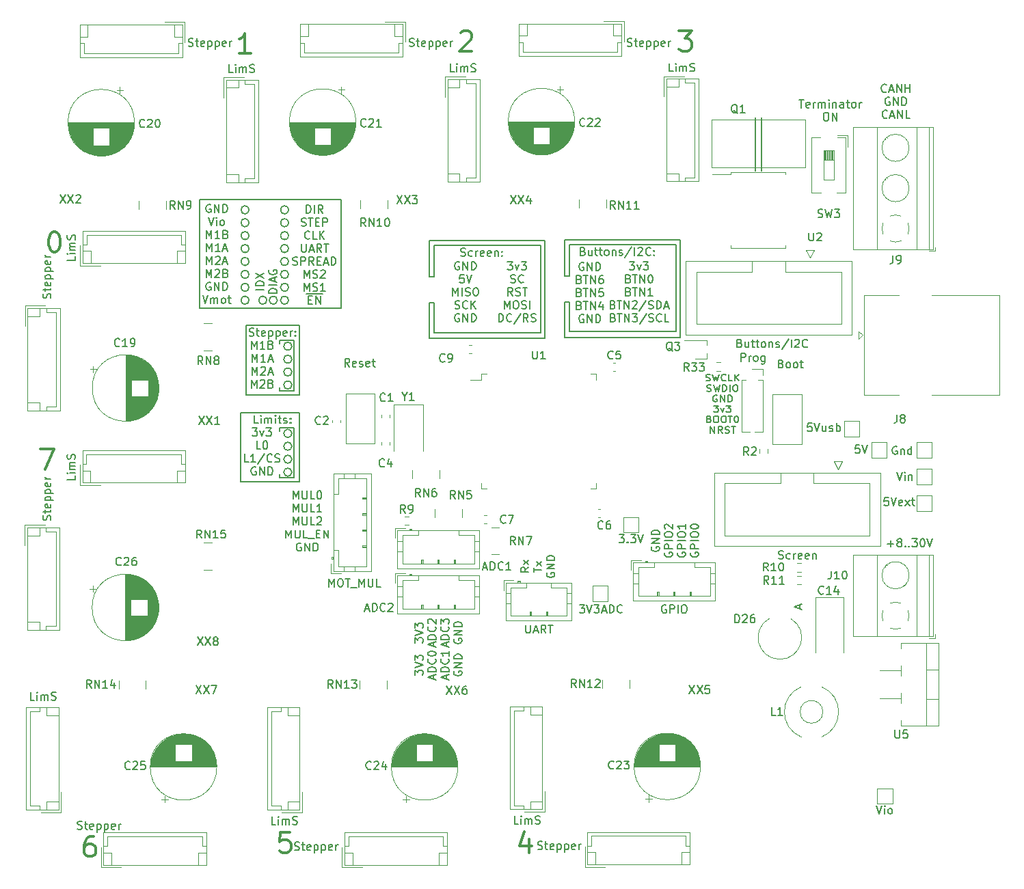
<source format=gbr>
%TF.GenerationSoftware,KiCad,Pcbnew,6.0.5*%
%TF.CreationDate,2022-11-30T22:08:51+03:00*%
%TF.ProjectId,multistepper,6d756c74-6973-4746-9570-7065722e6b69,rev?*%
%TF.SameCoordinates,Original*%
%TF.FileFunction,Legend,Top*%
%TF.FilePolarity,Positive*%
%FSLAX46Y46*%
G04 Gerber Fmt 4.6, Leading zero omitted, Abs format (unit mm)*
G04 Created by KiCad (PCBNEW 6.0.5) date 2022-11-30 22:08:51*
%MOMM*%
%LPD*%
G01*
G04 APERTURE LIST*
%ADD10C,0.150000*%
%ADD11C,0.350000*%
%ADD12C,0.120000*%
G04 APERTURE END LIST*
D10*
X122600000Y-65900000D02*
X136900000Y-65900000D01*
X89100000Y-95400000D02*
X87300000Y-95400000D01*
X122600000Y-73600000D02*
X123200000Y-73600000D01*
X82500000Y-87300000D02*
X89700000Y-87300000D01*
X89700000Y-87300000D02*
X89700000Y-95900000D01*
X89700000Y-95900000D02*
X82500000Y-95900000D01*
X82500000Y-95900000D02*
X82500000Y-87300000D01*
X88800000Y-94700000D02*
G75*
G03*
X88800000Y-94700000I-500000J0D01*
G01*
X136900000Y-78000000D02*
X122600000Y-78000000D01*
X87300000Y-89600000D02*
X87300000Y-89200000D01*
X77400000Y-60900000D02*
X94900000Y-60900000D01*
X94900000Y-60900000D02*
X94900000Y-74400000D01*
X94900000Y-74400000D02*
X77400000Y-74400000D01*
X77400000Y-74400000D02*
X77400000Y-60900000D01*
X88800000Y-91500000D02*
G75*
G03*
X88800000Y-91500000I-500000J0D01*
G01*
X88400000Y-67000000D02*
G75*
G03*
X88400000Y-67000000I-500000J0D01*
G01*
X83500000Y-70200000D02*
G75*
G03*
X83500000Y-70200000I-500000J0D01*
G01*
X87000000Y-73400000D02*
G75*
G03*
X87000000Y-73400000I-500000J0D01*
G01*
X123200000Y-66500000D02*
X136400000Y-66500000D01*
X88400000Y-65400000D02*
G75*
G03*
X88400000Y-65400000I-500000J0D01*
G01*
X105800000Y-66000000D02*
X120100000Y-66000000D01*
X136400000Y-77300000D02*
X123200000Y-77300000D01*
X87300000Y-84600000D02*
X87300000Y-84200000D01*
X88400000Y-63800000D02*
G75*
G03*
X88400000Y-63800000I-500000J0D01*
G01*
X122600000Y-70400000D02*
X122600000Y-65900000D01*
X89100000Y-78400000D02*
X89100000Y-84600000D01*
X83500000Y-73400000D02*
G75*
G03*
X83500000Y-73400000I-500000J0D01*
G01*
X136400000Y-66500000D02*
X136400000Y-77300000D01*
X88800000Y-82300000D02*
G75*
G03*
X88800000Y-82300000I-500000J0D01*
G01*
X105800000Y-73700000D02*
X106400000Y-73700000D01*
X88400000Y-68600000D02*
G75*
G03*
X88400000Y-68600000I-500000J0D01*
G01*
X87300000Y-89200000D02*
X89100000Y-89200000D01*
X123200000Y-70400000D02*
X123200000Y-66500000D01*
X120100000Y-66000000D02*
X120100000Y-78100000D01*
X89100000Y-89200000D02*
X89100000Y-95400000D01*
X83500000Y-62200000D02*
G75*
G03*
X83500000Y-62200000I-500000J0D01*
G01*
X106400000Y-77400000D02*
X106400000Y-73700000D01*
X119600000Y-66600000D02*
X119600000Y-77400000D01*
X83100000Y-76500000D02*
X89700000Y-76500000D01*
X89700000Y-76500000D02*
X89700000Y-85100000D01*
X89700000Y-85100000D02*
X83100000Y-85100000D01*
X83100000Y-85100000D02*
X83100000Y-76500000D01*
X105800000Y-70500000D02*
X105800000Y-66000000D01*
X85700000Y-73400000D02*
G75*
G03*
X85700000Y-73400000I-500000J0D01*
G01*
X88800000Y-93100000D02*
G75*
G03*
X88800000Y-93100000I-500000J0D01*
G01*
X88400000Y-70200000D02*
G75*
G03*
X88400000Y-70200000I-500000J0D01*
G01*
X83500000Y-71800000D02*
G75*
G03*
X83500000Y-71800000I-500000J0D01*
G01*
X136900000Y-65900000D02*
X136900000Y-78000000D01*
X89100000Y-84600000D02*
X87300000Y-84600000D01*
X88800000Y-83900000D02*
G75*
G03*
X88800000Y-83900000I-500000J0D01*
G01*
X123200000Y-70400000D02*
X122600000Y-70400000D01*
X88400000Y-73400000D02*
G75*
G03*
X88400000Y-73400000I-500000J0D01*
G01*
X87300000Y-95400000D02*
X87300000Y-95000000D01*
X88800000Y-79100000D02*
G75*
G03*
X88800000Y-79100000I-500000J0D01*
G01*
X88800000Y-89900000D02*
G75*
G03*
X88800000Y-89900000I-500000J0D01*
G01*
X83500000Y-63800000D02*
G75*
G03*
X83500000Y-63800000I-500000J0D01*
G01*
X83500000Y-67000000D02*
G75*
G03*
X83500000Y-67000000I-500000J0D01*
G01*
X88400000Y-71800000D02*
G75*
G03*
X88400000Y-71800000I-500000J0D01*
G01*
X87300000Y-78800000D02*
X87300000Y-78400000D01*
X106400000Y-70500000D02*
X105800000Y-70500000D01*
X83500000Y-68600000D02*
G75*
G03*
X83500000Y-68600000I-500000J0D01*
G01*
X122600000Y-78000000D02*
X122600000Y-73600000D01*
X123200000Y-77300000D02*
X123200000Y-73600000D01*
X105800000Y-78100000D02*
X105800000Y-73700000D01*
X119600000Y-77400000D02*
X106400000Y-77400000D01*
X88800000Y-80700000D02*
G75*
G03*
X88800000Y-80700000I-500000J0D01*
G01*
X88400000Y-62200000D02*
G75*
G03*
X88400000Y-62200000I-500000J0D01*
G01*
X87300000Y-78400000D02*
X89100000Y-78400000D01*
X83500000Y-65400000D02*
G75*
G03*
X83500000Y-65400000I-500000J0D01*
G01*
X106400000Y-66600000D02*
X119600000Y-66600000D01*
X120100000Y-78100000D02*
X105800000Y-78100000D01*
X106400000Y-70500000D02*
X106400000Y-66600000D01*
X83909523Y-89237380D02*
X84528571Y-89237380D01*
X84195238Y-89618333D01*
X84338095Y-89618333D01*
X84433333Y-89665952D01*
X84480952Y-89713571D01*
X84528571Y-89808809D01*
X84528571Y-90046904D01*
X84480952Y-90142142D01*
X84433333Y-90189761D01*
X84338095Y-90237380D01*
X84052380Y-90237380D01*
X83957142Y-90189761D01*
X83909523Y-90142142D01*
X84861904Y-89570714D02*
X85100000Y-90237380D01*
X85338095Y-89570714D01*
X85623809Y-89237380D02*
X86242857Y-89237380D01*
X85909523Y-89618333D01*
X86052380Y-89618333D01*
X86147619Y-89665952D01*
X86195238Y-89713571D01*
X86242857Y-89808809D01*
X86242857Y-90046904D01*
X86195238Y-90142142D01*
X86147619Y-90189761D01*
X86052380Y-90237380D01*
X85766666Y-90237380D01*
X85671428Y-90189761D01*
X85623809Y-90142142D01*
X84933333Y-91847380D02*
X84457142Y-91847380D01*
X84457142Y-90847380D01*
X85457142Y-90847380D02*
X85552380Y-90847380D01*
X85647619Y-90895000D01*
X85695238Y-90942619D01*
X85742857Y-91037857D01*
X85790476Y-91228333D01*
X85790476Y-91466428D01*
X85742857Y-91656904D01*
X85695238Y-91752142D01*
X85647619Y-91799761D01*
X85552380Y-91847380D01*
X85457142Y-91847380D01*
X85361904Y-91799761D01*
X85314285Y-91752142D01*
X85266666Y-91656904D01*
X85219047Y-91466428D01*
X85219047Y-91228333D01*
X85266666Y-91037857D01*
X85314285Y-90942619D01*
X85361904Y-90895000D01*
X85457142Y-90847380D01*
X83433333Y-93457380D02*
X82957142Y-93457380D01*
X82957142Y-92457380D01*
X84290476Y-93457380D02*
X83719047Y-93457380D01*
X84004761Y-93457380D02*
X84004761Y-92457380D01*
X83909523Y-92600238D01*
X83814285Y-92695476D01*
X83719047Y-92743095D01*
X85433333Y-92409761D02*
X84576190Y-93695476D01*
X86338095Y-93362142D02*
X86290476Y-93409761D01*
X86147619Y-93457380D01*
X86052380Y-93457380D01*
X85909523Y-93409761D01*
X85814285Y-93314523D01*
X85766666Y-93219285D01*
X85719047Y-93028809D01*
X85719047Y-92885952D01*
X85766666Y-92695476D01*
X85814285Y-92600238D01*
X85909523Y-92505000D01*
X86052380Y-92457380D01*
X86147619Y-92457380D01*
X86290476Y-92505000D01*
X86338095Y-92552619D01*
X86719047Y-93409761D02*
X86861904Y-93457380D01*
X87100000Y-93457380D01*
X87195238Y-93409761D01*
X87242857Y-93362142D01*
X87290476Y-93266904D01*
X87290476Y-93171666D01*
X87242857Y-93076428D01*
X87195238Y-93028809D01*
X87100000Y-92981190D01*
X86909523Y-92933571D01*
X86814285Y-92885952D01*
X86766666Y-92838333D01*
X86719047Y-92743095D01*
X86719047Y-92647857D01*
X86766666Y-92552619D01*
X86814285Y-92505000D01*
X86909523Y-92457380D01*
X87147619Y-92457380D01*
X87290476Y-92505000D01*
X84338095Y-94115000D02*
X84242857Y-94067380D01*
X84100000Y-94067380D01*
X83957142Y-94115000D01*
X83861904Y-94210238D01*
X83814285Y-94305476D01*
X83766666Y-94495952D01*
X83766666Y-94638809D01*
X83814285Y-94829285D01*
X83861904Y-94924523D01*
X83957142Y-95019761D01*
X84100000Y-95067380D01*
X84195238Y-95067380D01*
X84338095Y-95019761D01*
X84385714Y-94972142D01*
X84385714Y-94638809D01*
X84195238Y-94638809D01*
X84814285Y-95067380D02*
X84814285Y-94067380D01*
X85385714Y-95067380D01*
X85385714Y-94067380D01*
X85861904Y-95067380D02*
X85861904Y-94067380D01*
X86100000Y-94067380D01*
X86242857Y-94115000D01*
X86338095Y-94210238D01*
X86385714Y-94305476D01*
X86433333Y-94495952D01*
X86433333Y-94638809D01*
X86385714Y-94829285D01*
X86338095Y-94924523D01*
X86242857Y-95019761D01*
X86100000Y-95067380D01*
X85861904Y-95067380D01*
X83790476Y-79437380D02*
X83790476Y-78437380D01*
X84123809Y-79151666D01*
X84457142Y-78437380D01*
X84457142Y-79437380D01*
X85457142Y-79437380D02*
X84885714Y-79437380D01*
X85171428Y-79437380D02*
X85171428Y-78437380D01*
X85076190Y-78580238D01*
X84980952Y-78675476D01*
X84885714Y-78723095D01*
X86219047Y-78913571D02*
X86361904Y-78961190D01*
X86409523Y-79008809D01*
X86457142Y-79104047D01*
X86457142Y-79246904D01*
X86409523Y-79342142D01*
X86361904Y-79389761D01*
X86266666Y-79437380D01*
X85885714Y-79437380D01*
X85885714Y-78437380D01*
X86219047Y-78437380D01*
X86314285Y-78485000D01*
X86361904Y-78532619D01*
X86409523Y-78627857D01*
X86409523Y-78723095D01*
X86361904Y-78818333D01*
X86314285Y-78865952D01*
X86219047Y-78913571D01*
X85885714Y-78913571D01*
X83861904Y-81047380D02*
X83861904Y-80047380D01*
X84195238Y-80761666D01*
X84528571Y-80047380D01*
X84528571Y-81047380D01*
X85528571Y-81047380D02*
X84957142Y-81047380D01*
X85242857Y-81047380D02*
X85242857Y-80047380D01*
X85147619Y-80190238D01*
X85052380Y-80285476D01*
X84957142Y-80333095D01*
X85909523Y-80761666D02*
X86385714Y-80761666D01*
X85814285Y-81047380D02*
X86147619Y-80047380D01*
X86480952Y-81047380D01*
X83861904Y-82657380D02*
X83861904Y-81657380D01*
X84195238Y-82371666D01*
X84528571Y-81657380D01*
X84528571Y-82657380D01*
X84957142Y-81752619D02*
X85004761Y-81705000D01*
X85100000Y-81657380D01*
X85338095Y-81657380D01*
X85433333Y-81705000D01*
X85480952Y-81752619D01*
X85528571Y-81847857D01*
X85528571Y-81943095D01*
X85480952Y-82085952D01*
X84909523Y-82657380D01*
X85528571Y-82657380D01*
X85909523Y-82371666D02*
X86385714Y-82371666D01*
X85814285Y-82657380D02*
X86147619Y-81657380D01*
X86480952Y-82657380D01*
X83790476Y-84267380D02*
X83790476Y-83267380D01*
X84123809Y-83981666D01*
X84457142Y-83267380D01*
X84457142Y-84267380D01*
X84885714Y-83362619D02*
X84933333Y-83315000D01*
X85028571Y-83267380D01*
X85266666Y-83267380D01*
X85361904Y-83315000D01*
X85409523Y-83362619D01*
X85457142Y-83457857D01*
X85457142Y-83553095D01*
X85409523Y-83695952D01*
X84838095Y-84267380D01*
X85457142Y-84267380D01*
X86219047Y-83743571D02*
X86361904Y-83791190D01*
X86409523Y-83838809D01*
X86457142Y-83934047D01*
X86457142Y-84076904D01*
X86409523Y-84172142D01*
X86361904Y-84219761D01*
X86266666Y-84267380D01*
X85885714Y-84267380D01*
X85885714Y-83267380D01*
X86219047Y-83267380D01*
X86314285Y-83315000D01*
X86361904Y-83362619D01*
X86409523Y-83457857D01*
X86409523Y-83553095D01*
X86361904Y-83648333D01*
X86314285Y-83695952D01*
X86219047Y-83743571D01*
X85885714Y-83743571D01*
X104037380Y-115838095D02*
X104037380Y-115219047D01*
X104418333Y-115552380D01*
X104418333Y-115409523D01*
X104465952Y-115314285D01*
X104513571Y-115266666D01*
X104608809Y-115219047D01*
X104846904Y-115219047D01*
X104942142Y-115266666D01*
X104989761Y-115314285D01*
X105037380Y-115409523D01*
X105037380Y-115695238D01*
X104989761Y-115790476D01*
X104942142Y-115838095D01*
X104037380Y-114933333D02*
X105037380Y-114600000D01*
X104037380Y-114266666D01*
X104037380Y-114028571D02*
X104037380Y-113409523D01*
X104418333Y-113742857D01*
X104418333Y-113600000D01*
X104465952Y-113504761D01*
X104513571Y-113457142D01*
X104608809Y-113409523D01*
X104846904Y-113409523D01*
X104942142Y-113457142D01*
X104989761Y-113504761D01*
X105037380Y-113600000D01*
X105037380Y-113885714D01*
X104989761Y-113980952D01*
X104942142Y-114028571D01*
X106361666Y-116314285D02*
X106361666Y-115838095D01*
X106647380Y-116409523D02*
X105647380Y-116076190D01*
X106647380Y-115742857D01*
X106647380Y-115409523D02*
X105647380Y-115409523D01*
X105647380Y-115171428D01*
X105695000Y-115028571D01*
X105790238Y-114933333D01*
X105885476Y-114885714D01*
X106075952Y-114838095D01*
X106218809Y-114838095D01*
X106409285Y-114885714D01*
X106504523Y-114933333D01*
X106599761Y-115028571D01*
X106647380Y-115171428D01*
X106647380Y-115409523D01*
X106552142Y-113838095D02*
X106599761Y-113885714D01*
X106647380Y-114028571D01*
X106647380Y-114123809D01*
X106599761Y-114266666D01*
X106504523Y-114361904D01*
X106409285Y-114409523D01*
X106218809Y-114457142D01*
X106075952Y-114457142D01*
X105885476Y-114409523D01*
X105790238Y-114361904D01*
X105695000Y-114266666D01*
X105647380Y-114123809D01*
X105647380Y-114028571D01*
X105695000Y-113885714D01*
X105742619Y-113838095D01*
X105742619Y-113457142D02*
X105695000Y-113409523D01*
X105647380Y-113314285D01*
X105647380Y-113076190D01*
X105695000Y-112980952D01*
X105742619Y-112933333D01*
X105837857Y-112885714D01*
X105933095Y-112885714D01*
X106075952Y-112933333D01*
X106647380Y-113504761D01*
X106647380Y-112885714D01*
X107971666Y-116314285D02*
X107971666Y-115838095D01*
X108257380Y-116409523D02*
X107257380Y-116076190D01*
X108257380Y-115742857D01*
X108257380Y-115409523D02*
X107257380Y-115409523D01*
X107257380Y-115171428D01*
X107305000Y-115028571D01*
X107400238Y-114933333D01*
X107495476Y-114885714D01*
X107685952Y-114838095D01*
X107828809Y-114838095D01*
X108019285Y-114885714D01*
X108114523Y-114933333D01*
X108209761Y-115028571D01*
X108257380Y-115171428D01*
X108257380Y-115409523D01*
X108162142Y-113838095D02*
X108209761Y-113885714D01*
X108257380Y-114028571D01*
X108257380Y-114123809D01*
X108209761Y-114266666D01*
X108114523Y-114361904D01*
X108019285Y-114409523D01*
X107828809Y-114457142D01*
X107685952Y-114457142D01*
X107495476Y-114409523D01*
X107400238Y-114361904D01*
X107305000Y-114266666D01*
X107257380Y-114123809D01*
X107257380Y-114028571D01*
X107305000Y-113885714D01*
X107352619Y-113838095D01*
X107257380Y-113504761D02*
X107257380Y-112885714D01*
X107638333Y-113219047D01*
X107638333Y-113076190D01*
X107685952Y-112980952D01*
X107733571Y-112933333D01*
X107828809Y-112885714D01*
X108066904Y-112885714D01*
X108162142Y-112933333D01*
X108209761Y-112980952D01*
X108257380Y-113076190D01*
X108257380Y-113361904D01*
X108209761Y-113457142D01*
X108162142Y-113504761D01*
X108915000Y-115361904D02*
X108867380Y-115457142D01*
X108867380Y-115600000D01*
X108915000Y-115742857D01*
X109010238Y-115838095D01*
X109105476Y-115885714D01*
X109295952Y-115933333D01*
X109438809Y-115933333D01*
X109629285Y-115885714D01*
X109724523Y-115838095D01*
X109819761Y-115742857D01*
X109867380Y-115600000D01*
X109867380Y-115504761D01*
X109819761Y-115361904D01*
X109772142Y-115314285D01*
X109438809Y-115314285D01*
X109438809Y-115504761D01*
X109867380Y-114885714D02*
X108867380Y-114885714D01*
X109867380Y-114314285D01*
X108867380Y-114314285D01*
X109867380Y-113838095D02*
X108867380Y-113838095D01*
X108867380Y-113600000D01*
X108915000Y-113457142D01*
X109010238Y-113361904D01*
X109105476Y-113314285D01*
X109295952Y-113266666D01*
X109438809Y-113266666D01*
X109629285Y-113314285D01*
X109724523Y-113361904D01*
X109819761Y-113457142D01*
X109867380Y-113600000D01*
X109867380Y-113838095D01*
X151619047Y-48547380D02*
X152190476Y-48547380D01*
X151904761Y-49547380D02*
X151904761Y-48547380D01*
X152904761Y-49499761D02*
X152809523Y-49547380D01*
X152619047Y-49547380D01*
X152523809Y-49499761D01*
X152476190Y-49404523D01*
X152476190Y-49023571D01*
X152523809Y-48928333D01*
X152619047Y-48880714D01*
X152809523Y-48880714D01*
X152904761Y-48928333D01*
X152952380Y-49023571D01*
X152952380Y-49118809D01*
X152476190Y-49214047D01*
X153380952Y-49547380D02*
X153380952Y-48880714D01*
X153380952Y-49071190D02*
X153428571Y-48975952D01*
X153476190Y-48928333D01*
X153571428Y-48880714D01*
X153666666Y-48880714D01*
X154000000Y-49547380D02*
X154000000Y-48880714D01*
X154000000Y-48975952D02*
X154047619Y-48928333D01*
X154142857Y-48880714D01*
X154285714Y-48880714D01*
X154380952Y-48928333D01*
X154428571Y-49023571D01*
X154428571Y-49547380D01*
X154428571Y-49023571D02*
X154476190Y-48928333D01*
X154571428Y-48880714D01*
X154714285Y-48880714D01*
X154809523Y-48928333D01*
X154857142Y-49023571D01*
X154857142Y-49547380D01*
X155333333Y-49547380D02*
X155333333Y-48880714D01*
X155333333Y-48547380D02*
X155285714Y-48595000D01*
X155333333Y-48642619D01*
X155380952Y-48595000D01*
X155333333Y-48547380D01*
X155333333Y-48642619D01*
X155809523Y-48880714D02*
X155809523Y-49547380D01*
X155809523Y-48975952D02*
X155857142Y-48928333D01*
X155952380Y-48880714D01*
X156095238Y-48880714D01*
X156190476Y-48928333D01*
X156238095Y-49023571D01*
X156238095Y-49547380D01*
X157142857Y-49547380D02*
X157142857Y-49023571D01*
X157095238Y-48928333D01*
X157000000Y-48880714D01*
X156809523Y-48880714D01*
X156714285Y-48928333D01*
X157142857Y-49499761D02*
X157047619Y-49547380D01*
X156809523Y-49547380D01*
X156714285Y-49499761D01*
X156666666Y-49404523D01*
X156666666Y-49309285D01*
X156714285Y-49214047D01*
X156809523Y-49166428D01*
X157047619Y-49166428D01*
X157142857Y-49118809D01*
X157476190Y-48880714D02*
X157857142Y-48880714D01*
X157619047Y-48547380D02*
X157619047Y-49404523D01*
X157666666Y-49499761D01*
X157761904Y-49547380D01*
X157857142Y-49547380D01*
X158333333Y-49547380D02*
X158238095Y-49499761D01*
X158190476Y-49452142D01*
X158142857Y-49356904D01*
X158142857Y-49071190D01*
X158190476Y-48975952D01*
X158238095Y-48928333D01*
X158333333Y-48880714D01*
X158476190Y-48880714D01*
X158571428Y-48928333D01*
X158619047Y-48975952D01*
X158666666Y-49071190D01*
X158666666Y-49356904D01*
X158619047Y-49452142D01*
X158571428Y-49499761D01*
X158476190Y-49547380D01*
X158333333Y-49547380D01*
X159095238Y-49547380D02*
X159095238Y-48880714D01*
X159095238Y-49071190D02*
X159142857Y-48975952D01*
X159190476Y-48928333D01*
X159285714Y-48880714D01*
X159380952Y-48880714D01*
X154880952Y-50157380D02*
X155071428Y-50157380D01*
X155166666Y-50205000D01*
X155261904Y-50300238D01*
X155309523Y-50490714D01*
X155309523Y-50824047D01*
X155261904Y-51014523D01*
X155166666Y-51109761D01*
X155071428Y-51157380D01*
X154880952Y-51157380D01*
X154785714Y-51109761D01*
X154690476Y-51014523D01*
X154642857Y-50824047D01*
X154642857Y-50490714D01*
X154690476Y-50300238D01*
X154785714Y-50205000D01*
X154880952Y-50157380D01*
X155738095Y-51157380D02*
X155738095Y-50157380D01*
X156309523Y-51157380D01*
X156309523Y-50157380D01*
X124861904Y-67328571D02*
X125004761Y-67376190D01*
X125052380Y-67423809D01*
X125100000Y-67519047D01*
X125100000Y-67661904D01*
X125052380Y-67757142D01*
X125004761Y-67804761D01*
X124909523Y-67852380D01*
X124528571Y-67852380D01*
X124528571Y-66852380D01*
X124861904Y-66852380D01*
X124957142Y-66900000D01*
X125004761Y-66947619D01*
X125052380Y-67042857D01*
X125052380Y-67138095D01*
X125004761Y-67233333D01*
X124957142Y-67280952D01*
X124861904Y-67328571D01*
X124528571Y-67328571D01*
X125957142Y-67185714D02*
X125957142Y-67852380D01*
X125528571Y-67185714D02*
X125528571Y-67709523D01*
X125576190Y-67804761D01*
X125671428Y-67852380D01*
X125814285Y-67852380D01*
X125909523Y-67804761D01*
X125957142Y-67757142D01*
X126290476Y-67185714D02*
X126671428Y-67185714D01*
X126433333Y-66852380D02*
X126433333Y-67709523D01*
X126480952Y-67804761D01*
X126576190Y-67852380D01*
X126671428Y-67852380D01*
X126861904Y-67185714D02*
X127242857Y-67185714D01*
X127004761Y-66852380D02*
X127004761Y-67709523D01*
X127052380Y-67804761D01*
X127147619Y-67852380D01*
X127242857Y-67852380D01*
X127719047Y-67852380D02*
X127623809Y-67804761D01*
X127576190Y-67757142D01*
X127528571Y-67661904D01*
X127528571Y-67376190D01*
X127576190Y-67280952D01*
X127623809Y-67233333D01*
X127719047Y-67185714D01*
X127861904Y-67185714D01*
X127957142Y-67233333D01*
X128004761Y-67280952D01*
X128052380Y-67376190D01*
X128052380Y-67661904D01*
X128004761Y-67757142D01*
X127957142Y-67804761D01*
X127861904Y-67852380D01*
X127719047Y-67852380D01*
X128480952Y-67185714D02*
X128480952Y-67852380D01*
X128480952Y-67280952D02*
X128528571Y-67233333D01*
X128623809Y-67185714D01*
X128766666Y-67185714D01*
X128861904Y-67233333D01*
X128909523Y-67328571D01*
X128909523Y-67852380D01*
X129338095Y-67804761D02*
X129433333Y-67852380D01*
X129623809Y-67852380D01*
X129719047Y-67804761D01*
X129766666Y-67709523D01*
X129766666Y-67661904D01*
X129719047Y-67566666D01*
X129623809Y-67519047D01*
X129480952Y-67519047D01*
X129385714Y-67471428D01*
X129338095Y-67376190D01*
X129338095Y-67328571D01*
X129385714Y-67233333D01*
X129480952Y-67185714D01*
X129623809Y-67185714D01*
X129719047Y-67233333D01*
X130909523Y-66804761D02*
X130052380Y-68090476D01*
X131242857Y-67852380D02*
X131242857Y-66852380D01*
X131671428Y-66947619D02*
X131719047Y-66900000D01*
X131814285Y-66852380D01*
X132052380Y-66852380D01*
X132147619Y-66900000D01*
X132195238Y-66947619D01*
X132242857Y-67042857D01*
X132242857Y-67138095D01*
X132195238Y-67280952D01*
X131623809Y-67852380D01*
X132242857Y-67852380D01*
X133242857Y-67757142D02*
X133195238Y-67804761D01*
X133052380Y-67852380D01*
X132957142Y-67852380D01*
X132814285Y-67804761D01*
X132719047Y-67709523D01*
X132671428Y-67614285D01*
X132623809Y-67423809D01*
X132623809Y-67280952D01*
X132671428Y-67090476D01*
X132719047Y-66995238D01*
X132814285Y-66900000D01*
X132957142Y-66852380D01*
X133052380Y-66852380D01*
X133195238Y-66900000D01*
X133242857Y-66947619D01*
X133671428Y-67757142D02*
X133719047Y-67804761D01*
X133671428Y-67852380D01*
X133623809Y-67804761D01*
X133671428Y-67757142D01*
X133671428Y-67852380D01*
X133671428Y-67233333D02*
X133719047Y-67280952D01*
X133671428Y-67328571D01*
X133623809Y-67280952D01*
X133671428Y-67233333D01*
X133671428Y-67328571D01*
D11*
X59280952Y-64930952D02*
X59519047Y-64930952D01*
X59757142Y-65050000D01*
X59876190Y-65169047D01*
X59995238Y-65407142D01*
X60114285Y-65883333D01*
X60114285Y-66478571D01*
X59995238Y-66954761D01*
X59876190Y-67192857D01*
X59757142Y-67311904D01*
X59519047Y-67430952D01*
X59280952Y-67430952D01*
X59042857Y-67311904D01*
X58923809Y-67192857D01*
X58804761Y-66954761D01*
X58685714Y-66478571D01*
X58685714Y-65883333D01*
X58804761Y-65407142D01*
X58923809Y-65169047D01*
X59042857Y-65050000D01*
X59280952Y-64930952D01*
X83714285Y-42830952D02*
X82285714Y-42830952D01*
X83000000Y-42830952D02*
X83000000Y-40330952D01*
X82761904Y-40688095D01*
X82523809Y-40926190D01*
X82285714Y-41045238D01*
D10*
X85347380Y-72076190D02*
X84347380Y-72076190D01*
X85347380Y-71600000D02*
X84347380Y-71600000D01*
X84347380Y-71361904D01*
X84395000Y-71219047D01*
X84490238Y-71123809D01*
X84585476Y-71076190D01*
X84775952Y-71028571D01*
X84918809Y-71028571D01*
X85109285Y-71076190D01*
X85204523Y-71123809D01*
X85299761Y-71219047D01*
X85347380Y-71361904D01*
X85347380Y-71600000D01*
X84347380Y-70695238D02*
X85347380Y-70028571D01*
X84347380Y-70028571D02*
X85347380Y-70695238D01*
X86957380Y-72528571D02*
X85957380Y-72528571D01*
X85957380Y-72290476D01*
X86005000Y-72147619D01*
X86100238Y-72052380D01*
X86195476Y-72004761D01*
X86385952Y-71957142D01*
X86528809Y-71957142D01*
X86719285Y-72004761D01*
X86814523Y-72052380D01*
X86909761Y-72147619D01*
X86957380Y-72290476D01*
X86957380Y-72528571D01*
X86957380Y-71528571D02*
X85957380Y-71528571D01*
X86671666Y-71100000D02*
X86671666Y-70623809D01*
X86957380Y-71195238D02*
X85957380Y-70861904D01*
X86957380Y-70528571D01*
X86005000Y-69671428D02*
X85957380Y-69766666D01*
X85957380Y-69909523D01*
X86005000Y-70052380D01*
X86100238Y-70147619D01*
X86195476Y-70195238D01*
X86385952Y-70242857D01*
X86528809Y-70242857D01*
X86719285Y-70195238D01*
X86814523Y-70147619D01*
X86909761Y-70052380D01*
X86957380Y-69909523D01*
X86957380Y-69814285D01*
X86909761Y-69671428D01*
X86862142Y-69623809D01*
X86528809Y-69623809D01*
X86528809Y-69814285D01*
X83519047Y-77804761D02*
X83661904Y-77852380D01*
X83900000Y-77852380D01*
X83995238Y-77804761D01*
X84042857Y-77757142D01*
X84090476Y-77661904D01*
X84090476Y-77566666D01*
X84042857Y-77471428D01*
X83995238Y-77423809D01*
X83900000Y-77376190D01*
X83709523Y-77328571D01*
X83614285Y-77280952D01*
X83566666Y-77233333D01*
X83519047Y-77138095D01*
X83519047Y-77042857D01*
X83566666Y-76947619D01*
X83614285Y-76900000D01*
X83709523Y-76852380D01*
X83947619Y-76852380D01*
X84090476Y-76900000D01*
X84376190Y-77185714D02*
X84757142Y-77185714D01*
X84519047Y-76852380D02*
X84519047Y-77709523D01*
X84566666Y-77804761D01*
X84661904Y-77852380D01*
X84757142Y-77852380D01*
X85471428Y-77804761D02*
X85376190Y-77852380D01*
X85185714Y-77852380D01*
X85090476Y-77804761D01*
X85042857Y-77709523D01*
X85042857Y-77328571D01*
X85090476Y-77233333D01*
X85185714Y-77185714D01*
X85376190Y-77185714D01*
X85471428Y-77233333D01*
X85519047Y-77328571D01*
X85519047Y-77423809D01*
X85042857Y-77519047D01*
X85947619Y-77185714D02*
X85947619Y-78185714D01*
X85947619Y-77233333D02*
X86042857Y-77185714D01*
X86233333Y-77185714D01*
X86328571Y-77233333D01*
X86376190Y-77280952D01*
X86423809Y-77376190D01*
X86423809Y-77661904D01*
X86376190Y-77757142D01*
X86328571Y-77804761D01*
X86233333Y-77852380D01*
X86042857Y-77852380D01*
X85947619Y-77804761D01*
X86852380Y-77185714D02*
X86852380Y-78185714D01*
X86852380Y-77233333D02*
X86947619Y-77185714D01*
X87138095Y-77185714D01*
X87233333Y-77233333D01*
X87280952Y-77280952D01*
X87328571Y-77376190D01*
X87328571Y-77661904D01*
X87280952Y-77757142D01*
X87233333Y-77804761D01*
X87138095Y-77852380D01*
X86947619Y-77852380D01*
X86852380Y-77804761D01*
X88138095Y-77804761D02*
X88042857Y-77852380D01*
X87852380Y-77852380D01*
X87757142Y-77804761D01*
X87709523Y-77709523D01*
X87709523Y-77328571D01*
X87757142Y-77233333D01*
X87852380Y-77185714D01*
X88042857Y-77185714D01*
X88138095Y-77233333D01*
X88185714Y-77328571D01*
X88185714Y-77423809D01*
X87709523Y-77519047D01*
X88614285Y-77852380D02*
X88614285Y-77185714D01*
X88614285Y-77376190D02*
X88661904Y-77280952D01*
X88709523Y-77233333D01*
X88804761Y-77185714D01*
X88900000Y-77185714D01*
X89233333Y-77757142D02*
X89280952Y-77804761D01*
X89233333Y-77852380D01*
X89185714Y-77804761D01*
X89233333Y-77757142D01*
X89233333Y-77852380D01*
X89233333Y-77233333D02*
X89280952Y-77280952D01*
X89233333Y-77328571D01*
X89185714Y-77280952D01*
X89233333Y-77233333D01*
X89233333Y-77328571D01*
D11*
X88595238Y-139330952D02*
X87404761Y-139330952D01*
X87285714Y-140521428D01*
X87404761Y-140402380D01*
X87642857Y-140283333D01*
X88238095Y-140283333D01*
X88476190Y-140402380D01*
X88595238Y-140521428D01*
X88714285Y-140759523D01*
X88714285Y-141354761D01*
X88595238Y-141592857D01*
X88476190Y-141711904D01*
X88238095Y-141830952D01*
X87642857Y-141830952D01*
X87404761Y-141711904D01*
X87285714Y-141592857D01*
X118176190Y-140164285D02*
X118176190Y-141830952D01*
X117580952Y-139211904D02*
X116985714Y-140997619D01*
X118533333Y-140997619D01*
D10*
X162585714Y-103571428D02*
X163347619Y-103571428D01*
X162966666Y-103952380D02*
X162966666Y-103190476D01*
X163966666Y-103380952D02*
X163871428Y-103333333D01*
X163823809Y-103285714D01*
X163776190Y-103190476D01*
X163776190Y-103142857D01*
X163823809Y-103047619D01*
X163871428Y-103000000D01*
X163966666Y-102952380D01*
X164157142Y-102952380D01*
X164252380Y-103000000D01*
X164300000Y-103047619D01*
X164347619Y-103142857D01*
X164347619Y-103190476D01*
X164300000Y-103285714D01*
X164252380Y-103333333D01*
X164157142Y-103380952D01*
X163966666Y-103380952D01*
X163871428Y-103428571D01*
X163823809Y-103476190D01*
X163776190Y-103571428D01*
X163776190Y-103761904D01*
X163823809Y-103857142D01*
X163871428Y-103904761D01*
X163966666Y-103952380D01*
X164157142Y-103952380D01*
X164252380Y-103904761D01*
X164300000Y-103857142D01*
X164347619Y-103761904D01*
X164347619Y-103571428D01*
X164300000Y-103476190D01*
X164252380Y-103428571D01*
X164157142Y-103380952D01*
X164776190Y-103857142D02*
X164823809Y-103904761D01*
X164776190Y-103952380D01*
X164728571Y-103904761D01*
X164776190Y-103857142D01*
X164776190Y-103952380D01*
X165252380Y-103857142D02*
X165300000Y-103904761D01*
X165252380Y-103952380D01*
X165204761Y-103904761D01*
X165252380Y-103857142D01*
X165252380Y-103952380D01*
X165633333Y-102952380D02*
X166252380Y-102952380D01*
X165919047Y-103333333D01*
X166061904Y-103333333D01*
X166157142Y-103380952D01*
X166204761Y-103428571D01*
X166252380Y-103523809D01*
X166252380Y-103761904D01*
X166204761Y-103857142D01*
X166157142Y-103904761D01*
X166061904Y-103952380D01*
X165776190Y-103952380D01*
X165680952Y-103904761D01*
X165633333Y-103857142D01*
X166871428Y-102952380D02*
X166966666Y-102952380D01*
X167061904Y-103000000D01*
X167109523Y-103047619D01*
X167157142Y-103142857D01*
X167204761Y-103333333D01*
X167204761Y-103571428D01*
X167157142Y-103761904D01*
X167109523Y-103857142D01*
X167061904Y-103904761D01*
X166966666Y-103952380D01*
X166871428Y-103952380D01*
X166776190Y-103904761D01*
X166728571Y-103857142D01*
X166680952Y-103761904D01*
X166633333Y-103571428D01*
X166633333Y-103333333D01*
X166680952Y-103142857D01*
X166728571Y-103047619D01*
X166776190Y-103000000D01*
X166871428Y-102952380D01*
X167490476Y-102952380D02*
X167823809Y-103952380D01*
X168157142Y-102952380D01*
D11*
X64276190Y-139830952D02*
X63800000Y-139830952D01*
X63561904Y-139950000D01*
X63442857Y-140069047D01*
X63204761Y-140426190D01*
X63085714Y-140902380D01*
X63085714Y-141854761D01*
X63204761Y-142092857D01*
X63323809Y-142211904D01*
X63561904Y-142330952D01*
X64038095Y-142330952D01*
X64276190Y-142211904D01*
X64395238Y-142092857D01*
X64514285Y-141854761D01*
X64514285Y-141259523D01*
X64395238Y-141021428D01*
X64276190Y-140902380D01*
X64038095Y-140783333D01*
X63561904Y-140783333D01*
X63323809Y-140902380D01*
X63204761Y-141021428D01*
X63085714Y-141259523D01*
D10*
X140102685Y-83362209D02*
X140231257Y-83400304D01*
X140445542Y-83400304D01*
X140531257Y-83362209D01*
X140574114Y-83324114D01*
X140616971Y-83247923D01*
X140616971Y-83171733D01*
X140574114Y-83095542D01*
X140531257Y-83057447D01*
X140445542Y-83019352D01*
X140274114Y-82981257D01*
X140188400Y-82943161D01*
X140145542Y-82905066D01*
X140102685Y-82828876D01*
X140102685Y-82752685D01*
X140145542Y-82676495D01*
X140188400Y-82638400D01*
X140274114Y-82600304D01*
X140488400Y-82600304D01*
X140616971Y-82638400D01*
X140916971Y-82600304D02*
X141131257Y-83400304D01*
X141302685Y-82828876D01*
X141474114Y-83400304D01*
X141688400Y-82600304D01*
X142545542Y-83324114D02*
X142502685Y-83362209D01*
X142374114Y-83400304D01*
X142288400Y-83400304D01*
X142159828Y-83362209D01*
X142074114Y-83286019D01*
X142031257Y-83209828D01*
X141988400Y-83057447D01*
X141988400Y-82943161D01*
X142031257Y-82790780D01*
X142074114Y-82714590D01*
X142159828Y-82638400D01*
X142288400Y-82600304D01*
X142374114Y-82600304D01*
X142502685Y-82638400D01*
X142545542Y-82676495D01*
X143359828Y-83400304D02*
X142931257Y-83400304D01*
X142931257Y-82600304D01*
X143659828Y-83400304D02*
X143659828Y-82600304D01*
X144174114Y-83400304D02*
X143788400Y-82943161D01*
X144174114Y-82600304D02*
X143659828Y-83057447D01*
X140231257Y-84650209D02*
X140359828Y-84688304D01*
X140574114Y-84688304D01*
X140659828Y-84650209D01*
X140702685Y-84612114D01*
X140745542Y-84535923D01*
X140745542Y-84459733D01*
X140702685Y-84383542D01*
X140659828Y-84345447D01*
X140574114Y-84307352D01*
X140402685Y-84269257D01*
X140316971Y-84231161D01*
X140274114Y-84193066D01*
X140231257Y-84116876D01*
X140231257Y-84040685D01*
X140274114Y-83964495D01*
X140316971Y-83926400D01*
X140402685Y-83888304D01*
X140616971Y-83888304D01*
X140745542Y-83926400D01*
X141045542Y-83888304D02*
X141259828Y-84688304D01*
X141431257Y-84116876D01*
X141602685Y-84688304D01*
X141816971Y-83888304D01*
X142159828Y-84688304D02*
X142159828Y-83888304D01*
X142374114Y-83888304D01*
X142502685Y-83926400D01*
X142588400Y-84002590D01*
X142631257Y-84078780D01*
X142674114Y-84231161D01*
X142674114Y-84345447D01*
X142631257Y-84497828D01*
X142588400Y-84574019D01*
X142502685Y-84650209D01*
X142374114Y-84688304D01*
X142159828Y-84688304D01*
X143059828Y-84688304D02*
X143059828Y-83888304D01*
X143659828Y-83888304D02*
X143831257Y-83888304D01*
X143916971Y-83926400D01*
X144002685Y-84002590D01*
X144045542Y-84154971D01*
X144045542Y-84421638D01*
X144002685Y-84574019D01*
X143916971Y-84650209D01*
X143831257Y-84688304D01*
X143659828Y-84688304D01*
X143574114Y-84650209D01*
X143488400Y-84574019D01*
X143445542Y-84421638D01*
X143445542Y-84154971D01*
X143488400Y-84002590D01*
X143574114Y-83926400D01*
X143659828Y-83888304D01*
X141452685Y-85214400D02*
X141366971Y-85176304D01*
X141238400Y-85176304D01*
X141109828Y-85214400D01*
X141024114Y-85290590D01*
X140981257Y-85366780D01*
X140938400Y-85519161D01*
X140938400Y-85633447D01*
X140981257Y-85785828D01*
X141024114Y-85862019D01*
X141109828Y-85938209D01*
X141238400Y-85976304D01*
X141324114Y-85976304D01*
X141452685Y-85938209D01*
X141495542Y-85900114D01*
X141495542Y-85633447D01*
X141324114Y-85633447D01*
X141881257Y-85976304D02*
X141881257Y-85176304D01*
X142395542Y-85976304D01*
X142395542Y-85176304D01*
X142824114Y-85976304D02*
X142824114Y-85176304D01*
X143038400Y-85176304D01*
X143166971Y-85214400D01*
X143252685Y-85290590D01*
X143295542Y-85366780D01*
X143338400Y-85519161D01*
X143338400Y-85633447D01*
X143295542Y-85785828D01*
X143252685Y-85862019D01*
X143166971Y-85938209D01*
X143038400Y-85976304D01*
X142824114Y-85976304D01*
X141066971Y-86464304D02*
X141624114Y-86464304D01*
X141324114Y-86769066D01*
X141452685Y-86769066D01*
X141538400Y-86807161D01*
X141581257Y-86845257D01*
X141624114Y-86921447D01*
X141624114Y-87111923D01*
X141581257Y-87188114D01*
X141538400Y-87226209D01*
X141452685Y-87264304D01*
X141195542Y-87264304D01*
X141109828Y-87226209D01*
X141066971Y-87188114D01*
X141924114Y-86730971D02*
X142138400Y-87264304D01*
X142352685Y-86730971D01*
X142609828Y-86464304D02*
X143166971Y-86464304D01*
X142866971Y-86769066D01*
X142995542Y-86769066D01*
X143081257Y-86807161D01*
X143124114Y-86845257D01*
X143166971Y-86921447D01*
X143166971Y-87111923D01*
X143124114Y-87188114D01*
X143081257Y-87226209D01*
X142995542Y-87264304D01*
X142738400Y-87264304D01*
X142652685Y-87226209D01*
X142609828Y-87188114D01*
X140488400Y-88133257D02*
X140616971Y-88171352D01*
X140659828Y-88209447D01*
X140702685Y-88285638D01*
X140702685Y-88399923D01*
X140659828Y-88476114D01*
X140616971Y-88514209D01*
X140531257Y-88552304D01*
X140188400Y-88552304D01*
X140188400Y-87752304D01*
X140488400Y-87752304D01*
X140574114Y-87790400D01*
X140616971Y-87828495D01*
X140659828Y-87904685D01*
X140659828Y-87980876D01*
X140616971Y-88057066D01*
X140574114Y-88095161D01*
X140488400Y-88133257D01*
X140188400Y-88133257D01*
X141259828Y-87752304D02*
X141431257Y-87752304D01*
X141516971Y-87790400D01*
X141602685Y-87866590D01*
X141645542Y-88018971D01*
X141645542Y-88285638D01*
X141602685Y-88438019D01*
X141516971Y-88514209D01*
X141431257Y-88552304D01*
X141259828Y-88552304D01*
X141174114Y-88514209D01*
X141088400Y-88438019D01*
X141045542Y-88285638D01*
X141045542Y-88018971D01*
X141088400Y-87866590D01*
X141174114Y-87790400D01*
X141259828Y-87752304D01*
X142202685Y-87752304D02*
X142374114Y-87752304D01*
X142459828Y-87790400D01*
X142545542Y-87866590D01*
X142588400Y-88018971D01*
X142588400Y-88285638D01*
X142545542Y-88438019D01*
X142459828Y-88514209D01*
X142374114Y-88552304D01*
X142202685Y-88552304D01*
X142116971Y-88514209D01*
X142031257Y-88438019D01*
X141988400Y-88285638D01*
X141988400Y-88018971D01*
X142031257Y-87866590D01*
X142116971Y-87790400D01*
X142202685Y-87752304D01*
X142845542Y-87752304D02*
X143359828Y-87752304D01*
X143102685Y-88552304D02*
X143102685Y-87752304D01*
X143831257Y-87752304D02*
X143916971Y-87752304D01*
X144002685Y-87790400D01*
X144045542Y-87828495D01*
X144088400Y-87904685D01*
X144131257Y-88057066D01*
X144131257Y-88247542D01*
X144088400Y-88399923D01*
X144045542Y-88476114D01*
X144002685Y-88514209D01*
X143916971Y-88552304D01*
X143831257Y-88552304D01*
X143745542Y-88514209D01*
X143702685Y-88476114D01*
X143659828Y-88399923D01*
X143616971Y-88247542D01*
X143616971Y-88057066D01*
X143659828Y-87904685D01*
X143702685Y-87828495D01*
X143745542Y-87790400D01*
X143831257Y-87752304D01*
X140659828Y-89840304D02*
X140659828Y-89040304D01*
X141174114Y-89840304D01*
X141174114Y-89040304D01*
X142116971Y-89840304D02*
X141816971Y-89459352D01*
X141602685Y-89840304D02*
X141602685Y-89040304D01*
X141945542Y-89040304D01*
X142031257Y-89078400D01*
X142074114Y-89116495D01*
X142116971Y-89192685D01*
X142116971Y-89306971D01*
X142074114Y-89383161D01*
X142031257Y-89421257D01*
X141945542Y-89459352D01*
X141602685Y-89459352D01*
X142459828Y-89802209D02*
X142588400Y-89840304D01*
X142802685Y-89840304D01*
X142888400Y-89802209D01*
X142931257Y-89764114D01*
X142974114Y-89687923D01*
X142974114Y-89611733D01*
X142931257Y-89535542D01*
X142888400Y-89497447D01*
X142802685Y-89459352D01*
X142631257Y-89421257D01*
X142545542Y-89383161D01*
X142502685Y-89345066D01*
X142459828Y-89268876D01*
X142459828Y-89192685D01*
X142502685Y-89116495D01*
X142545542Y-89078400D01*
X142631257Y-89040304D01*
X142845542Y-89040304D01*
X142974114Y-89078400D01*
X143231257Y-89040304D02*
X143745542Y-89040304D01*
X143488400Y-89840304D02*
X143488400Y-89040304D01*
X162433333Y-47547142D02*
X162385714Y-47594761D01*
X162242857Y-47642380D01*
X162147619Y-47642380D01*
X162004761Y-47594761D01*
X161909523Y-47499523D01*
X161861904Y-47404285D01*
X161814285Y-47213809D01*
X161814285Y-47070952D01*
X161861904Y-46880476D01*
X161909523Y-46785238D01*
X162004761Y-46690000D01*
X162147619Y-46642380D01*
X162242857Y-46642380D01*
X162385714Y-46690000D01*
X162433333Y-46737619D01*
X162814285Y-47356666D02*
X163290476Y-47356666D01*
X162719047Y-47642380D02*
X163052380Y-46642380D01*
X163385714Y-47642380D01*
X163719047Y-47642380D02*
X163719047Y-46642380D01*
X164290476Y-47642380D01*
X164290476Y-46642380D01*
X164766666Y-47642380D02*
X164766666Y-46642380D01*
X164766666Y-47118571D02*
X165338095Y-47118571D01*
X165338095Y-47642380D02*
X165338095Y-46642380D01*
X162838095Y-48300000D02*
X162742857Y-48252380D01*
X162600000Y-48252380D01*
X162457142Y-48300000D01*
X162361904Y-48395238D01*
X162314285Y-48490476D01*
X162266666Y-48680952D01*
X162266666Y-48823809D01*
X162314285Y-49014285D01*
X162361904Y-49109523D01*
X162457142Y-49204761D01*
X162600000Y-49252380D01*
X162695238Y-49252380D01*
X162838095Y-49204761D01*
X162885714Y-49157142D01*
X162885714Y-48823809D01*
X162695238Y-48823809D01*
X163314285Y-49252380D02*
X163314285Y-48252380D01*
X163885714Y-49252380D01*
X163885714Y-48252380D01*
X164361904Y-49252380D02*
X164361904Y-48252380D01*
X164600000Y-48252380D01*
X164742857Y-48300000D01*
X164838095Y-48395238D01*
X164885714Y-48490476D01*
X164933333Y-48680952D01*
X164933333Y-48823809D01*
X164885714Y-49014285D01*
X164838095Y-49109523D01*
X164742857Y-49204761D01*
X164600000Y-49252380D01*
X164361904Y-49252380D01*
X162552380Y-50767142D02*
X162504761Y-50814761D01*
X162361904Y-50862380D01*
X162266666Y-50862380D01*
X162123809Y-50814761D01*
X162028571Y-50719523D01*
X161980952Y-50624285D01*
X161933333Y-50433809D01*
X161933333Y-50290952D01*
X161980952Y-50100476D01*
X162028571Y-50005238D01*
X162123809Y-49910000D01*
X162266666Y-49862380D01*
X162361904Y-49862380D01*
X162504761Y-49910000D01*
X162552380Y-49957619D01*
X162933333Y-50576666D02*
X163409523Y-50576666D01*
X162838095Y-50862380D02*
X163171428Y-49862380D01*
X163504761Y-50862380D01*
X163838095Y-50862380D02*
X163838095Y-49862380D01*
X164409523Y-50862380D01*
X164409523Y-49862380D01*
X165361904Y-50862380D02*
X164885714Y-50862380D01*
X164885714Y-49862380D01*
X133385000Y-103961904D02*
X133337380Y-104057142D01*
X133337380Y-104200000D01*
X133385000Y-104342857D01*
X133480238Y-104438095D01*
X133575476Y-104485714D01*
X133765952Y-104533333D01*
X133908809Y-104533333D01*
X134099285Y-104485714D01*
X134194523Y-104438095D01*
X134289761Y-104342857D01*
X134337380Y-104200000D01*
X134337380Y-104104761D01*
X134289761Y-103961904D01*
X134242142Y-103914285D01*
X133908809Y-103914285D01*
X133908809Y-104104761D01*
X134337380Y-103485714D02*
X133337380Y-103485714D01*
X134337380Y-102914285D01*
X133337380Y-102914285D01*
X134337380Y-102438095D02*
X133337380Y-102438095D01*
X133337380Y-102200000D01*
X133385000Y-102057142D01*
X133480238Y-101961904D01*
X133575476Y-101914285D01*
X133765952Y-101866666D01*
X133908809Y-101866666D01*
X134099285Y-101914285D01*
X134194523Y-101961904D01*
X134289761Y-102057142D01*
X134337380Y-102200000D01*
X134337380Y-102438095D01*
X134995000Y-104676190D02*
X134947380Y-104771428D01*
X134947380Y-104914285D01*
X134995000Y-105057142D01*
X135090238Y-105152380D01*
X135185476Y-105200000D01*
X135375952Y-105247619D01*
X135518809Y-105247619D01*
X135709285Y-105200000D01*
X135804523Y-105152380D01*
X135899761Y-105057142D01*
X135947380Y-104914285D01*
X135947380Y-104819047D01*
X135899761Y-104676190D01*
X135852142Y-104628571D01*
X135518809Y-104628571D01*
X135518809Y-104819047D01*
X135947380Y-104200000D02*
X134947380Y-104200000D01*
X134947380Y-103819047D01*
X134995000Y-103723809D01*
X135042619Y-103676190D01*
X135137857Y-103628571D01*
X135280714Y-103628571D01*
X135375952Y-103676190D01*
X135423571Y-103723809D01*
X135471190Y-103819047D01*
X135471190Y-104200000D01*
X135947380Y-103200000D02*
X134947380Y-103200000D01*
X134947380Y-102533333D02*
X134947380Y-102342857D01*
X134995000Y-102247619D01*
X135090238Y-102152380D01*
X135280714Y-102104761D01*
X135614047Y-102104761D01*
X135804523Y-102152380D01*
X135899761Y-102247619D01*
X135947380Y-102342857D01*
X135947380Y-102533333D01*
X135899761Y-102628571D01*
X135804523Y-102723809D01*
X135614047Y-102771428D01*
X135280714Y-102771428D01*
X135090238Y-102723809D01*
X134995000Y-102628571D01*
X134947380Y-102533333D01*
X135042619Y-101723809D02*
X134995000Y-101676190D01*
X134947380Y-101580952D01*
X134947380Y-101342857D01*
X134995000Y-101247619D01*
X135042619Y-101200000D01*
X135137857Y-101152380D01*
X135233095Y-101152380D01*
X135375952Y-101200000D01*
X135947380Y-101771428D01*
X135947380Y-101152380D01*
X136605000Y-104676190D02*
X136557380Y-104771428D01*
X136557380Y-104914285D01*
X136605000Y-105057142D01*
X136700238Y-105152380D01*
X136795476Y-105200000D01*
X136985952Y-105247619D01*
X137128809Y-105247619D01*
X137319285Y-105200000D01*
X137414523Y-105152380D01*
X137509761Y-105057142D01*
X137557380Y-104914285D01*
X137557380Y-104819047D01*
X137509761Y-104676190D01*
X137462142Y-104628571D01*
X137128809Y-104628571D01*
X137128809Y-104819047D01*
X137557380Y-104200000D02*
X136557380Y-104200000D01*
X136557380Y-103819047D01*
X136605000Y-103723809D01*
X136652619Y-103676190D01*
X136747857Y-103628571D01*
X136890714Y-103628571D01*
X136985952Y-103676190D01*
X137033571Y-103723809D01*
X137081190Y-103819047D01*
X137081190Y-104200000D01*
X137557380Y-103200000D02*
X136557380Y-103200000D01*
X136557380Y-102533333D02*
X136557380Y-102342857D01*
X136605000Y-102247619D01*
X136700238Y-102152380D01*
X136890714Y-102104761D01*
X137224047Y-102104761D01*
X137414523Y-102152380D01*
X137509761Y-102247619D01*
X137557380Y-102342857D01*
X137557380Y-102533333D01*
X137509761Y-102628571D01*
X137414523Y-102723809D01*
X137224047Y-102771428D01*
X136890714Y-102771428D01*
X136700238Y-102723809D01*
X136605000Y-102628571D01*
X136557380Y-102533333D01*
X137557380Y-101152380D02*
X137557380Y-101723809D01*
X137557380Y-101438095D02*
X136557380Y-101438095D01*
X136700238Y-101533333D01*
X136795476Y-101628571D01*
X136843095Y-101723809D01*
X138215000Y-104676190D02*
X138167380Y-104771428D01*
X138167380Y-104914285D01*
X138215000Y-105057142D01*
X138310238Y-105152380D01*
X138405476Y-105200000D01*
X138595952Y-105247619D01*
X138738809Y-105247619D01*
X138929285Y-105200000D01*
X139024523Y-105152380D01*
X139119761Y-105057142D01*
X139167380Y-104914285D01*
X139167380Y-104819047D01*
X139119761Y-104676190D01*
X139072142Y-104628571D01*
X138738809Y-104628571D01*
X138738809Y-104819047D01*
X139167380Y-104200000D02*
X138167380Y-104200000D01*
X138167380Y-103819047D01*
X138215000Y-103723809D01*
X138262619Y-103676190D01*
X138357857Y-103628571D01*
X138500714Y-103628571D01*
X138595952Y-103676190D01*
X138643571Y-103723809D01*
X138691190Y-103819047D01*
X138691190Y-104200000D01*
X139167380Y-103200000D02*
X138167380Y-103200000D01*
X138167380Y-102533333D02*
X138167380Y-102342857D01*
X138215000Y-102247619D01*
X138310238Y-102152380D01*
X138500714Y-102104761D01*
X138834047Y-102104761D01*
X139024523Y-102152380D01*
X139119761Y-102247619D01*
X139167380Y-102342857D01*
X139167380Y-102533333D01*
X139119761Y-102628571D01*
X139024523Y-102723809D01*
X138834047Y-102771428D01*
X138500714Y-102771428D01*
X138310238Y-102723809D01*
X138215000Y-102628571D01*
X138167380Y-102533333D01*
X138167380Y-101485714D02*
X138167380Y-101390476D01*
X138215000Y-101295238D01*
X138262619Y-101247619D01*
X138357857Y-101200000D01*
X138548333Y-101152380D01*
X138786428Y-101152380D01*
X138976904Y-101200000D01*
X139072142Y-101247619D01*
X139119761Y-101295238D01*
X139167380Y-101390476D01*
X139167380Y-101485714D01*
X139119761Y-101580952D01*
X139072142Y-101628571D01*
X138976904Y-101676190D01*
X138786428Y-101723809D01*
X138548333Y-101723809D01*
X138357857Y-101676190D01*
X138262619Y-101628571D01*
X138215000Y-101580952D01*
X138167380Y-101485714D01*
D11*
X57666666Y-91830952D02*
X59333333Y-91830952D01*
X58261904Y-94330952D01*
D10*
X130609523Y-68632380D02*
X131228571Y-68632380D01*
X130895238Y-69013333D01*
X131038095Y-69013333D01*
X131133333Y-69060952D01*
X131180952Y-69108571D01*
X131228571Y-69203809D01*
X131228571Y-69441904D01*
X131180952Y-69537142D01*
X131133333Y-69584761D01*
X131038095Y-69632380D01*
X130752380Y-69632380D01*
X130657142Y-69584761D01*
X130609523Y-69537142D01*
X131561904Y-68965714D02*
X131800000Y-69632380D01*
X132038095Y-68965714D01*
X132323809Y-68632380D02*
X132942857Y-68632380D01*
X132609523Y-69013333D01*
X132752380Y-69013333D01*
X132847619Y-69060952D01*
X132895238Y-69108571D01*
X132942857Y-69203809D01*
X132942857Y-69441904D01*
X132895238Y-69537142D01*
X132847619Y-69584761D01*
X132752380Y-69632380D01*
X132466666Y-69632380D01*
X132371428Y-69584761D01*
X132323809Y-69537142D01*
X130490476Y-70718571D02*
X130633333Y-70766190D01*
X130680952Y-70813809D01*
X130728571Y-70909047D01*
X130728571Y-71051904D01*
X130680952Y-71147142D01*
X130633333Y-71194761D01*
X130538095Y-71242380D01*
X130157142Y-71242380D01*
X130157142Y-70242380D01*
X130490476Y-70242380D01*
X130585714Y-70290000D01*
X130633333Y-70337619D01*
X130680952Y-70432857D01*
X130680952Y-70528095D01*
X130633333Y-70623333D01*
X130585714Y-70670952D01*
X130490476Y-70718571D01*
X130157142Y-70718571D01*
X131014285Y-70242380D02*
X131585714Y-70242380D01*
X131300000Y-71242380D02*
X131300000Y-70242380D01*
X131919047Y-71242380D02*
X131919047Y-70242380D01*
X132490476Y-71242380D01*
X132490476Y-70242380D01*
X133157142Y-70242380D02*
X133252380Y-70242380D01*
X133347619Y-70290000D01*
X133395238Y-70337619D01*
X133442857Y-70432857D01*
X133490476Y-70623333D01*
X133490476Y-70861428D01*
X133442857Y-71051904D01*
X133395238Y-71147142D01*
X133347619Y-71194761D01*
X133252380Y-71242380D01*
X133157142Y-71242380D01*
X133061904Y-71194761D01*
X133014285Y-71147142D01*
X132966666Y-71051904D01*
X132919047Y-70861428D01*
X132919047Y-70623333D01*
X132966666Y-70432857D01*
X133014285Y-70337619D01*
X133061904Y-70290000D01*
X133157142Y-70242380D01*
X130490476Y-72328571D02*
X130633333Y-72376190D01*
X130680952Y-72423809D01*
X130728571Y-72519047D01*
X130728571Y-72661904D01*
X130680952Y-72757142D01*
X130633333Y-72804761D01*
X130538095Y-72852380D01*
X130157142Y-72852380D01*
X130157142Y-71852380D01*
X130490476Y-71852380D01*
X130585714Y-71900000D01*
X130633333Y-71947619D01*
X130680952Y-72042857D01*
X130680952Y-72138095D01*
X130633333Y-72233333D01*
X130585714Y-72280952D01*
X130490476Y-72328571D01*
X130157142Y-72328571D01*
X131014285Y-71852380D02*
X131585714Y-71852380D01*
X131300000Y-72852380D02*
X131300000Y-71852380D01*
X131919047Y-72852380D02*
X131919047Y-71852380D01*
X132490476Y-72852380D01*
X132490476Y-71852380D01*
X133490476Y-72852380D02*
X132919047Y-72852380D01*
X133204761Y-72852380D02*
X133204761Y-71852380D01*
X133109523Y-71995238D01*
X133014285Y-72090476D01*
X132919047Y-72138095D01*
X128561904Y-73938571D02*
X128704761Y-73986190D01*
X128752380Y-74033809D01*
X128800000Y-74129047D01*
X128800000Y-74271904D01*
X128752380Y-74367142D01*
X128704761Y-74414761D01*
X128609523Y-74462380D01*
X128228571Y-74462380D01*
X128228571Y-73462380D01*
X128561904Y-73462380D01*
X128657142Y-73510000D01*
X128704761Y-73557619D01*
X128752380Y-73652857D01*
X128752380Y-73748095D01*
X128704761Y-73843333D01*
X128657142Y-73890952D01*
X128561904Y-73938571D01*
X128228571Y-73938571D01*
X129085714Y-73462380D02*
X129657142Y-73462380D01*
X129371428Y-74462380D02*
X129371428Y-73462380D01*
X129990476Y-74462380D02*
X129990476Y-73462380D01*
X130561904Y-74462380D01*
X130561904Y-73462380D01*
X130990476Y-73557619D02*
X131038095Y-73510000D01*
X131133333Y-73462380D01*
X131371428Y-73462380D01*
X131466666Y-73510000D01*
X131514285Y-73557619D01*
X131561904Y-73652857D01*
X131561904Y-73748095D01*
X131514285Y-73890952D01*
X130942857Y-74462380D01*
X131561904Y-74462380D01*
X132704761Y-73414761D02*
X131847619Y-74700476D01*
X132990476Y-74414761D02*
X133133333Y-74462380D01*
X133371428Y-74462380D01*
X133466666Y-74414761D01*
X133514285Y-74367142D01*
X133561904Y-74271904D01*
X133561904Y-74176666D01*
X133514285Y-74081428D01*
X133466666Y-74033809D01*
X133371428Y-73986190D01*
X133180952Y-73938571D01*
X133085714Y-73890952D01*
X133038095Y-73843333D01*
X132990476Y-73748095D01*
X132990476Y-73652857D01*
X133038095Y-73557619D01*
X133085714Y-73510000D01*
X133180952Y-73462380D01*
X133419047Y-73462380D01*
X133561904Y-73510000D01*
X133990476Y-74462380D02*
X133990476Y-73462380D01*
X134228571Y-73462380D01*
X134371428Y-73510000D01*
X134466666Y-73605238D01*
X134514285Y-73700476D01*
X134561904Y-73890952D01*
X134561904Y-74033809D01*
X134514285Y-74224285D01*
X134466666Y-74319523D01*
X134371428Y-74414761D01*
X134228571Y-74462380D01*
X133990476Y-74462380D01*
X134942857Y-74176666D02*
X135419047Y-74176666D01*
X134847619Y-74462380D02*
X135180952Y-73462380D01*
X135514285Y-74462380D01*
X128585714Y-75548571D02*
X128728571Y-75596190D01*
X128776190Y-75643809D01*
X128823809Y-75739047D01*
X128823809Y-75881904D01*
X128776190Y-75977142D01*
X128728571Y-76024761D01*
X128633333Y-76072380D01*
X128252380Y-76072380D01*
X128252380Y-75072380D01*
X128585714Y-75072380D01*
X128680952Y-75120000D01*
X128728571Y-75167619D01*
X128776190Y-75262857D01*
X128776190Y-75358095D01*
X128728571Y-75453333D01*
X128680952Y-75500952D01*
X128585714Y-75548571D01*
X128252380Y-75548571D01*
X129109523Y-75072380D02*
X129680952Y-75072380D01*
X129395238Y-76072380D02*
X129395238Y-75072380D01*
X130014285Y-76072380D02*
X130014285Y-75072380D01*
X130585714Y-76072380D01*
X130585714Y-75072380D01*
X130966666Y-75072380D02*
X131585714Y-75072380D01*
X131252380Y-75453333D01*
X131395238Y-75453333D01*
X131490476Y-75500952D01*
X131538095Y-75548571D01*
X131585714Y-75643809D01*
X131585714Y-75881904D01*
X131538095Y-75977142D01*
X131490476Y-76024761D01*
X131395238Y-76072380D01*
X131109523Y-76072380D01*
X131014285Y-76024761D01*
X130966666Y-75977142D01*
X132728571Y-75024761D02*
X131871428Y-76310476D01*
X133014285Y-76024761D02*
X133157142Y-76072380D01*
X133395238Y-76072380D01*
X133490476Y-76024761D01*
X133538095Y-75977142D01*
X133585714Y-75881904D01*
X133585714Y-75786666D01*
X133538095Y-75691428D01*
X133490476Y-75643809D01*
X133395238Y-75596190D01*
X133204761Y-75548571D01*
X133109523Y-75500952D01*
X133061904Y-75453333D01*
X133014285Y-75358095D01*
X133014285Y-75262857D01*
X133061904Y-75167619D01*
X133109523Y-75120000D01*
X133204761Y-75072380D01*
X133442857Y-75072380D01*
X133585714Y-75120000D01*
X134585714Y-75977142D02*
X134538095Y-76024761D01*
X134395238Y-76072380D01*
X134300000Y-76072380D01*
X134157142Y-76024761D01*
X134061904Y-75929523D01*
X134014285Y-75834285D01*
X133966666Y-75643809D01*
X133966666Y-75500952D01*
X134014285Y-75310476D01*
X134061904Y-75215238D01*
X134157142Y-75120000D01*
X134300000Y-75072380D01*
X134395238Y-75072380D01*
X134538095Y-75120000D01*
X134585714Y-75167619D01*
X135490476Y-76072380D02*
X135014285Y-76072380D01*
X135014285Y-75072380D01*
X88961904Y-98032380D02*
X88961904Y-97032380D01*
X89295238Y-97746666D01*
X89628571Y-97032380D01*
X89628571Y-98032380D01*
X90104761Y-97032380D02*
X90104761Y-97841904D01*
X90152380Y-97937142D01*
X90200000Y-97984761D01*
X90295238Y-98032380D01*
X90485714Y-98032380D01*
X90580952Y-97984761D01*
X90628571Y-97937142D01*
X90676190Y-97841904D01*
X90676190Y-97032380D01*
X91628571Y-98032380D02*
X91152380Y-98032380D01*
X91152380Y-97032380D01*
X92152380Y-97032380D02*
X92247619Y-97032380D01*
X92342857Y-97080000D01*
X92390476Y-97127619D01*
X92438095Y-97222857D01*
X92485714Y-97413333D01*
X92485714Y-97651428D01*
X92438095Y-97841904D01*
X92390476Y-97937142D01*
X92342857Y-97984761D01*
X92247619Y-98032380D01*
X92152380Y-98032380D01*
X92057142Y-97984761D01*
X92009523Y-97937142D01*
X91961904Y-97841904D01*
X91914285Y-97651428D01*
X91914285Y-97413333D01*
X91961904Y-97222857D01*
X92009523Y-97127619D01*
X92057142Y-97080000D01*
X92152380Y-97032380D01*
X88961904Y-99642380D02*
X88961904Y-98642380D01*
X89295238Y-99356666D01*
X89628571Y-98642380D01*
X89628571Y-99642380D01*
X90104761Y-98642380D02*
X90104761Y-99451904D01*
X90152380Y-99547142D01*
X90200000Y-99594761D01*
X90295238Y-99642380D01*
X90485714Y-99642380D01*
X90580952Y-99594761D01*
X90628571Y-99547142D01*
X90676190Y-99451904D01*
X90676190Y-98642380D01*
X91628571Y-99642380D02*
X91152380Y-99642380D01*
X91152380Y-98642380D01*
X92485714Y-99642380D02*
X91914285Y-99642380D01*
X92200000Y-99642380D02*
X92200000Y-98642380D01*
X92104761Y-98785238D01*
X92009523Y-98880476D01*
X91914285Y-98928095D01*
X88961904Y-101252380D02*
X88961904Y-100252380D01*
X89295238Y-100966666D01*
X89628571Y-100252380D01*
X89628571Y-101252380D01*
X90104761Y-100252380D02*
X90104761Y-101061904D01*
X90152380Y-101157142D01*
X90200000Y-101204761D01*
X90295238Y-101252380D01*
X90485714Y-101252380D01*
X90580952Y-101204761D01*
X90628571Y-101157142D01*
X90676190Y-101061904D01*
X90676190Y-100252380D01*
X91628571Y-101252380D02*
X91152380Y-101252380D01*
X91152380Y-100252380D01*
X91914285Y-100347619D02*
X91961904Y-100300000D01*
X92057142Y-100252380D01*
X92295238Y-100252380D01*
X92390476Y-100300000D01*
X92438095Y-100347619D01*
X92485714Y-100442857D01*
X92485714Y-100538095D01*
X92438095Y-100680952D01*
X91866666Y-101252380D01*
X92485714Y-101252380D01*
X88080952Y-102862380D02*
X88080952Y-101862380D01*
X88414285Y-102576666D01*
X88747619Y-101862380D01*
X88747619Y-102862380D01*
X89223809Y-101862380D02*
X89223809Y-102671904D01*
X89271428Y-102767142D01*
X89319047Y-102814761D01*
X89414285Y-102862380D01*
X89604761Y-102862380D01*
X89700000Y-102814761D01*
X89747619Y-102767142D01*
X89795238Y-102671904D01*
X89795238Y-101862380D01*
X90747619Y-102862380D02*
X90271428Y-102862380D01*
X90271428Y-101862380D01*
X90842857Y-102957619D02*
X91604761Y-102957619D01*
X91842857Y-102338571D02*
X92176190Y-102338571D01*
X92319047Y-102862380D02*
X91842857Y-102862380D01*
X91842857Y-101862380D01*
X92319047Y-101862380D01*
X92747619Y-102862380D02*
X92747619Y-101862380D01*
X93319047Y-102862380D01*
X93319047Y-101862380D01*
X89938095Y-103520000D02*
X89842857Y-103472380D01*
X89700000Y-103472380D01*
X89557142Y-103520000D01*
X89461904Y-103615238D01*
X89414285Y-103710476D01*
X89366666Y-103900952D01*
X89366666Y-104043809D01*
X89414285Y-104234285D01*
X89461904Y-104329523D01*
X89557142Y-104424761D01*
X89700000Y-104472380D01*
X89795238Y-104472380D01*
X89938095Y-104424761D01*
X89985714Y-104377142D01*
X89985714Y-104043809D01*
X89795238Y-104043809D01*
X90414285Y-104472380D02*
X90414285Y-103472380D01*
X90985714Y-104472380D01*
X90985714Y-103472380D01*
X91461904Y-104472380D02*
X91461904Y-103472380D01*
X91700000Y-103472380D01*
X91842857Y-103520000D01*
X91938095Y-103615238D01*
X91985714Y-103710476D01*
X92033333Y-103900952D01*
X92033333Y-104043809D01*
X91985714Y-104234285D01*
X91938095Y-104329523D01*
X91842857Y-104424761D01*
X91700000Y-104472380D01*
X91461904Y-104472380D01*
X109538095Y-68680000D02*
X109442857Y-68632380D01*
X109300000Y-68632380D01*
X109157142Y-68680000D01*
X109061904Y-68775238D01*
X109014285Y-68870476D01*
X108966666Y-69060952D01*
X108966666Y-69203809D01*
X109014285Y-69394285D01*
X109061904Y-69489523D01*
X109157142Y-69584761D01*
X109300000Y-69632380D01*
X109395238Y-69632380D01*
X109538095Y-69584761D01*
X109585714Y-69537142D01*
X109585714Y-69203809D01*
X109395238Y-69203809D01*
X110014285Y-69632380D02*
X110014285Y-68632380D01*
X110585714Y-69632380D01*
X110585714Y-68632380D01*
X111061904Y-69632380D02*
X111061904Y-68632380D01*
X111300000Y-68632380D01*
X111442857Y-68680000D01*
X111538095Y-68775238D01*
X111585714Y-68870476D01*
X111633333Y-69060952D01*
X111633333Y-69203809D01*
X111585714Y-69394285D01*
X111538095Y-69489523D01*
X111442857Y-69584761D01*
X111300000Y-69632380D01*
X111061904Y-69632380D01*
X110109523Y-70242380D02*
X109633333Y-70242380D01*
X109585714Y-70718571D01*
X109633333Y-70670952D01*
X109728571Y-70623333D01*
X109966666Y-70623333D01*
X110061904Y-70670952D01*
X110109523Y-70718571D01*
X110157142Y-70813809D01*
X110157142Y-71051904D01*
X110109523Y-71147142D01*
X110061904Y-71194761D01*
X109966666Y-71242380D01*
X109728571Y-71242380D01*
X109633333Y-71194761D01*
X109585714Y-71147142D01*
X110442857Y-70242380D02*
X110776190Y-71242380D01*
X111109523Y-70242380D01*
X108728571Y-72852380D02*
X108728571Y-71852380D01*
X109061904Y-72566666D01*
X109395238Y-71852380D01*
X109395238Y-72852380D01*
X109871428Y-72852380D02*
X109871428Y-71852380D01*
X110300000Y-72804761D02*
X110442857Y-72852380D01*
X110680952Y-72852380D01*
X110776190Y-72804761D01*
X110823809Y-72757142D01*
X110871428Y-72661904D01*
X110871428Y-72566666D01*
X110823809Y-72471428D01*
X110776190Y-72423809D01*
X110680952Y-72376190D01*
X110490476Y-72328571D01*
X110395238Y-72280952D01*
X110347619Y-72233333D01*
X110300000Y-72138095D01*
X110300000Y-72042857D01*
X110347619Y-71947619D01*
X110395238Y-71900000D01*
X110490476Y-71852380D01*
X110728571Y-71852380D01*
X110871428Y-71900000D01*
X111490476Y-71852380D02*
X111680952Y-71852380D01*
X111776190Y-71900000D01*
X111871428Y-71995238D01*
X111919047Y-72185714D01*
X111919047Y-72519047D01*
X111871428Y-72709523D01*
X111776190Y-72804761D01*
X111680952Y-72852380D01*
X111490476Y-72852380D01*
X111395238Y-72804761D01*
X111300000Y-72709523D01*
X111252380Y-72519047D01*
X111252380Y-72185714D01*
X111300000Y-71995238D01*
X111395238Y-71900000D01*
X111490476Y-71852380D01*
X109014285Y-74414761D02*
X109157142Y-74462380D01*
X109395238Y-74462380D01*
X109490476Y-74414761D01*
X109538095Y-74367142D01*
X109585714Y-74271904D01*
X109585714Y-74176666D01*
X109538095Y-74081428D01*
X109490476Y-74033809D01*
X109395238Y-73986190D01*
X109204761Y-73938571D01*
X109109523Y-73890952D01*
X109061904Y-73843333D01*
X109014285Y-73748095D01*
X109014285Y-73652857D01*
X109061904Y-73557619D01*
X109109523Y-73510000D01*
X109204761Y-73462380D01*
X109442857Y-73462380D01*
X109585714Y-73510000D01*
X110585714Y-74367142D02*
X110538095Y-74414761D01*
X110395238Y-74462380D01*
X110300000Y-74462380D01*
X110157142Y-74414761D01*
X110061904Y-74319523D01*
X110014285Y-74224285D01*
X109966666Y-74033809D01*
X109966666Y-73890952D01*
X110014285Y-73700476D01*
X110061904Y-73605238D01*
X110157142Y-73510000D01*
X110300000Y-73462380D01*
X110395238Y-73462380D01*
X110538095Y-73510000D01*
X110585714Y-73557619D01*
X111014285Y-74462380D02*
X111014285Y-73462380D01*
X111585714Y-74462380D02*
X111157142Y-73890952D01*
X111585714Y-73462380D02*
X111014285Y-74033809D01*
X109538095Y-75120000D02*
X109442857Y-75072380D01*
X109300000Y-75072380D01*
X109157142Y-75120000D01*
X109061904Y-75215238D01*
X109014285Y-75310476D01*
X108966666Y-75500952D01*
X108966666Y-75643809D01*
X109014285Y-75834285D01*
X109061904Y-75929523D01*
X109157142Y-76024761D01*
X109300000Y-76072380D01*
X109395238Y-76072380D01*
X109538095Y-76024761D01*
X109585714Y-75977142D01*
X109585714Y-75643809D01*
X109395238Y-75643809D01*
X110014285Y-76072380D02*
X110014285Y-75072380D01*
X110585714Y-76072380D01*
X110585714Y-75072380D01*
X111061904Y-76072380D02*
X111061904Y-75072380D01*
X111300000Y-75072380D01*
X111442857Y-75120000D01*
X111538095Y-75215238D01*
X111585714Y-75310476D01*
X111633333Y-75500952D01*
X111633333Y-75643809D01*
X111585714Y-75834285D01*
X111538095Y-75929523D01*
X111442857Y-76024761D01*
X111300000Y-76072380D01*
X111061904Y-76072380D01*
X124938095Y-68780000D02*
X124842857Y-68732380D01*
X124700000Y-68732380D01*
X124557142Y-68780000D01*
X124461904Y-68875238D01*
X124414285Y-68970476D01*
X124366666Y-69160952D01*
X124366666Y-69303809D01*
X124414285Y-69494285D01*
X124461904Y-69589523D01*
X124557142Y-69684761D01*
X124700000Y-69732380D01*
X124795238Y-69732380D01*
X124938095Y-69684761D01*
X124985714Y-69637142D01*
X124985714Y-69303809D01*
X124795238Y-69303809D01*
X125414285Y-69732380D02*
X125414285Y-68732380D01*
X125985714Y-69732380D01*
X125985714Y-68732380D01*
X126461904Y-69732380D02*
X126461904Y-68732380D01*
X126700000Y-68732380D01*
X126842857Y-68780000D01*
X126938095Y-68875238D01*
X126985714Y-68970476D01*
X127033333Y-69160952D01*
X127033333Y-69303809D01*
X126985714Y-69494285D01*
X126938095Y-69589523D01*
X126842857Y-69684761D01*
X126700000Y-69732380D01*
X126461904Y-69732380D01*
X124390476Y-70818571D02*
X124533333Y-70866190D01*
X124580952Y-70913809D01*
X124628571Y-71009047D01*
X124628571Y-71151904D01*
X124580952Y-71247142D01*
X124533333Y-71294761D01*
X124438095Y-71342380D01*
X124057142Y-71342380D01*
X124057142Y-70342380D01*
X124390476Y-70342380D01*
X124485714Y-70390000D01*
X124533333Y-70437619D01*
X124580952Y-70532857D01*
X124580952Y-70628095D01*
X124533333Y-70723333D01*
X124485714Y-70770952D01*
X124390476Y-70818571D01*
X124057142Y-70818571D01*
X124914285Y-70342380D02*
X125485714Y-70342380D01*
X125200000Y-71342380D02*
X125200000Y-70342380D01*
X125819047Y-71342380D02*
X125819047Y-70342380D01*
X126390476Y-71342380D01*
X126390476Y-70342380D01*
X127295238Y-70342380D02*
X127104761Y-70342380D01*
X127009523Y-70390000D01*
X126961904Y-70437619D01*
X126866666Y-70580476D01*
X126819047Y-70770952D01*
X126819047Y-71151904D01*
X126866666Y-71247142D01*
X126914285Y-71294761D01*
X127009523Y-71342380D01*
X127200000Y-71342380D01*
X127295238Y-71294761D01*
X127342857Y-71247142D01*
X127390476Y-71151904D01*
X127390476Y-70913809D01*
X127342857Y-70818571D01*
X127295238Y-70770952D01*
X127200000Y-70723333D01*
X127009523Y-70723333D01*
X126914285Y-70770952D01*
X126866666Y-70818571D01*
X126819047Y-70913809D01*
X124390476Y-72428571D02*
X124533333Y-72476190D01*
X124580952Y-72523809D01*
X124628571Y-72619047D01*
X124628571Y-72761904D01*
X124580952Y-72857142D01*
X124533333Y-72904761D01*
X124438095Y-72952380D01*
X124057142Y-72952380D01*
X124057142Y-71952380D01*
X124390476Y-71952380D01*
X124485714Y-72000000D01*
X124533333Y-72047619D01*
X124580952Y-72142857D01*
X124580952Y-72238095D01*
X124533333Y-72333333D01*
X124485714Y-72380952D01*
X124390476Y-72428571D01*
X124057142Y-72428571D01*
X124914285Y-71952380D02*
X125485714Y-71952380D01*
X125200000Y-72952380D02*
X125200000Y-71952380D01*
X125819047Y-72952380D02*
X125819047Y-71952380D01*
X126390476Y-72952380D01*
X126390476Y-71952380D01*
X127342857Y-71952380D02*
X126866666Y-71952380D01*
X126819047Y-72428571D01*
X126866666Y-72380952D01*
X126961904Y-72333333D01*
X127200000Y-72333333D01*
X127295238Y-72380952D01*
X127342857Y-72428571D01*
X127390476Y-72523809D01*
X127390476Y-72761904D01*
X127342857Y-72857142D01*
X127295238Y-72904761D01*
X127200000Y-72952380D01*
X126961904Y-72952380D01*
X126866666Y-72904761D01*
X126819047Y-72857142D01*
X124390476Y-74038571D02*
X124533333Y-74086190D01*
X124580952Y-74133809D01*
X124628571Y-74229047D01*
X124628571Y-74371904D01*
X124580952Y-74467142D01*
X124533333Y-74514761D01*
X124438095Y-74562380D01*
X124057142Y-74562380D01*
X124057142Y-73562380D01*
X124390476Y-73562380D01*
X124485714Y-73610000D01*
X124533333Y-73657619D01*
X124580952Y-73752857D01*
X124580952Y-73848095D01*
X124533333Y-73943333D01*
X124485714Y-73990952D01*
X124390476Y-74038571D01*
X124057142Y-74038571D01*
X124914285Y-73562380D02*
X125485714Y-73562380D01*
X125200000Y-74562380D02*
X125200000Y-73562380D01*
X125819047Y-74562380D02*
X125819047Y-73562380D01*
X126390476Y-74562380D01*
X126390476Y-73562380D01*
X127295238Y-73895714D02*
X127295238Y-74562380D01*
X127057142Y-73514761D02*
X126819047Y-74229047D01*
X127438095Y-74229047D01*
X124938095Y-75220000D02*
X124842857Y-75172380D01*
X124700000Y-75172380D01*
X124557142Y-75220000D01*
X124461904Y-75315238D01*
X124414285Y-75410476D01*
X124366666Y-75600952D01*
X124366666Y-75743809D01*
X124414285Y-75934285D01*
X124461904Y-76029523D01*
X124557142Y-76124761D01*
X124700000Y-76172380D01*
X124795238Y-76172380D01*
X124938095Y-76124761D01*
X124985714Y-76077142D01*
X124985714Y-75743809D01*
X124795238Y-75743809D01*
X125414285Y-76172380D02*
X125414285Y-75172380D01*
X125985714Y-76172380D01*
X125985714Y-75172380D01*
X126461904Y-76172380D02*
X126461904Y-75172380D01*
X126700000Y-75172380D01*
X126842857Y-75220000D01*
X126938095Y-75315238D01*
X126985714Y-75410476D01*
X127033333Y-75600952D01*
X127033333Y-75743809D01*
X126985714Y-75934285D01*
X126938095Y-76029523D01*
X126842857Y-76124761D01*
X126700000Y-76172380D01*
X126461904Y-76172380D01*
D11*
X136766666Y-40030952D02*
X138314285Y-40030952D01*
X137480952Y-40983333D01*
X137838095Y-40983333D01*
X138076190Y-41102380D01*
X138195238Y-41221428D01*
X138314285Y-41459523D01*
X138314285Y-42054761D01*
X138195238Y-42292857D01*
X138076190Y-42411904D01*
X137838095Y-42530952D01*
X137123809Y-42530952D01*
X136885714Y-42411904D01*
X136766666Y-42292857D01*
D10*
X115509523Y-68632380D02*
X116128571Y-68632380D01*
X115795238Y-69013333D01*
X115938095Y-69013333D01*
X116033333Y-69060952D01*
X116080952Y-69108571D01*
X116128571Y-69203809D01*
X116128571Y-69441904D01*
X116080952Y-69537142D01*
X116033333Y-69584761D01*
X115938095Y-69632380D01*
X115652380Y-69632380D01*
X115557142Y-69584761D01*
X115509523Y-69537142D01*
X116461904Y-68965714D02*
X116700000Y-69632380D01*
X116938095Y-68965714D01*
X117223809Y-68632380D02*
X117842857Y-68632380D01*
X117509523Y-69013333D01*
X117652380Y-69013333D01*
X117747619Y-69060952D01*
X117795238Y-69108571D01*
X117842857Y-69203809D01*
X117842857Y-69441904D01*
X117795238Y-69537142D01*
X117747619Y-69584761D01*
X117652380Y-69632380D01*
X117366666Y-69632380D01*
X117271428Y-69584761D01*
X117223809Y-69537142D01*
X115914285Y-71194761D02*
X116057142Y-71242380D01*
X116295238Y-71242380D01*
X116390476Y-71194761D01*
X116438095Y-71147142D01*
X116485714Y-71051904D01*
X116485714Y-70956666D01*
X116438095Y-70861428D01*
X116390476Y-70813809D01*
X116295238Y-70766190D01*
X116104761Y-70718571D01*
X116009523Y-70670952D01*
X115961904Y-70623333D01*
X115914285Y-70528095D01*
X115914285Y-70432857D01*
X115961904Y-70337619D01*
X116009523Y-70290000D01*
X116104761Y-70242380D01*
X116342857Y-70242380D01*
X116485714Y-70290000D01*
X117485714Y-71147142D02*
X117438095Y-71194761D01*
X117295238Y-71242380D01*
X117200000Y-71242380D01*
X117057142Y-71194761D01*
X116961904Y-71099523D01*
X116914285Y-71004285D01*
X116866666Y-70813809D01*
X116866666Y-70670952D01*
X116914285Y-70480476D01*
X116961904Y-70385238D01*
X117057142Y-70290000D01*
X117200000Y-70242380D01*
X117295238Y-70242380D01*
X117438095Y-70290000D01*
X117485714Y-70337619D01*
X116152380Y-72852380D02*
X115819047Y-72376190D01*
X115580952Y-72852380D02*
X115580952Y-71852380D01*
X115961904Y-71852380D01*
X116057142Y-71900000D01*
X116104761Y-71947619D01*
X116152380Y-72042857D01*
X116152380Y-72185714D01*
X116104761Y-72280952D01*
X116057142Y-72328571D01*
X115961904Y-72376190D01*
X115580952Y-72376190D01*
X116533333Y-72804761D02*
X116676190Y-72852380D01*
X116914285Y-72852380D01*
X117009523Y-72804761D01*
X117057142Y-72757142D01*
X117104761Y-72661904D01*
X117104761Y-72566666D01*
X117057142Y-72471428D01*
X117009523Y-72423809D01*
X116914285Y-72376190D01*
X116723809Y-72328571D01*
X116628571Y-72280952D01*
X116580952Y-72233333D01*
X116533333Y-72138095D01*
X116533333Y-72042857D01*
X116580952Y-71947619D01*
X116628571Y-71900000D01*
X116723809Y-71852380D01*
X116961904Y-71852380D01*
X117104761Y-71900000D01*
X117390476Y-71852380D02*
X117961904Y-71852380D01*
X117676190Y-72852380D02*
X117676190Y-71852380D01*
X115128571Y-74462380D02*
X115128571Y-73462380D01*
X115461904Y-74176666D01*
X115795238Y-73462380D01*
X115795238Y-74462380D01*
X116461904Y-73462380D02*
X116652380Y-73462380D01*
X116747619Y-73510000D01*
X116842857Y-73605238D01*
X116890476Y-73795714D01*
X116890476Y-74129047D01*
X116842857Y-74319523D01*
X116747619Y-74414761D01*
X116652380Y-74462380D01*
X116461904Y-74462380D01*
X116366666Y-74414761D01*
X116271428Y-74319523D01*
X116223809Y-74129047D01*
X116223809Y-73795714D01*
X116271428Y-73605238D01*
X116366666Y-73510000D01*
X116461904Y-73462380D01*
X117271428Y-74414761D02*
X117414285Y-74462380D01*
X117652380Y-74462380D01*
X117747619Y-74414761D01*
X117795238Y-74367142D01*
X117842857Y-74271904D01*
X117842857Y-74176666D01*
X117795238Y-74081428D01*
X117747619Y-74033809D01*
X117652380Y-73986190D01*
X117461904Y-73938571D01*
X117366666Y-73890952D01*
X117319047Y-73843333D01*
X117271428Y-73748095D01*
X117271428Y-73652857D01*
X117319047Y-73557619D01*
X117366666Y-73510000D01*
X117461904Y-73462380D01*
X117700000Y-73462380D01*
X117842857Y-73510000D01*
X118271428Y-74462380D02*
X118271428Y-73462380D01*
X114438095Y-76072380D02*
X114438095Y-75072380D01*
X114676190Y-75072380D01*
X114819047Y-75120000D01*
X114914285Y-75215238D01*
X114961904Y-75310476D01*
X115009523Y-75500952D01*
X115009523Y-75643809D01*
X114961904Y-75834285D01*
X114914285Y-75929523D01*
X114819047Y-76024761D01*
X114676190Y-76072380D01*
X114438095Y-76072380D01*
X116009523Y-75977142D02*
X115961904Y-76024761D01*
X115819047Y-76072380D01*
X115723809Y-76072380D01*
X115580952Y-76024761D01*
X115485714Y-75929523D01*
X115438095Y-75834285D01*
X115390476Y-75643809D01*
X115390476Y-75500952D01*
X115438095Y-75310476D01*
X115485714Y-75215238D01*
X115580952Y-75120000D01*
X115723809Y-75072380D01*
X115819047Y-75072380D01*
X115961904Y-75120000D01*
X116009523Y-75167619D01*
X117152380Y-75024761D02*
X116295238Y-76310476D01*
X118057142Y-76072380D02*
X117723809Y-75596190D01*
X117485714Y-76072380D02*
X117485714Y-75072380D01*
X117866666Y-75072380D01*
X117961904Y-75120000D01*
X118009523Y-75167619D01*
X118057142Y-75262857D01*
X118057142Y-75405714D01*
X118009523Y-75500952D01*
X117961904Y-75548571D01*
X117866666Y-75596190D01*
X117485714Y-75596190D01*
X118438095Y-76024761D02*
X118580952Y-76072380D01*
X118819047Y-76072380D01*
X118914285Y-76024761D01*
X118961904Y-75977142D01*
X119009523Y-75881904D01*
X119009523Y-75786666D01*
X118961904Y-75691428D01*
X118914285Y-75643809D01*
X118819047Y-75596190D01*
X118628571Y-75548571D01*
X118533333Y-75500952D01*
X118485714Y-75453333D01*
X118438095Y-75358095D01*
X118438095Y-75262857D01*
X118485714Y-75167619D01*
X118533333Y-75120000D01*
X118628571Y-75072380D01*
X118866666Y-75072380D01*
X119009523Y-75120000D01*
X118142380Y-106495238D02*
X117666190Y-106828571D01*
X118142380Y-107066666D02*
X117142380Y-107066666D01*
X117142380Y-106685714D01*
X117190000Y-106590476D01*
X117237619Y-106542857D01*
X117332857Y-106495238D01*
X117475714Y-106495238D01*
X117570952Y-106542857D01*
X117618571Y-106590476D01*
X117666190Y-106685714D01*
X117666190Y-107066666D01*
X118142380Y-106161904D02*
X117475714Y-105638095D01*
X117475714Y-106161904D02*
X118142380Y-105638095D01*
X118752380Y-107090476D02*
X118752380Y-106519047D01*
X119752380Y-106804761D02*
X118752380Y-106804761D01*
X119752380Y-106280952D02*
X119085714Y-105757142D01*
X119085714Y-106280952D02*
X119752380Y-105757142D01*
X120410000Y-107161904D02*
X120362380Y-107257142D01*
X120362380Y-107400000D01*
X120410000Y-107542857D01*
X120505238Y-107638095D01*
X120600476Y-107685714D01*
X120790952Y-107733333D01*
X120933809Y-107733333D01*
X121124285Y-107685714D01*
X121219523Y-107638095D01*
X121314761Y-107542857D01*
X121362380Y-107400000D01*
X121362380Y-107304761D01*
X121314761Y-107161904D01*
X121267142Y-107114285D01*
X120933809Y-107114285D01*
X120933809Y-107304761D01*
X121362380Y-106685714D02*
X120362380Y-106685714D01*
X121362380Y-106114285D01*
X120362380Y-106114285D01*
X121362380Y-105638095D02*
X120362380Y-105638095D01*
X120362380Y-105400000D01*
X120410000Y-105257142D01*
X120505238Y-105161904D01*
X120600476Y-105114285D01*
X120790952Y-105066666D01*
X120933809Y-105066666D01*
X121124285Y-105114285D01*
X121219523Y-105161904D01*
X121314761Y-105257142D01*
X121362380Y-105400000D01*
X121362380Y-105638095D01*
X109728571Y-67904761D02*
X109871428Y-67952380D01*
X110109523Y-67952380D01*
X110204761Y-67904761D01*
X110252380Y-67857142D01*
X110300000Y-67761904D01*
X110300000Y-67666666D01*
X110252380Y-67571428D01*
X110204761Y-67523809D01*
X110109523Y-67476190D01*
X109919047Y-67428571D01*
X109823809Y-67380952D01*
X109776190Y-67333333D01*
X109728571Y-67238095D01*
X109728571Y-67142857D01*
X109776190Y-67047619D01*
X109823809Y-67000000D01*
X109919047Y-66952380D01*
X110157142Y-66952380D01*
X110300000Y-67000000D01*
X111157142Y-67904761D02*
X111061904Y-67952380D01*
X110871428Y-67952380D01*
X110776190Y-67904761D01*
X110728571Y-67857142D01*
X110680952Y-67761904D01*
X110680952Y-67476190D01*
X110728571Y-67380952D01*
X110776190Y-67333333D01*
X110871428Y-67285714D01*
X111061904Y-67285714D01*
X111157142Y-67333333D01*
X111585714Y-67952380D02*
X111585714Y-67285714D01*
X111585714Y-67476190D02*
X111633333Y-67380952D01*
X111680952Y-67333333D01*
X111776190Y-67285714D01*
X111871428Y-67285714D01*
X112585714Y-67904761D02*
X112490476Y-67952380D01*
X112300000Y-67952380D01*
X112204761Y-67904761D01*
X112157142Y-67809523D01*
X112157142Y-67428571D01*
X112204761Y-67333333D01*
X112300000Y-67285714D01*
X112490476Y-67285714D01*
X112585714Y-67333333D01*
X112633333Y-67428571D01*
X112633333Y-67523809D01*
X112157142Y-67619047D01*
X113442857Y-67904761D02*
X113347619Y-67952380D01*
X113157142Y-67952380D01*
X113061904Y-67904761D01*
X113014285Y-67809523D01*
X113014285Y-67428571D01*
X113061904Y-67333333D01*
X113157142Y-67285714D01*
X113347619Y-67285714D01*
X113442857Y-67333333D01*
X113490476Y-67428571D01*
X113490476Y-67523809D01*
X113014285Y-67619047D01*
X113919047Y-67285714D02*
X113919047Y-67952380D01*
X113919047Y-67380952D02*
X113966666Y-67333333D01*
X114061904Y-67285714D01*
X114204761Y-67285714D01*
X114300000Y-67333333D01*
X114347619Y-67428571D01*
X114347619Y-67952380D01*
X114823809Y-67857142D02*
X114871428Y-67904761D01*
X114823809Y-67952380D01*
X114776190Y-67904761D01*
X114823809Y-67857142D01*
X114823809Y-67952380D01*
X114823809Y-67333333D02*
X114871428Y-67380952D01*
X114823809Y-67428571D01*
X114776190Y-67380952D01*
X114823809Y-67333333D01*
X114823809Y-67428571D01*
X104037380Y-119838095D02*
X104037380Y-119219047D01*
X104418333Y-119552380D01*
X104418333Y-119409523D01*
X104465952Y-119314285D01*
X104513571Y-119266666D01*
X104608809Y-119219047D01*
X104846904Y-119219047D01*
X104942142Y-119266666D01*
X104989761Y-119314285D01*
X105037380Y-119409523D01*
X105037380Y-119695238D01*
X104989761Y-119790476D01*
X104942142Y-119838095D01*
X104037380Y-118933333D02*
X105037380Y-118600000D01*
X104037380Y-118266666D01*
X104037380Y-118028571D02*
X104037380Y-117409523D01*
X104418333Y-117742857D01*
X104418333Y-117600000D01*
X104465952Y-117504761D01*
X104513571Y-117457142D01*
X104608809Y-117409523D01*
X104846904Y-117409523D01*
X104942142Y-117457142D01*
X104989761Y-117504761D01*
X105037380Y-117600000D01*
X105037380Y-117885714D01*
X104989761Y-117980952D01*
X104942142Y-118028571D01*
X106361666Y-120314285D02*
X106361666Y-119838095D01*
X106647380Y-120409523D02*
X105647380Y-120076190D01*
X106647380Y-119742857D01*
X106647380Y-119409523D02*
X105647380Y-119409523D01*
X105647380Y-119171428D01*
X105695000Y-119028571D01*
X105790238Y-118933333D01*
X105885476Y-118885714D01*
X106075952Y-118838095D01*
X106218809Y-118838095D01*
X106409285Y-118885714D01*
X106504523Y-118933333D01*
X106599761Y-119028571D01*
X106647380Y-119171428D01*
X106647380Y-119409523D01*
X106552142Y-117838095D02*
X106599761Y-117885714D01*
X106647380Y-118028571D01*
X106647380Y-118123809D01*
X106599761Y-118266666D01*
X106504523Y-118361904D01*
X106409285Y-118409523D01*
X106218809Y-118457142D01*
X106075952Y-118457142D01*
X105885476Y-118409523D01*
X105790238Y-118361904D01*
X105695000Y-118266666D01*
X105647380Y-118123809D01*
X105647380Y-118028571D01*
X105695000Y-117885714D01*
X105742619Y-117838095D01*
X105647380Y-117219047D02*
X105647380Y-117123809D01*
X105695000Y-117028571D01*
X105742619Y-116980952D01*
X105837857Y-116933333D01*
X106028333Y-116885714D01*
X106266428Y-116885714D01*
X106456904Y-116933333D01*
X106552142Y-116980952D01*
X106599761Y-117028571D01*
X106647380Y-117123809D01*
X106647380Y-117219047D01*
X106599761Y-117314285D01*
X106552142Y-117361904D01*
X106456904Y-117409523D01*
X106266428Y-117457142D01*
X106028333Y-117457142D01*
X105837857Y-117409523D01*
X105742619Y-117361904D01*
X105695000Y-117314285D01*
X105647380Y-117219047D01*
X107971666Y-120314285D02*
X107971666Y-119838095D01*
X108257380Y-120409523D02*
X107257380Y-120076190D01*
X108257380Y-119742857D01*
X108257380Y-119409523D02*
X107257380Y-119409523D01*
X107257380Y-119171428D01*
X107305000Y-119028571D01*
X107400238Y-118933333D01*
X107495476Y-118885714D01*
X107685952Y-118838095D01*
X107828809Y-118838095D01*
X108019285Y-118885714D01*
X108114523Y-118933333D01*
X108209761Y-119028571D01*
X108257380Y-119171428D01*
X108257380Y-119409523D01*
X108162142Y-117838095D02*
X108209761Y-117885714D01*
X108257380Y-118028571D01*
X108257380Y-118123809D01*
X108209761Y-118266666D01*
X108114523Y-118361904D01*
X108019285Y-118409523D01*
X107828809Y-118457142D01*
X107685952Y-118457142D01*
X107495476Y-118409523D01*
X107400238Y-118361904D01*
X107305000Y-118266666D01*
X107257380Y-118123809D01*
X107257380Y-118028571D01*
X107305000Y-117885714D01*
X107352619Y-117838095D01*
X108257380Y-116885714D02*
X108257380Y-117457142D01*
X108257380Y-117171428D02*
X107257380Y-117171428D01*
X107400238Y-117266666D01*
X107495476Y-117361904D01*
X107543095Y-117457142D01*
X108915000Y-119361904D02*
X108867380Y-119457142D01*
X108867380Y-119600000D01*
X108915000Y-119742857D01*
X109010238Y-119838095D01*
X109105476Y-119885714D01*
X109295952Y-119933333D01*
X109438809Y-119933333D01*
X109629285Y-119885714D01*
X109724523Y-119838095D01*
X109819761Y-119742857D01*
X109867380Y-119600000D01*
X109867380Y-119504761D01*
X109819761Y-119361904D01*
X109772142Y-119314285D01*
X109438809Y-119314285D01*
X109438809Y-119504761D01*
X109867380Y-118885714D02*
X108867380Y-118885714D01*
X109867380Y-118314285D01*
X108867380Y-118314285D01*
X109867380Y-117838095D02*
X108867380Y-117838095D01*
X108867380Y-117600000D01*
X108915000Y-117457142D01*
X109010238Y-117361904D01*
X109105476Y-117314285D01*
X109295952Y-117266666D01*
X109438809Y-117266666D01*
X109629285Y-117314285D01*
X109724523Y-117361904D01*
X109819761Y-117457142D01*
X109867380Y-117600000D01*
X109867380Y-117838095D01*
X78738095Y-61565000D02*
X78642857Y-61517380D01*
X78500000Y-61517380D01*
X78357142Y-61565000D01*
X78261904Y-61660238D01*
X78214285Y-61755476D01*
X78166666Y-61945952D01*
X78166666Y-62088809D01*
X78214285Y-62279285D01*
X78261904Y-62374523D01*
X78357142Y-62469761D01*
X78500000Y-62517380D01*
X78595238Y-62517380D01*
X78738095Y-62469761D01*
X78785714Y-62422142D01*
X78785714Y-62088809D01*
X78595238Y-62088809D01*
X79214285Y-62517380D02*
X79214285Y-61517380D01*
X79785714Y-62517380D01*
X79785714Y-61517380D01*
X80261904Y-62517380D02*
X80261904Y-61517380D01*
X80500000Y-61517380D01*
X80642857Y-61565000D01*
X80738095Y-61660238D01*
X80785714Y-61755476D01*
X80833333Y-61945952D01*
X80833333Y-62088809D01*
X80785714Y-62279285D01*
X80738095Y-62374523D01*
X80642857Y-62469761D01*
X80500000Y-62517380D01*
X80261904Y-62517380D01*
X78476190Y-63127380D02*
X78809523Y-64127380D01*
X79142857Y-63127380D01*
X79476190Y-64127380D02*
X79476190Y-63460714D01*
X79476190Y-63127380D02*
X79428571Y-63175000D01*
X79476190Y-63222619D01*
X79523809Y-63175000D01*
X79476190Y-63127380D01*
X79476190Y-63222619D01*
X80095238Y-64127380D02*
X80000000Y-64079761D01*
X79952380Y-64032142D01*
X79904761Y-63936904D01*
X79904761Y-63651190D01*
X79952380Y-63555952D01*
X80000000Y-63508333D01*
X80095238Y-63460714D01*
X80238095Y-63460714D01*
X80333333Y-63508333D01*
X80380952Y-63555952D01*
X80428571Y-63651190D01*
X80428571Y-63936904D01*
X80380952Y-64032142D01*
X80333333Y-64079761D01*
X80238095Y-64127380D01*
X80095238Y-64127380D01*
X78190476Y-65737380D02*
X78190476Y-64737380D01*
X78523809Y-65451666D01*
X78857142Y-64737380D01*
X78857142Y-65737380D01*
X79857142Y-65737380D02*
X79285714Y-65737380D01*
X79571428Y-65737380D02*
X79571428Y-64737380D01*
X79476190Y-64880238D01*
X79380952Y-64975476D01*
X79285714Y-65023095D01*
X80619047Y-65213571D02*
X80761904Y-65261190D01*
X80809523Y-65308809D01*
X80857142Y-65404047D01*
X80857142Y-65546904D01*
X80809523Y-65642142D01*
X80761904Y-65689761D01*
X80666666Y-65737380D01*
X80285714Y-65737380D01*
X80285714Y-64737380D01*
X80619047Y-64737380D01*
X80714285Y-64785000D01*
X80761904Y-64832619D01*
X80809523Y-64927857D01*
X80809523Y-65023095D01*
X80761904Y-65118333D01*
X80714285Y-65165952D01*
X80619047Y-65213571D01*
X80285714Y-65213571D01*
X78261904Y-67347380D02*
X78261904Y-66347380D01*
X78595238Y-67061666D01*
X78928571Y-66347380D01*
X78928571Y-67347380D01*
X79928571Y-67347380D02*
X79357142Y-67347380D01*
X79642857Y-67347380D02*
X79642857Y-66347380D01*
X79547619Y-66490238D01*
X79452380Y-66585476D01*
X79357142Y-66633095D01*
X80309523Y-67061666D02*
X80785714Y-67061666D01*
X80214285Y-67347380D02*
X80547619Y-66347380D01*
X80880952Y-67347380D01*
X78261904Y-68957380D02*
X78261904Y-67957380D01*
X78595238Y-68671666D01*
X78928571Y-67957380D01*
X78928571Y-68957380D01*
X79357142Y-68052619D02*
X79404761Y-68005000D01*
X79500000Y-67957380D01*
X79738095Y-67957380D01*
X79833333Y-68005000D01*
X79880952Y-68052619D01*
X79928571Y-68147857D01*
X79928571Y-68243095D01*
X79880952Y-68385952D01*
X79309523Y-68957380D01*
X79928571Y-68957380D01*
X80309523Y-68671666D02*
X80785714Y-68671666D01*
X80214285Y-68957380D02*
X80547619Y-67957380D01*
X80880952Y-68957380D01*
X78190476Y-70567380D02*
X78190476Y-69567380D01*
X78523809Y-70281666D01*
X78857142Y-69567380D01*
X78857142Y-70567380D01*
X79285714Y-69662619D02*
X79333333Y-69615000D01*
X79428571Y-69567380D01*
X79666666Y-69567380D01*
X79761904Y-69615000D01*
X79809523Y-69662619D01*
X79857142Y-69757857D01*
X79857142Y-69853095D01*
X79809523Y-69995952D01*
X79238095Y-70567380D01*
X79857142Y-70567380D01*
X80619047Y-70043571D02*
X80761904Y-70091190D01*
X80809523Y-70138809D01*
X80857142Y-70234047D01*
X80857142Y-70376904D01*
X80809523Y-70472142D01*
X80761904Y-70519761D01*
X80666666Y-70567380D01*
X80285714Y-70567380D01*
X80285714Y-69567380D01*
X80619047Y-69567380D01*
X80714285Y-69615000D01*
X80761904Y-69662619D01*
X80809523Y-69757857D01*
X80809523Y-69853095D01*
X80761904Y-69948333D01*
X80714285Y-69995952D01*
X80619047Y-70043571D01*
X80285714Y-70043571D01*
X78738095Y-71225000D02*
X78642857Y-71177380D01*
X78500000Y-71177380D01*
X78357142Y-71225000D01*
X78261904Y-71320238D01*
X78214285Y-71415476D01*
X78166666Y-71605952D01*
X78166666Y-71748809D01*
X78214285Y-71939285D01*
X78261904Y-72034523D01*
X78357142Y-72129761D01*
X78500000Y-72177380D01*
X78595238Y-72177380D01*
X78738095Y-72129761D01*
X78785714Y-72082142D01*
X78785714Y-71748809D01*
X78595238Y-71748809D01*
X79214285Y-72177380D02*
X79214285Y-71177380D01*
X79785714Y-72177380D01*
X79785714Y-71177380D01*
X80261904Y-72177380D02*
X80261904Y-71177380D01*
X80500000Y-71177380D01*
X80642857Y-71225000D01*
X80738095Y-71320238D01*
X80785714Y-71415476D01*
X80833333Y-71605952D01*
X80833333Y-71748809D01*
X80785714Y-71939285D01*
X80738095Y-72034523D01*
X80642857Y-72129761D01*
X80500000Y-72177380D01*
X80261904Y-72177380D01*
X77761904Y-72787380D02*
X78095238Y-73787380D01*
X78428571Y-72787380D01*
X78761904Y-73787380D02*
X78761904Y-73120714D01*
X78761904Y-73215952D02*
X78809523Y-73168333D01*
X78904761Y-73120714D01*
X79047619Y-73120714D01*
X79142857Y-73168333D01*
X79190476Y-73263571D01*
X79190476Y-73787380D01*
X79190476Y-73263571D02*
X79238095Y-73168333D01*
X79333333Y-73120714D01*
X79476190Y-73120714D01*
X79571428Y-73168333D01*
X79619047Y-73263571D01*
X79619047Y-73787380D01*
X80238095Y-73787380D02*
X80142857Y-73739761D01*
X80095238Y-73692142D01*
X80047619Y-73596904D01*
X80047619Y-73311190D01*
X80095238Y-73215952D01*
X80142857Y-73168333D01*
X80238095Y-73120714D01*
X80380952Y-73120714D01*
X80476190Y-73168333D01*
X80523809Y-73215952D01*
X80571428Y-73311190D01*
X80571428Y-73596904D01*
X80523809Y-73692142D01*
X80476190Y-73739761D01*
X80380952Y-73787380D01*
X80238095Y-73787380D01*
X80857142Y-73120714D02*
X81238095Y-73120714D01*
X81000000Y-72787380D02*
X81000000Y-73644523D01*
X81047619Y-73739761D01*
X81142857Y-73787380D01*
X81238095Y-73787380D01*
X84638095Y-88652380D02*
X84161904Y-88652380D01*
X84161904Y-87652380D01*
X84971428Y-88652380D02*
X84971428Y-87985714D01*
X84971428Y-87652380D02*
X84923809Y-87700000D01*
X84971428Y-87747619D01*
X85019047Y-87700000D01*
X84971428Y-87652380D01*
X84971428Y-87747619D01*
X85447619Y-88652380D02*
X85447619Y-87985714D01*
X85447619Y-88080952D02*
X85495238Y-88033333D01*
X85590476Y-87985714D01*
X85733333Y-87985714D01*
X85828571Y-88033333D01*
X85876190Y-88128571D01*
X85876190Y-88652380D01*
X85876190Y-88128571D02*
X85923809Y-88033333D01*
X86019047Y-87985714D01*
X86161904Y-87985714D01*
X86257142Y-88033333D01*
X86304761Y-88128571D01*
X86304761Y-88652380D01*
X86780952Y-88652380D02*
X86780952Y-87985714D01*
X86780952Y-87652380D02*
X86733333Y-87700000D01*
X86780952Y-87747619D01*
X86828571Y-87700000D01*
X86780952Y-87652380D01*
X86780952Y-87747619D01*
X87114285Y-87985714D02*
X87495238Y-87985714D01*
X87257142Y-87652380D02*
X87257142Y-88509523D01*
X87304761Y-88604761D01*
X87400000Y-88652380D01*
X87495238Y-88652380D01*
X87780952Y-88604761D02*
X87876190Y-88652380D01*
X88066666Y-88652380D01*
X88161904Y-88604761D01*
X88209523Y-88509523D01*
X88209523Y-88461904D01*
X88161904Y-88366666D01*
X88066666Y-88319047D01*
X87923809Y-88319047D01*
X87828571Y-88271428D01*
X87780952Y-88176190D01*
X87780952Y-88128571D01*
X87828571Y-88033333D01*
X87923809Y-87985714D01*
X88066666Y-87985714D01*
X88161904Y-88033333D01*
X88638095Y-88557142D02*
X88685714Y-88604761D01*
X88638095Y-88652380D01*
X88590476Y-88604761D01*
X88638095Y-88557142D01*
X88638095Y-88652380D01*
X88638095Y-88033333D02*
X88685714Y-88080952D01*
X88638095Y-88128571D01*
X88590476Y-88080952D01*
X88638095Y-88033333D01*
X88638095Y-88128571D01*
X90600000Y-62617380D02*
X90600000Y-61617380D01*
X90838095Y-61617380D01*
X90980952Y-61665000D01*
X91076190Y-61760238D01*
X91123809Y-61855476D01*
X91171428Y-62045952D01*
X91171428Y-62188809D01*
X91123809Y-62379285D01*
X91076190Y-62474523D01*
X90980952Y-62569761D01*
X90838095Y-62617380D01*
X90600000Y-62617380D01*
X91600000Y-62617380D02*
X91600000Y-61617380D01*
X92647619Y-62617380D02*
X92314285Y-62141190D01*
X92076190Y-62617380D02*
X92076190Y-61617380D01*
X92457142Y-61617380D01*
X92552380Y-61665000D01*
X92600000Y-61712619D01*
X92647619Y-61807857D01*
X92647619Y-61950714D01*
X92600000Y-62045952D01*
X92552380Y-62093571D01*
X92457142Y-62141190D01*
X92076190Y-62141190D01*
X89980952Y-64179761D02*
X90123809Y-64227380D01*
X90361904Y-64227380D01*
X90457142Y-64179761D01*
X90504761Y-64132142D01*
X90552380Y-64036904D01*
X90552380Y-63941666D01*
X90504761Y-63846428D01*
X90457142Y-63798809D01*
X90361904Y-63751190D01*
X90171428Y-63703571D01*
X90076190Y-63655952D01*
X90028571Y-63608333D01*
X89980952Y-63513095D01*
X89980952Y-63417857D01*
X90028571Y-63322619D01*
X90076190Y-63275000D01*
X90171428Y-63227380D01*
X90409523Y-63227380D01*
X90552380Y-63275000D01*
X90838095Y-63227380D02*
X91409523Y-63227380D01*
X91123809Y-64227380D02*
X91123809Y-63227380D01*
X91742857Y-63703571D02*
X92076190Y-63703571D01*
X92219047Y-64227380D02*
X91742857Y-64227380D01*
X91742857Y-63227380D01*
X92219047Y-63227380D01*
X92647619Y-64227380D02*
X92647619Y-63227380D01*
X93028571Y-63227380D01*
X93123809Y-63275000D01*
X93171428Y-63322619D01*
X93219047Y-63417857D01*
X93219047Y-63560714D01*
X93171428Y-63655952D01*
X93123809Y-63703571D01*
X93028571Y-63751190D01*
X92647619Y-63751190D01*
X91004761Y-65742142D02*
X90957142Y-65789761D01*
X90814285Y-65837380D01*
X90719047Y-65837380D01*
X90576190Y-65789761D01*
X90480952Y-65694523D01*
X90433333Y-65599285D01*
X90385714Y-65408809D01*
X90385714Y-65265952D01*
X90433333Y-65075476D01*
X90480952Y-64980238D01*
X90576190Y-64885000D01*
X90719047Y-64837380D01*
X90814285Y-64837380D01*
X90957142Y-64885000D01*
X91004761Y-64932619D01*
X91909523Y-65837380D02*
X91433333Y-65837380D01*
X91433333Y-64837380D01*
X92242857Y-65837380D02*
X92242857Y-64837380D01*
X92814285Y-65837380D02*
X92385714Y-65265952D01*
X92814285Y-64837380D02*
X92242857Y-65408809D01*
X90004761Y-66447380D02*
X90004761Y-67256904D01*
X90052380Y-67352142D01*
X90100000Y-67399761D01*
X90195238Y-67447380D01*
X90385714Y-67447380D01*
X90480952Y-67399761D01*
X90528571Y-67352142D01*
X90576190Y-67256904D01*
X90576190Y-66447380D01*
X91004761Y-67161666D02*
X91480952Y-67161666D01*
X90909523Y-67447380D02*
X91242857Y-66447380D01*
X91576190Y-67447380D01*
X92480952Y-67447380D02*
X92147619Y-66971190D01*
X91909523Y-67447380D02*
X91909523Y-66447380D01*
X92290476Y-66447380D01*
X92385714Y-66495000D01*
X92433333Y-66542619D01*
X92480952Y-66637857D01*
X92480952Y-66780714D01*
X92433333Y-66875952D01*
X92385714Y-66923571D01*
X92290476Y-66971190D01*
X91909523Y-66971190D01*
X92766666Y-66447380D02*
X93338095Y-66447380D01*
X93052380Y-67447380D02*
X93052380Y-66447380D01*
X88933333Y-69009761D02*
X89076190Y-69057380D01*
X89314285Y-69057380D01*
X89409523Y-69009761D01*
X89457142Y-68962142D01*
X89504761Y-68866904D01*
X89504761Y-68771666D01*
X89457142Y-68676428D01*
X89409523Y-68628809D01*
X89314285Y-68581190D01*
X89123809Y-68533571D01*
X89028571Y-68485952D01*
X88980952Y-68438333D01*
X88933333Y-68343095D01*
X88933333Y-68247857D01*
X88980952Y-68152619D01*
X89028571Y-68105000D01*
X89123809Y-68057380D01*
X89361904Y-68057380D01*
X89504761Y-68105000D01*
X89933333Y-69057380D02*
X89933333Y-68057380D01*
X90314285Y-68057380D01*
X90409523Y-68105000D01*
X90457142Y-68152619D01*
X90504761Y-68247857D01*
X90504761Y-68390714D01*
X90457142Y-68485952D01*
X90409523Y-68533571D01*
X90314285Y-68581190D01*
X89933333Y-68581190D01*
X91504761Y-69057380D02*
X91171428Y-68581190D01*
X90933333Y-69057380D02*
X90933333Y-68057380D01*
X91314285Y-68057380D01*
X91409523Y-68105000D01*
X91457142Y-68152619D01*
X91504761Y-68247857D01*
X91504761Y-68390714D01*
X91457142Y-68485952D01*
X91409523Y-68533571D01*
X91314285Y-68581190D01*
X90933333Y-68581190D01*
X91933333Y-68533571D02*
X92266666Y-68533571D01*
X92409523Y-69057380D02*
X91933333Y-69057380D01*
X91933333Y-68057380D01*
X92409523Y-68057380D01*
X92790476Y-68771666D02*
X93266666Y-68771666D01*
X92695238Y-69057380D02*
X93028571Y-68057380D01*
X93361904Y-69057380D01*
X93695238Y-69057380D02*
X93695238Y-68057380D01*
X93933333Y-68057380D01*
X94076190Y-68105000D01*
X94171428Y-68200238D01*
X94219047Y-68295476D01*
X94266666Y-68485952D01*
X94266666Y-68628809D01*
X94219047Y-68819285D01*
X94171428Y-68914523D01*
X94076190Y-69009761D01*
X93933333Y-69057380D01*
X93695238Y-69057380D01*
X90314285Y-70667380D02*
X90314285Y-69667380D01*
X90647619Y-70381666D01*
X90980952Y-69667380D01*
X90980952Y-70667380D01*
X91409523Y-70619761D02*
X91552380Y-70667380D01*
X91790476Y-70667380D01*
X91885714Y-70619761D01*
X91933333Y-70572142D01*
X91980952Y-70476904D01*
X91980952Y-70381666D01*
X91933333Y-70286428D01*
X91885714Y-70238809D01*
X91790476Y-70191190D01*
X91600000Y-70143571D01*
X91504761Y-70095952D01*
X91457142Y-70048333D01*
X91409523Y-69953095D01*
X91409523Y-69857857D01*
X91457142Y-69762619D01*
X91504761Y-69715000D01*
X91600000Y-69667380D01*
X91838095Y-69667380D01*
X91980952Y-69715000D01*
X92361904Y-69762619D02*
X92409523Y-69715000D01*
X92504761Y-69667380D01*
X92742857Y-69667380D01*
X92838095Y-69715000D01*
X92885714Y-69762619D01*
X92933333Y-69857857D01*
X92933333Y-69953095D01*
X92885714Y-70095952D01*
X92314285Y-70667380D01*
X92933333Y-70667380D01*
X90314285Y-72277380D02*
X90314285Y-71277380D01*
X90647619Y-71991666D01*
X90980952Y-71277380D01*
X90980952Y-72277380D01*
X91409523Y-72229761D02*
X91552380Y-72277380D01*
X91790476Y-72277380D01*
X91885714Y-72229761D01*
X91933333Y-72182142D01*
X91980952Y-72086904D01*
X91980952Y-71991666D01*
X91933333Y-71896428D01*
X91885714Y-71848809D01*
X91790476Y-71801190D01*
X91600000Y-71753571D01*
X91504761Y-71705952D01*
X91457142Y-71658333D01*
X91409523Y-71563095D01*
X91409523Y-71467857D01*
X91457142Y-71372619D01*
X91504761Y-71325000D01*
X91600000Y-71277380D01*
X91838095Y-71277380D01*
X91980952Y-71325000D01*
X92933333Y-72277380D02*
X92361904Y-72277380D01*
X92647619Y-72277380D02*
X92647619Y-71277380D01*
X92552380Y-71420238D01*
X92457142Y-71515476D01*
X92361904Y-71563095D01*
X90623809Y-72605000D02*
X91528571Y-72605000D01*
X90861904Y-73363571D02*
X91195238Y-73363571D01*
X91338095Y-73887380D02*
X90861904Y-73887380D01*
X90861904Y-72887380D01*
X91338095Y-72887380D01*
X91528571Y-72605000D02*
X92576190Y-72605000D01*
X91766666Y-73887380D02*
X91766666Y-72887380D01*
X92338095Y-73887380D01*
X92338095Y-72887380D01*
D11*
X109685714Y-40269047D02*
X109804761Y-40150000D01*
X110042857Y-40030952D01*
X110638095Y-40030952D01*
X110876190Y-40150000D01*
X110995238Y-40269047D01*
X111114285Y-40507142D01*
X111114285Y-40745238D01*
X110995238Y-41102380D01*
X109566666Y-42530952D01*
X111114285Y-42530952D01*
D10*
%TO.C,R33*%
X137964942Y-82164180D02*
X137631609Y-81687990D01*
X137393514Y-82164180D02*
X137393514Y-81164180D01*
X137774466Y-81164180D01*
X137869704Y-81211800D01*
X137917323Y-81259419D01*
X137964942Y-81354657D01*
X137964942Y-81497514D01*
X137917323Y-81592752D01*
X137869704Y-81640371D01*
X137774466Y-81687990D01*
X137393514Y-81687990D01*
X138298276Y-81164180D02*
X138917323Y-81164180D01*
X138583990Y-81545133D01*
X138726847Y-81545133D01*
X138822085Y-81592752D01*
X138869704Y-81640371D01*
X138917323Y-81735609D01*
X138917323Y-81973704D01*
X138869704Y-82068942D01*
X138822085Y-82116561D01*
X138726847Y-82164180D01*
X138441133Y-82164180D01*
X138345895Y-82116561D01*
X138298276Y-82068942D01*
X139250657Y-81164180D02*
X139869704Y-81164180D01*
X139536371Y-81545133D01*
X139679228Y-81545133D01*
X139774466Y-81592752D01*
X139822085Y-81640371D01*
X139869704Y-81735609D01*
X139869704Y-81973704D01*
X139822085Y-82068942D01*
X139774466Y-82116561D01*
X139679228Y-82164180D01*
X139393514Y-82164180D01*
X139298276Y-82116561D01*
X139250657Y-82068942D01*
%TO.C,Q3*%
X135947161Y-79694019D02*
X135851923Y-79646400D01*
X135756685Y-79551161D01*
X135613828Y-79408304D01*
X135518590Y-79360685D01*
X135423352Y-79360685D01*
X135470971Y-79598780D02*
X135375733Y-79551161D01*
X135280495Y-79455923D01*
X135232876Y-79265447D01*
X135232876Y-78932114D01*
X135280495Y-78741638D01*
X135375733Y-78646400D01*
X135470971Y-78598780D01*
X135661447Y-78598780D01*
X135756685Y-78646400D01*
X135851923Y-78741638D01*
X135899542Y-78932114D01*
X135899542Y-79265447D01*
X135851923Y-79455923D01*
X135756685Y-79551161D01*
X135661447Y-79598780D01*
X135470971Y-79598780D01*
X136232876Y-78598780D02*
X136851923Y-78598780D01*
X136518590Y-78979733D01*
X136661447Y-78979733D01*
X136756685Y-79027352D01*
X136804304Y-79074971D01*
X136851923Y-79170209D01*
X136851923Y-79408304D01*
X136804304Y-79503542D01*
X136756685Y-79551161D01*
X136661447Y-79598780D01*
X136375733Y-79598780D01*
X136280495Y-79551161D01*
X136232876Y-79503542D01*
%TO.C,C9*%
X107733333Y-80957142D02*
X107685714Y-81004761D01*
X107542857Y-81052380D01*
X107447619Y-81052380D01*
X107304761Y-81004761D01*
X107209523Y-80909523D01*
X107161904Y-80814285D01*
X107114285Y-80623809D01*
X107114285Y-80480952D01*
X107161904Y-80290476D01*
X107209523Y-80195238D01*
X107304761Y-80100000D01*
X107447619Y-80052380D01*
X107542857Y-80052380D01*
X107685714Y-80100000D01*
X107733333Y-80147619D01*
X108209523Y-81052380D02*
X108400000Y-81052380D01*
X108495238Y-81004761D01*
X108542857Y-80957142D01*
X108638095Y-80814285D01*
X108685714Y-80623809D01*
X108685714Y-80242857D01*
X108638095Y-80147619D01*
X108590476Y-80100000D01*
X108495238Y-80052380D01*
X108304761Y-80052380D01*
X108209523Y-80100000D01*
X108161904Y-80147619D01*
X108114285Y-80242857D01*
X108114285Y-80480952D01*
X108161904Y-80576190D01*
X108209523Y-80623809D01*
X108304761Y-80671428D01*
X108495238Y-80671428D01*
X108590476Y-80623809D01*
X108638095Y-80576190D01*
X108685714Y-80480952D01*
%TO.C,J17*%
X103357142Y-41904761D02*
X103500000Y-41952380D01*
X103738095Y-41952380D01*
X103833333Y-41904761D01*
X103880952Y-41857142D01*
X103928571Y-41761904D01*
X103928571Y-41666666D01*
X103880952Y-41571428D01*
X103833333Y-41523809D01*
X103738095Y-41476190D01*
X103547619Y-41428571D01*
X103452380Y-41380952D01*
X103404761Y-41333333D01*
X103357142Y-41238095D01*
X103357142Y-41142857D01*
X103404761Y-41047619D01*
X103452380Y-41000000D01*
X103547619Y-40952380D01*
X103785714Y-40952380D01*
X103928571Y-41000000D01*
X104214285Y-41285714D02*
X104595238Y-41285714D01*
X104357142Y-40952380D02*
X104357142Y-41809523D01*
X104404761Y-41904761D01*
X104500000Y-41952380D01*
X104595238Y-41952380D01*
X105309523Y-41904761D02*
X105214285Y-41952380D01*
X105023809Y-41952380D01*
X104928571Y-41904761D01*
X104880952Y-41809523D01*
X104880952Y-41428571D01*
X104928571Y-41333333D01*
X105023809Y-41285714D01*
X105214285Y-41285714D01*
X105309523Y-41333333D01*
X105357142Y-41428571D01*
X105357142Y-41523809D01*
X104880952Y-41619047D01*
X105785714Y-41285714D02*
X105785714Y-42285714D01*
X105785714Y-41333333D02*
X105880952Y-41285714D01*
X106071428Y-41285714D01*
X106166666Y-41333333D01*
X106214285Y-41380952D01*
X106261904Y-41476190D01*
X106261904Y-41761904D01*
X106214285Y-41857142D01*
X106166666Y-41904761D01*
X106071428Y-41952380D01*
X105880952Y-41952380D01*
X105785714Y-41904761D01*
X106690476Y-41285714D02*
X106690476Y-42285714D01*
X106690476Y-41333333D02*
X106785714Y-41285714D01*
X106976190Y-41285714D01*
X107071428Y-41333333D01*
X107119047Y-41380952D01*
X107166666Y-41476190D01*
X107166666Y-41761904D01*
X107119047Y-41857142D01*
X107071428Y-41904761D01*
X106976190Y-41952380D01*
X106785714Y-41952380D01*
X106690476Y-41904761D01*
X107976190Y-41904761D02*
X107880952Y-41952380D01*
X107690476Y-41952380D01*
X107595238Y-41904761D01*
X107547619Y-41809523D01*
X107547619Y-41428571D01*
X107595238Y-41333333D01*
X107690476Y-41285714D01*
X107880952Y-41285714D01*
X107976190Y-41333333D01*
X108023809Y-41428571D01*
X108023809Y-41523809D01*
X107547619Y-41619047D01*
X108452380Y-41952380D02*
X108452380Y-41285714D01*
X108452380Y-41476190D02*
X108500000Y-41380952D01*
X108547619Y-41333333D01*
X108642857Y-41285714D01*
X108738095Y-41285714D01*
%TO.C,J12*%
X58904761Y-73142857D02*
X58952380Y-73000000D01*
X58952380Y-72761904D01*
X58904761Y-72666666D01*
X58857142Y-72619047D01*
X58761904Y-72571428D01*
X58666666Y-72571428D01*
X58571428Y-72619047D01*
X58523809Y-72666666D01*
X58476190Y-72761904D01*
X58428571Y-72952380D01*
X58380952Y-73047619D01*
X58333333Y-73095238D01*
X58238095Y-73142857D01*
X58142857Y-73142857D01*
X58047619Y-73095238D01*
X58000000Y-73047619D01*
X57952380Y-72952380D01*
X57952380Y-72714285D01*
X58000000Y-72571428D01*
X58285714Y-72285714D02*
X58285714Y-71904761D01*
X57952380Y-72142857D02*
X58809523Y-72142857D01*
X58904761Y-72095238D01*
X58952380Y-72000000D01*
X58952380Y-71904761D01*
X58904761Y-71190476D02*
X58952380Y-71285714D01*
X58952380Y-71476190D01*
X58904761Y-71571428D01*
X58809523Y-71619047D01*
X58428571Y-71619047D01*
X58333333Y-71571428D01*
X58285714Y-71476190D01*
X58285714Y-71285714D01*
X58333333Y-71190476D01*
X58428571Y-71142857D01*
X58523809Y-71142857D01*
X58619047Y-71619047D01*
X58285714Y-70714285D02*
X59285714Y-70714285D01*
X58333333Y-70714285D02*
X58285714Y-70619047D01*
X58285714Y-70428571D01*
X58333333Y-70333333D01*
X58380952Y-70285714D01*
X58476190Y-70238095D01*
X58761904Y-70238095D01*
X58857142Y-70285714D01*
X58904761Y-70333333D01*
X58952380Y-70428571D01*
X58952380Y-70619047D01*
X58904761Y-70714285D01*
X58285714Y-69809523D02*
X59285714Y-69809523D01*
X58333333Y-69809523D02*
X58285714Y-69714285D01*
X58285714Y-69523809D01*
X58333333Y-69428571D01*
X58380952Y-69380952D01*
X58476190Y-69333333D01*
X58761904Y-69333333D01*
X58857142Y-69380952D01*
X58904761Y-69428571D01*
X58952380Y-69523809D01*
X58952380Y-69714285D01*
X58904761Y-69809523D01*
X58904761Y-68523809D02*
X58952380Y-68619047D01*
X58952380Y-68809523D01*
X58904761Y-68904761D01*
X58809523Y-68952380D01*
X58428571Y-68952380D01*
X58333333Y-68904761D01*
X58285714Y-68809523D01*
X58285714Y-68619047D01*
X58333333Y-68523809D01*
X58428571Y-68476190D01*
X58523809Y-68476190D01*
X58619047Y-68952380D01*
X58952380Y-68047619D02*
X58285714Y-68047619D01*
X58476190Y-68047619D02*
X58380952Y-68000000D01*
X58333333Y-67952380D01*
X58285714Y-67857142D01*
X58285714Y-67761904D01*
%TO.C,J6*%
X93400952Y-108910380D02*
X93400952Y-107910380D01*
X93734285Y-108624666D01*
X94067619Y-107910380D01*
X94067619Y-108910380D01*
X94734285Y-107910380D02*
X94924761Y-107910380D01*
X95020000Y-107958000D01*
X95115238Y-108053238D01*
X95162857Y-108243714D01*
X95162857Y-108577047D01*
X95115238Y-108767523D01*
X95020000Y-108862761D01*
X94924761Y-108910380D01*
X94734285Y-108910380D01*
X94639047Y-108862761D01*
X94543809Y-108767523D01*
X94496190Y-108577047D01*
X94496190Y-108243714D01*
X94543809Y-108053238D01*
X94639047Y-107958000D01*
X94734285Y-107910380D01*
X95448571Y-107910380D02*
X96020000Y-107910380D01*
X95734285Y-108910380D02*
X95734285Y-107910380D01*
X96115238Y-109005619D02*
X96877142Y-109005619D01*
X97115238Y-108910380D02*
X97115238Y-107910380D01*
X97448571Y-108624666D01*
X97781904Y-107910380D01*
X97781904Y-108910380D01*
X98258095Y-107910380D02*
X98258095Y-108719904D01*
X98305714Y-108815142D01*
X98353333Y-108862761D01*
X98448571Y-108910380D01*
X98639047Y-108910380D01*
X98734285Y-108862761D01*
X98781904Y-108815142D01*
X98829523Y-108719904D01*
X98829523Y-107910380D01*
X99781904Y-108910380D02*
X99305714Y-108910380D01*
X99305714Y-107910380D01*
%TO.C,J2*%
X144285200Y-78719371D02*
X144428057Y-78766990D01*
X144475676Y-78814609D01*
X144523295Y-78909847D01*
X144523295Y-79052704D01*
X144475676Y-79147942D01*
X144428057Y-79195561D01*
X144332819Y-79243180D01*
X143951866Y-79243180D01*
X143951866Y-78243180D01*
X144285200Y-78243180D01*
X144380438Y-78290800D01*
X144428057Y-78338419D01*
X144475676Y-78433657D01*
X144475676Y-78528895D01*
X144428057Y-78624133D01*
X144380438Y-78671752D01*
X144285200Y-78719371D01*
X143951866Y-78719371D01*
X145380438Y-78576514D02*
X145380438Y-79243180D01*
X144951866Y-78576514D02*
X144951866Y-79100323D01*
X144999485Y-79195561D01*
X145094723Y-79243180D01*
X145237580Y-79243180D01*
X145332819Y-79195561D01*
X145380438Y-79147942D01*
X145713771Y-78576514D02*
X146094723Y-78576514D01*
X145856628Y-78243180D02*
X145856628Y-79100323D01*
X145904247Y-79195561D01*
X145999485Y-79243180D01*
X146094723Y-79243180D01*
X146285200Y-78576514D02*
X146666152Y-78576514D01*
X146428057Y-78243180D02*
X146428057Y-79100323D01*
X146475676Y-79195561D01*
X146570914Y-79243180D01*
X146666152Y-79243180D01*
X147142342Y-79243180D02*
X147047104Y-79195561D01*
X146999485Y-79147942D01*
X146951866Y-79052704D01*
X146951866Y-78766990D01*
X146999485Y-78671752D01*
X147047104Y-78624133D01*
X147142342Y-78576514D01*
X147285200Y-78576514D01*
X147380438Y-78624133D01*
X147428057Y-78671752D01*
X147475676Y-78766990D01*
X147475676Y-79052704D01*
X147428057Y-79147942D01*
X147380438Y-79195561D01*
X147285200Y-79243180D01*
X147142342Y-79243180D01*
X147904247Y-78576514D02*
X147904247Y-79243180D01*
X147904247Y-78671752D02*
X147951866Y-78624133D01*
X148047104Y-78576514D01*
X148189961Y-78576514D01*
X148285200Y-78624133D01*
X148332819Y-78719371D01*
X148332819Y-79243180D01*
X148761390Y-79195561D02*
X148856628Y-79243180D01*
X149047104Y-79243180D01*
X149142342Y-79195561D01*
X149189961Y-79100323D01*
X149189961Y-79052704D01*
X149142342Y-78957466D01*
X149047104Y-78909847D01*
X148904247Y-78909847D01*
X148809009Y-78862228D01*
X148761390Y-78766990D01*
X148761390Y-78719371D01*
X148809009Y-78624133D01*
X148904247Y-78576514D01*
X149047104Y-78576514D01*
X149142342Y-78624133D01*
X150332819Y-78195561D02*
X149475676Y-79481276D01*
X150666152Y-79243180D02*
X150666152Y-78243180D01*
X151094723Y-78338419D02*
X151142342Y-78290800D01*
X151237580Y-78243180D01*
X151475676Y-78243180D01*
X151570914Y-78290800D01*
X151618533Y-78338419D01*
X151666152Y-78433657D01*
X151666152Y-78528895D01*
X151618533Y-78671752D01*
X151047104Y-79243180D01*
X151666152Y-79243180D01*
X152666152Y-79147942D02*
X152618533Y-79195561D01*
X152475676Y-79243180D01*
X152380438Y-79243180D01*
X152237580Y-79195561D01*
X152142342Y-79100323D01*
X152094723Y-79005085D01*
X152047104Y-78814609D01*
X152047104Y-78671752D01*
X152094723Y-78481276D01*
X152142342Y-78386038D01*
X152237580Y-78290800D01*
X152380438Y-78243180D01*
X152475676Y-78243180D01*
X152618533Y-78290800D01*
X152666152Y-78338419D01*
%TO.C,SW2*%
X149401352Y-81259371D02*
X149544209Y-81306990D01*
X149591828Y-81354609D01*
X149639447Y-81449847D01*
X149639447Y-81592704D01*
X149591828Y-81687942D01*
X149544209Y-81735561D01*
X149448971Y-81783180D01*
X149068019Y-81783180D01*
X149068019Y-80783180D01*
X149401352Y-80783180D01*
X149496590Y-80830800D01*
X149544209Y-80878419D01*
X149591828Y-80973657D01*
X149591828Y-81068895D01*
X149544209Y-81164133D01*
X149496590Y-81211752D01*
X149401352Y-81259371D01*
X149068019Y-81259371D01*
X150210876Y-81783180D02*
X150115638Y-81735561D01*
X150068019Y-81687942D01*
X150020400Y-81592704D01*
X150020400Y-81306990D01*
X150068019Y-81211752D01*
X150115638Y-81164133D01*
X150210876Y-81116514D01*
X150353733Y-81116514D01*
X150448971Y-81164133D01*
X150496590Y-81211752D01*
X150544209Y-81306990D01*
X150544209Y-81592704D01*
X150496590Y-81687942D01*
X150448971Y-81735561D01*
X150353733Y-81783180D01*
X150210876Y-81783180D01*
X151115638Y-81783180D02*
X151020400Y-81735561D01*
X150972780Y-81687942D01*
X150925161Y-81592704D01*
X150925161Y-81306990D01*
X150972780Y-81211752D01*
X151020400Y-81164133D01*
X151115638Y-81116514D01*
X151258495Y-81116514D01*
X151353733Y-81164133D01*
X151401352Y-81211752D01*
X151448971Y-81306990D01*
X151448971Y-81592704D01*
X151401352Y-81687942D01*
X151353733Y-81735561D01*
X151258495Y-81783180D01*
X151115638Y-81783180D01*
X151734685Y-81116514D02*
X152115638Y-81116514D01*
X151877542Y-80783180D02*
X151877542Y-81640323D01*
X151925161Y-81735561D01*
X152020400Y-81783180D01*
X152115638Y-81783180D01*
%TO.C,J22*%
X86800971Y-138357980D02*
X86324780Y-138357980D01*
X86324780Y-137357980D01*
X87134304Y-138357980D02*
X87134304Y-137691314D01*
X87134304Y-137357980D02*
X87086685Y-137405600D01*
X87134304Y-137453219D01*
X87181923Y-137405600D01*
X87134304Y-137357980D01*
X87134304Y-137453219D01*
X87610495Y-138357980D02*
X87610495Y-137691314D01*
X87610495Y-137786552D02*
X87658114Y-137738933D01*
X87753352Y-137691314D01*
X87896209Y-137691314D01*
X87991447Y-137738933D01*
X88039066Y-137834171D01*
X88039066Y-138357980D01*
X88039066Y-137834171D02*
X88086685Y-137738933D01*
X88181923Y-137691314D01*
X88324780Y-137691314D01*
X88420019Y-137738933D01*
X88467638Y-137834171D01*
X88467638Y-138357980D01*
X88896209Y-138310361D02*
X89039066Y-138357980D01*
X89277161Y-138357980D01*
X89372400Y-138310361D01*
X89420019Y-138262742D01*
X89467638Y-138167504D01*
X89467638Y-138072266D01*
X89420019Y-137977028D01*
X89372400Y-137929409D01*
X89277161Y-137881790D01*
X89086685Y-137834171D01*
X88991447Y-137786552D01*
X88943828Y-137738933D01*
X88896209Y-137643695D01*
X88896209Y-137548457D01*
X88943828Y-137453219D01*
X88991447Y-137405600D01*
X89086685Y-137357980D01*
X89324780Y-137357980D01*
X89467638Y-137405600D01*
%TO.C,TP7*%
X159109523Y-91352380D02*
X158633333Y-91352380D01*
X158585714Y-91828571D01*
X158633333Y-91780952D01*
X158728571Y-91733333D01*
X158966666Y-91733333D01*
X159061904Y-91780952D01*
X159109523Y-91828571D01*
X159157142Y-91923809D01*
X159157142Y-92161904D01*
X159109523Y-92257142D01*
X159061904Y-92304761D01*
X158966666Y-92352380D01*
X158728571Y-92352380D01*
X158633333Y-92304761D01*
X158585714Y-92257142D01*
X159442857Y-91352380D02*
X159776190Y-92352380D01*
X160109523Y-91352380D01*
%TO.C,SW3*%
X153966666Y-63104761D02*
X154109523Y-63152380D01*
X154347619Y-63152380D01*
X154442857Y-63104761D01*
X154490476Y-63057142D01*
X154538095Y-62961904D01*
X154538095Y-62866666D01*
X154490476Y-62771428D01*
X154442857Y-62723809D01*
X154347619Y-62676190D01*
X154157142Y-62628571D01*
X154061904Y-62580952D01*
X154014285Y-62533333D01*
X153966666Y-62438095D01*
X153966666Y-62342857D01*
X154014285Y-62247619D01*
X154061904Y-62200000D01*
X154157142Y-62152380D01*
X154395238Y-62152380D01*
X154538095Y-62200000D01*
X154871428Y-62152380D02*
X155109523Y-63152380D01*
X155300000Y-62438095D01*
X155490476Y-63152380D01*
X155728571Y-62152380D01*
X156014285Y-62152380D02*
X156633333Y-62152380D01*
X156300000Y-62533333D01*
X156442857Y-62533333D01*
X156538095Y-62580952D01*
X156585714Y-62628571D01*
X156633333Y-62723809D01*
X156633333Y-62961904D01*
X156585714Y-63057142D01*
X156538095Y-63104761D01*
X156442857Y-63152380D01*
X156157142Y-63152380D01*
X156061904Y-63104761D01*
X156014285Y-63057142D01*
%TO.C,C24*%
X98608742Y-131455542D02*
X98561123Y-131503161D01*
X98418266Y-131550780D01*
X98323028Y-131550780D01*
X98180171Y-131503161D01*
X98084933Y-131407923D01*
X98037314Y-131312685D01*
X97989695Y-131122209D01*
X97989695Y-130979352D01*
X98037314Y-130788876D01*
X98084933Y-130693638D01*
X98180171Y-130598400D01*
X98323028Y-130550780D01*
X98418266Y-130550780D01*
X98561123Y-130598400D01*
X98608742Y-130646019D01*
X98989695Y-130646019D02*
X99037314Y-130598400D01*
X99132552Y-130550780D01*
X99370647Y-130550780D01*
X99465885Y-130598400D01*
X99513504Y-130646019D01*
X99561123Y-130741257D01*
X99561123Y-130836495D01*
X99513504Y-130979352D01*
X98942076Y-131550780D01*
X99561123Y-131550780D01*
X100418266Y-130884114D02*
X100418266Y-131550780D01*
X100180171Y-130503161D02*
X99942076Y-131217447D01*
X100561123Y-131217447D01*
%TO.C,J5*%
X112484114Y-106541866D02*
X112960304Y-106541866D01*
X112388876Y-106827580D02*
X112722209Y-105827580D01*
X113055542Y-106827580D01*
X113388876Y-106827580D02*
X113388876Y-105827580D01*
X113626971Y-105827580D01*
X113769828Y-105875200D01*
X113865066Y-105970438D01*
X113912685Y-106065676D01*
X113960304Y-106256152D01*
X113960304Y-106399009D01*
X113912685Y-106589485D01*
X113865066Y-106684723D01*
X113769828Y-106779961D01*
X113626971Y-106827580D01*
X113388876Y-106827580D01*
X114960304Y-106732342D02*
X114912685Y-106779961D01*
X114769828Y-106827580D01*
X114674590Y-106827580D01*
X114531733Y-106779961D01*
X114436495Y-106684723D01*
X114388876Y-106589485D01*
X114341257Y-106399009D01*
X114341257Y-106256152D01*
X114388876Y-106065676D01*
X114436495Y-105970438D01*
X114531733Y-105875200D01*
X114674590Y-105827580D01*
X114769828Y-105827580D01*
X114912685Y-105875200D01*
X114960304Y-105922819D01*
X115912685Y-106827580D02*
X115341257Y-106827580D01*
X115626971Y-106827580D02*
X115626971Y-105827580D01*
X115531733Y-105970438D01*
X115436495Y-106065676D01*
X115341257Y-106113295D01*
%TO.C,J11*%
X61980780Y-67977828D02*
X61980780Y-68454019D01*
X60980780Y-68454019D01*
X61980780Y-67644495D02*
X61314114Y-67644495D01*
X60980780Y-67644495D02*
X61028400Y-67692114D01*
X61076019Y-67644495D01*
X61028400Y-67596876D01*
X60980780Y-67644495D01*
X61076019Y-67644495D01*
X61980780Y-67168304D02*
X61314114Y-67168304D01*
X61409352Y-67168304D02*
X61361733Y-67120685D01*
X61314114Y-67025447D01*
X61314114Y-66882590D01*
X61361733Y-66787352D01*
X61456971Y-66739733D01*
X61980780Y-66739733D01*
X61456971Y-66739733D02*
X61361733Y-66692114D01*
X61314114Y-66596876D01*
X61314114Y-66454019D01*
X61361733Y-66358780D01*
X61456971Y-66311161D01*
X61980780Y-66311161D01*
X61933161Y-65882590D02*
X61980780Y-65739733D01*
X61980780Y-65501638D01*
X61933161Y-65406400D01*
X61885542Y-65358780D01*
X61790304Y-65311161D01*
X61695066Y-65311161D01*
X61599828Y-65358780D01*
X61552209Y-65406400D01*
X61504590Y-65501638D01*
X61456971Y-65692114D01*
X61409352Y-65787352D01*
X61361733Y-65834971D01*
X61266495Y-65882590D01*
X61171257Y-65882590D01*
X61076019Y-65834971D01*
X61028400Y-65787352D01*
X60980780Y-65692114D01*
X60980780Y-65454019D01*
X61028400Y-65311161D01*
%TO.C,XX5*%
X138033485Y-121143580D02*
X138700152Y-122143580D01*
X138700152Y-121143580D02*
X138033485Y-122143580D01*
X138985866Y-121143580D02*
X139652533Y-122143580D01*
X139652533Y-121143580D02*
X138985866Y-122143580D01*
X140509676Y-121143580D02*
X140033485Y-121143580D01*
X139985866Y-121619771D01*
X140033485Y-121572152D01*
X140128723Y-121524533D01*
X140366819Y-121524533D01*
X140462057Y-121572152D01*
X140509676Y-121619771D01*
X140557295Y-121715009D01*
X140557295Y-121953104D01*
X140509676Y-122048342D01*
X140462057Y-122095961D01*
X140366819Y-122143580D01*
X140128723Y-122143580D01*
X140033485Y-122095961D01*
X139985866Y-122048342D01*
%TO.C,RN11*%
X128830533Y-62072780D02*
X128497200Y-61596590D01*
X128259104Y-62072780D02*
X128259104Y-61072780D01*
X128640057Y-61072780D01*
X128735295Y-61120400D01*
X128782914Y-61168019D01*
X128830533Y-61263257D01*
X128830533Y-61406114D01*
X128782914Y-61501352D01*
X128735295Y-61548971D01*
X128640057Y-61596590D01*
X128259104Y-61596590D01*
X129259104Y-62072780D02*
X129259104Y-61072780D01*
X129830533Y-62072780D01*
X129830533Y-61072780D01*
X130830533Y-62072780D02*
X130259104Y-62072780D01*
X130544819Y-62072780D02*
X130544819Y-61072780D01*
X130449580Y-61215638D01*
X130354342Y-61310876D01*
X130259104Y-61358495D01*
X131782914Y-62072780D02*
X131211485Y-62072780D01*
X131497200Y-62072780D02*
X131497200Y-61072780D01*
X131401961Y-61215638D01*
X131306723Y-61310876D01*
X131211485Y-61358495D01*
%TO.C,J13*%
X117784761Y-113646380D02*
X117784761Y-114455904D01*
X117832380Y-114551142D01*
X117880000Y-114598761D01*
X117975238Y-114646380D01*
X118165714Y-114646380D01*
X118260952Y-114598761D01*
X118308571Y-114551142D01*
X118356190Y-114455904D01*
X118356190Y-113646380D01*
X118784761Y-114360666D02*
X119260952Y-114360666D01*
X118689523Y-114646380D02*
X119022857Y-113646380D01*
X119356190Y-114646380D01*
X120260952Y-114646380D02*
X119927619Y-114170190D01*
X119689523Y-114646380D02*
X119689523Y-113646380D01*
X120070476Y-113646380D01*
X120165714Y-113694000D01*
X120213333Y-113741619D01*
X120260952Y-113836857D01*
X120260952Y-113979714D01*
X120213333Y-114074952D01*
X120165714Y-114122571D01*
X120070476Y-114170190D01*
X119689523Y-114170190D01*
X120546666Y-113646380D02*
X121118095Y-113646380D01*
X120832380Y-114646380D02*
X120832380Y-113646380D01*
%TO.C,XX8*%
X77114285Y-115152380D02*
X77780952Y-116152380D01*
X77780952Y-115152380D02*
X77114285Y-116152380D01*
X78066666Y-115152380D02*
X78733333Y-116152380D01*
X78733333Y-115152380D02*
X78066666Y-116152380D01*
X79257142Y-115580952D02*
X79161904Y-115533333D01*
X79114285Y-115485714D01*
X79066666Y-115390476D01*
X79066666Y-115342857D01*
X79114285Y-115247619D01*
X79161904Y-115200000D01*
X79257142Y-115152380D01*
X79447619Y-115152380D01*
X79542857Y-115200000D01*
X79590476Y-115247619D01*
X79638095Y-115342857D01*
X79638095Y-115390476D01*
X79590476Y-115485714D01*
X79542857Y-115533333D01*
X79447619Y-115580952D01*
X79257142Y-115580952D01*
X79161904Y-115628571D01*
X79114285Y-115676190D01*
X79066666Y-115771428D01*
X79066666Y-115961904D01*
X79114285Y-116057142D01*
X79161904Y-116104761D01*
X79257142Y-116152380D01*
X79447619Y-116152380D01*
X79542857Y-116104761D01*
X79590476Y-116057142D01*
X79638095Y-115961904D01*
X79638095Y-115771428D01*
X79590476Y-115676190D01*
X79542857Y-115628571D01*
X79447619Y-115580952D01*
%TO.C,XX3*%
X101814285Y-60452380D02*
X102480952Y-61452380D01*
X102480952Y-60452380D02*
X101814285Y-61452380D01*
X102766666Y-60452380D02*
X103433333Y-61452380D01*
X103433333Y-60452380D02*
X102766666Y-61452380D01*
X103719047Y-60452380D02*
X104338095Y-60452380D01*
X104004761Y-60833333D01*
X104147619Y-60833333D01*
X104242857Y-60880952D01*
X104290476Y-60928571D01*
X104338095Y-61023809D01*
X104338095Y-61261904D01*
X104290476Y-61357142D01*
X104242857Y-61404761D01*
X104147619Y-61452380D01*
X103861904Y-61452380D01*
X103766666Y-61404761D01*
X103719047Y-61357142D01*
%TO.C,RN7*%
X116454323Y-103677980D02*
X116120990Y-103201790D01*
X115882895Y-103677980D02*
X115882895Y-102677980D01*
X116263847Y-102677980D01*
X116359085Y-102725600D01*
X116406704Y-102773219D01*
X116454323Y-102868457D01*
X116454323Y-103011314D01*
X116406704Y-103106552D01*
X116359085Y-103154171D01*
X116263847Y-103201790D01*
X115882895Y-103201790D01*
X116882895Y-103677980D02*
X116882895Y-102677980D01*
X117454323Y-103677980D01*
X117454323Y-102677980D01*
X117835276Y-102677980D02*
X118501942Y-102677980D01*
X118073371Y-103677980D01*
%TO.C,J10*%
X155590476Y-106952380D02*
X155590476Y-107666666D01*
X155542857Y-107809523D01*
X155447619Y-107904761D01*
X155304761Y-107952380D01*
X155209523Y-107952380D01*
X156590476Y-107952380D02*
X156019047Y-107952380D01*
X156304761Y-107952380D02*
X156304761Y-106952380D01*
X156209523Y-107095238D01*
X156114285Y-107190476D01*
X156019047Y-107238095D01*
X157209523Y-106952380D02*
X157304761Y-106952380D01*
X157400000Y-107000000D01*
X157447619Y-107047619D01*
X157495238Y-107142857D01*
X157542857Y-107333333D01*
X157542857Y-107571428D01*
X157495238Y-107761904D01*
X157447619Y-107857142D01*
X157400000Y-107904761D01*
X157304761Y-107952380D01*
X157209523Y-107952380D01*
X157114285Y-107904761D01*
X157066666Y-107857142D01*
X157019047Y-107761904D01*
X156971428Y-107571428D01*
X156971428Y-107333333D01*
X157019047Y-107142857D01*
X157066666Y-107047619D01*
X157114285Y-107000000D01*
X157209523Y-106952380D01*
%TO.C,J3*%
X149101466Y-105408361D02*
X149244323Y-105455980D01*
X149482419Y-105455980D01*
X149577657Y-105408361D01*
X149625276Y-105360742D01*
X149672895Y-105265504D01*
X149672895Y-105170266D01*
X149625276Y-105075028D01*
X149577657Y-105027409D01*
X149482419Y-104979790D01*
X149291942Y-104932171D01*
X149196704Y-104884552D01*
X149149085Y-104836933D01*
X149101466Y-104741695D01*
X149101466Y-104646457D01*
X149149085Y-104551219D01*
X149196704Y-104503600D01*
X149291942Y-104455980D01*
X149530038Y-104455980D01*
X149672895Y-104503600D01*
X150530038Y-105408361D02*
X150434800Y-105455980D01*
X150244323Y-105455980D01*
X150149085Y-105408361D01*
X150101466Y-105360742D01*
X150053847Y-105265504D01*
X150053847Y-104979790D01*
X150101466Y-104884552D01*
X150149085Y-104836933D01*
X150244323Y-104789314D01*
X150434800Y-104789314D01*
X150530038Y-104836933D01*
X150958609Y-105455980D02*
X150958609Y-104789314D01*
X150958609Y-104979790D02*
X151006228Y-104884552D01*
X151053847Y-104836933D01*
X151149085Y-104789314D01*
X151244323Y-104789314D01*
X151958609Y-105408361D02*
X151863371Y-105455980D01*
X151672895Y-105455980D01*
X151577657Y-105408361D01*
X151530038Y-105313123D01*
X151530038Y-104932171D01*
X151577657Y-104836933D01*
X151672895Y-104789314D01*
X151863371Y-104789314D01*
X151958609Y-104836933D01*
X152006228Y-104932171D01*
X152006228Y-105027409D01*
X151530038Y-105122647D01*
X152815752Y-105408361D02*
X152720514Y-105455980D01*
X152530038Y-105455980D01*
X152434800Y-105408361D01*
X152387180Y-105313123D01*
X152387180Y-104932171D01*
X152434800Y-104836933D01*
X152530038Y-104789314D01*
X152720514Y-104789314D01*
X152815752Y-104836933D01*
X152863371Y-104932171D01*
X152863371Y-105027409D01*
X152387180Y-105122647D01*
X153291942Y-104789314D02*
X153291942Y-105455980D01*
X153291942Y-104884552D02*
X153339561Y-104836933D01*
X153434800Y-104789314D01*
X153577657Y-104789314D01*
X153672895Y-104836933D01*
X153720514Y-104932171D01*
X153720514Y-105455980D01*
%TO.C,TP3*%
X163745942Y-91549600D02*
X163650704Y-91501980D01*
X163507847Y-91501980D01*
X163364990Y-91549600D01*
X163269752Y-91644838D01*
X163222133Y-91740076D01*
X163174514Y-91930552D01*
X163174514Y-92073409D01*
X163222133Y-92263885D01*
X163269752Y-92359123D01*
X163364990Y-92454361D01*
X163507847Y-92501980D01*
X163603085Y-92501980D01*
X163745942Y-92454361D01*
X163793561Y-92406742D01*
X163793561Y-92073409D01*
X163603085Y-92073409D01*
X164222133Y-91835314D02*
X164222133Y-92501980D01*
X164222133Y-91930552D02*
X164269752Y-91882933D01*
X164364990Y-91835314D01*
X164507847Y-91835314D01*
X164603085Y-91882933D01*
X164650704Y-91978171D01*
X164650704Y-92501980D01*
X165555466Y-92501980D02*
X165555466Y-91501980D01*
X165555466Y-92454361D02*
X165460228Y-92501980D01*
X165269752Y-92501980D01*
X165174514Y-92454361D01*
X165126895Y-92406742D01*
X165079276Y-92311504D01*
X165079276Y-92025790D01*
X165126895Y-91930552D01*
X165174514Y-91882933D01*
X165269752Y-91835314D01*
X165460228Y-91835314D01*
X165555466Y-91882933D01*
%TO.C,J1*%
X144421409Y-80970380D02*
X144421409Y-79970380D01*
X144802361Y-79970380D01*
X144897600Y-80018000D01*
X144945219Y-80065619D01*
X144992838Y-80160857D01*
X144992838Y-80303714D01*
X144945219Y-80398952D01*
X144897600Y-80446571D01*
X144802361Y-80494190D01*
X144421409Y-80494190D01*
X145421409Y-80970380D02*
X145421409Y-80303714D01*
X145421409Y-80494190D02*
X145469028Y-80398952D01*
X145516647Y-80351333D01*
X145611885Y-80303714D01*
X145707123Y-80303714D01*
X146183314Y-80970380D02*
X146088076Y-80922761D01*
X146040457Y-80875142D01*
X145992838Y-80779904D01*
X145992838Y-80494190D01*
X146040457Y-80398952D01*
X146088076Y-80351333D01*
X146183314Y-80303714D01*
X146326171Y-80303714D01*
X146421409Y-80351333D01*
X146469028Y-80398952D01*
X146516647Y-80494190D01*
X146516647Y-80779904D01*
X146469028Y-80875142D01*
X146421409Y-80922761D01*
X146326171Y-80970380D01*
X146183314Y-80970380D01*
X147373790Y-80303714D02*
X147373790Y-81113238D01*
X147326171Y-81208476D01*
X147278552Y-81256095D01*
X147183314Y-81303714D01*
X147040457Y-81303714D01*
X146945219Y-81256095D01*
X147373790Y-80922761D02*
X147278552Y-80970380D01*
X147088076Y-80970380D01*
X146992838Y-80922761D01*
X146945219Y-80875142D01*
X146897600Y-80779904D01*
X146897600Y-80494190D01*
X146945219Y-80398952D01*
X146992838Y-80351333D01*
X147088076Y-80303714D01*
X147278552Y-80303714D01*
X147373790Y-80351333D01*
%TO.C,J24*%
X56928571Y-122952380D02*
X56452380Y-122952380D01*
X56452380Y-121952380D01*
X57261904Y-122952380D02*
X57261904Y-122285714D01*
X57261904Y-121952380D02*
X57214285Y-122000000D01*
X57261904Y-122047619D01*
X57309523Y-122000000D01*
X57261904Y-121952380D01*
X57261904Y-122047619D01*
X57738095Y-122952380D02*
X57738095Y-122285714D01*
X57738095Y-122380952D02*
X57785714Y-122333333D01*
X57880952Y-122285714D01*
X58023809Y-122285714D01*
X58119047Y-122333333D01*
X58166666Y-122428571D01*
X58166666Y-122952380D01*
X58166666Y-122428571D02*
X58214285Y-122333333D01*
X58309523Y-122285714D01*
X58452380Y-122285714D01*
X58547619Y-122333333D01*
X58595238Y-122428571D01*
X58595238Y-122952380D01*
X59023809Y-122904761D02*
X59166666Y-122952380D01*
X59404761Y-122952380D01*
X59500000Y-122904761D01*
X59547619Y-122857142D01*
X59595238Y-122761904D01*
X59595238Y-122666666D01*
X59547619Y-122571428D01*
X59500000Y-122523809D01*
X59404761Y-122476190D01*
X59214285Y-122428571D01*
X59119047Y-122380952D01*
X59071428Y-122333333D01*
X59023809Y-122238095D01*
X59023809Y-122142857D01*
X59071428Y-122047619D01*
X59119047Y-122000000D01*
X59214285Y-121952380D01*
X59452380Y-121952380D01*
X59595238Y-122000000D01*
%TO.C,U1*%
X118618095Y-79694380D02*
X118618095Y-80503904D01*
X118665714Y-80599142D01*
X118713333Y-80646761D01*
X118808571Y-80694380D01*
X118999047Y-80694380D01*
X119094285Y-80646761D01*
X119141904Y-80599142D01*
X119189523Y-80503904D01*
X119189523Y-79694380D01*
X120189523Y-80694380D02*
X119618095Y-80694380D01*
X119903809Y-80694380D02*
X119903809Y-79694380D01*
X119808571Y-79837238D01*
X119713333Y-79932476D01*
X119618095Y-79980095D01*
%TO.C,C23*%
X128668742Y-131395542D02*
X128621123Y-131443161D01*
X128478266Y-131490780D01*
X128383028Y-131490780D01*
X128240171Y-131443161D01*
X128144933Y-131347923D01*
X128097314Y-131252685D01*
X128049695Y-131062209D01*
X128049695Y-130919352D01*
X128097314Y-130728876D01*
X128144933Y-130633638D01*
X128240171Y-130538400D01*
X128383028Y-130490780D01*
X128478266Y-130490780D01*
X128621123Y-130538400D01*
X128668742Y-130586019D01*
X129049695Y-130586019D02*
X129097314Y-130538400D01*
X129192552Y-130490780D01*
X129430647Y-130490780D01*
X129525885Y-130538400D01*
X129573504Y-130586019D01*
X129621123Y-130681257D01*
X129621123Y-130776495D01*
X129573504Y-130919352D01*
X129002076Y-131490780D01*
X129621123Y-131490780D01*
X129954457Y-130490780D02*
X130573504Y-130490780D01*
X130240171Y-130871733D01*
X130383028Y-130871733D01*
X130478266Y-130919352D01*
X130525885Y-130966971D01*
X130573504Y-131062209D01*
X130573504Y-131300304D01*
X130525885Y-131395542D01*
X130478266Y-131443161D01*
X130383028Y-131490780D01*
X130097314Y-131490780D01*
X130002076Y-131443161D01*
X129954457Y-131395542D01*
%TO.C,C4*%
X100250683Y-93955042D02*
X100203064Y-94002661D01*
X100060207Y-94050280D01*
X99964969Y-94050280D01*
X99822111Y-94002661D01*
X99726873Y-93907423D01*
X99679254Y-93812185D01*
X99631635Y-93621709D01*
X99631635Y-93478852D01*
X99679254Y-93288376D01*
X99726873Y-93193138D01*
X99822111Y-93097900D01*
X99964969Y-93050280D01*
X100060207Y-93050280D01*
X100203064Y-93097900D01*
X100250683Y-93145519D01*
X101107826Y-93383614D02*
X101107826Y-94050280D01*
X100869730Y-93002661D02*
X100631635Y-93716947D01*
X101250683Y-93716947D01*
%TO.C,J19*%
X130357142Y-41904761D02*
X130500000Y-41952380D01*
X130738095Y-41952380D01*
X130833333Y-41904761D01*
X130880952Y-41857142D01*
X130928571Y-41761904D01*
X130928571Y-41666666D01*
X130880952Y-41571428D01*
X130833333Y-41523809D01*
X130738095Y-41476190D01*
X130547619Y-41428571D01*
X130452380Y-41380952D01*
X130404761Y-41333333D01*
X130357142Y-41238095D01*
X130357142Y-41142857D01*
X130404761Y-41047619D01*
X130452380Y-41000000D01*
X130547619Y-40952380D01*
X130785714Y-40952380D01*
X130928571Y-41000000D01*
X131214285Y-41285714D02*
X131595238Y-41285714D01*
X131357142Y-40952380D02*
X131357142Y-41809523D01*
X131404761Y-41904761D01*
X131500000Y-41952380D01*
X131595238Y-41952380D01*
X132309523Y-41904761D02*
X132214285Y-41952380D01*
X132023809Y-41952380D01*
X131928571Y-41904761D01*
X131880952Y-41809523D01*
X131880952Y-41428571D01*
X131928571Y-41333333D01*
X132023809Y-41285714D01*
X132214285Y-41285714D01*
X132309523Y-41333333D01*
X132357142Y-41428571D01*
X132357142Y-41523809D01*
X131880952Y-41619047D01*
X132785714Y-41285714D02*
X132785714Y-42285714D01*
X132785714Y-41333333D02*
X132880952Y-41285714D01*
X133071428Y-41285714D01*
X133166666Y-41333333D01*
X133214285Y-41380952D01*
X133261904Y-41476190D01*
X133261904Y-41761904D01*
X133214285Y-41857142D01*
X133166666Y-41904761D01*
X133071428Y-41952380D01*
X132880952Y-41952380D01*
X132785714Y-41904761D01*
X133690476Y-41285714D02*
X133690476Y-42285714D01*
X133690476Y-41333333D02*
X133785714Y-41285714D01*
X133976190Y-41285714D01*
X134071428Y-41333333D01*
X134119047Y-41380952D01*
X134166666Y-41476190D01*
X134166666Y-41761904D01*
X134119047Y-41857142D01*
X134071428Y-41904761D01*
X133976190Y-41952380D01*
X133785714Y-41952380D01*
X133690476Y-41904761D01*
X134976190Y-41904761D02*
X134880952Y-41952380D01*
X134690476Y-41952380D01*
X134595238Y-41904761D01*
X134547619Y-41809523D01*
X134547619Y-41428571D01*
X134595238Y-41333333D01*
X134690476Y-41285714D01*
X134880952Y-41285714D01*
X134976190Y-41333333D01*
X135023809Y-41428571D01*
X135023809Y-41523809D01*
X134547619Y-41619047D01*
X135452380Y-41952380D02*
X135452380Y-41285714D01*
X135452380Y-41476190D02*
X135500000Y-41380952D01*
X135547619Y-41333333D01*
X135642857Y-41285714D01*
X135738095Y-41285714D01*
%TO.C,TP2*%
X163720590Y-94702380D02*
X164053923Y-95702380D01*
X164387257Y-94702380D01*
X164720590Y-95702380D02*
X164720590Y-95035714D01*
X164720590Y-94702380D02*
X164672971Y-94750000D01*
X164720590Y-94797619D01*
X164768209Y-94750000D01*
X164720590Y-94702380D01*
X164720590Y-94797619D01*
X165196780Y-95035714D02*
X165196780Y-95702380D01*
X165196780Y-95130952D02*
X165244400Y-95083333D01*
X165339638Y-95035714D01*
X165482495Y-95035714D01*
X165577733Y-95083333D01*
X165625352Y-95178571D01*
X165625352Y-95702380D01*
%TO.C,J14*%
X81496171Y-45170434D02*
X81019980Y-45170434D01*
X81019980Y-44170434D01*
X81829504Y-45170434D02*
X81829504Y-44503768D01*
X81829504Y-44170434D02*
X81781885Y-44218054D01*
X81829504Y-44265673D01*
X81877123Y-44218054D01*
X81829504Y-44170434D01*
X81829504Y-44265673D01*
X82305695Y-45170434D02*
X82305695Y-44503768D01*
X82305695Y-44599006D02*
X82353314Y-44551387D01*
X82448552Y-44503768D01*
X82591409Y-44503768D01*
X82686647Y-44551387D01*
X82734266Y-44646625D01*
X82734266Y-45170434D01*
X82734266Y-44646625D02*
X82781885Y-44551387D01*
X82877123Y-44503768D01*
X83019980Y-44503768D01*
X83115219Y-44551387D01*
X83162838Y-44646625D01*
X83162838Y-45170434D01*
X83591409Y-45122815D02*
X83734266Y-45170434D01*
X83972361Y-45170434D01*
X84067600Y-45122815D01*
X84115219Y-45075196D01*
X84162838Y-44979958D01*
X84162838Y-44884720D01*
X84115219Y-44789482D01*
X84067600Y-44741863D01*
X83972361Y-44694244D01*
X83781885Y-44646625D01*
X83686647Y-44599006D01*
X83639028Y-44551387D01*
X83591409Y-44456149D01*
X83591409Y-44360911D01*
X83639028Y-44265673D01*
X83686647Y-44218054D01*
X83781885Y-44170434D01*
X84019980Y-44170434D01*
X84162838Y-44218054D01*
%TO.C,J23*%
X89157142Y-141504761D02*
X89300000Y-141552380D01*
X89538095Y-141552380D01*
X89633333Y-141504761D01*
X89680952Y-141457142D01*
X89728571Y-141361904D01*
X89728571Y-141266666D01*
X89680952Y-141171428D01*
X89633333Y-141123809D01*
X89538095Y-141076190D01*
X89347619Y-141028571D01*
X89252380Y-140980952D01*
X89204761Y-140933333D01*
X89157142Y-140838095D01*
X89157142Y-140742857D01*
X89204761Y-140647619D01*
X89252380Y-140600000D01*
X89347619Y-140552380D01*
X89585714Y-140552380D01*
X89728571Y-140600000D01*
X90014285Y-140885714D02*
X90395238Y-140885714D01*
X90157142Y-140552380D02*
X90157142Y-141409523D01*
X90204761Y-141504761D01*
X90300000Y-141552380D01*
X90395238Y-141552380D01*
X91109523Y-141504761D02*
X91014285Y-141552380D01*
X90823809Y-141552380D01*
X90728571Y-141504761D01*
X90680952Y-141409523D01*
X90680952Y-141028571D01*
X90728571Y-140933333D01*
X90823809Y-140885714D01*
X91014285Y-140885714D01*
X91109523Y-140933333D01*
X91157142Y-141028571D01*
X91157142Y-141123809D01*
X90680952Y-141219047D01*
X91585714Y-140885714D02*
X91585714Y-141885714D01*
X91585714Y-140933333D02*
X91680952Y-140885714D01*
X91871428Y-140885714D01*
X91966666Y-140933333D01*
X92014285Y-140980952D01*
X92061904Y-141076190D01*
X92061904Y-141361904D01*
X92014285Y-141457142D01*
X91966666Y-141504761D01*
X91871428Y-141552380D01*
X91680952Y-141552380D01*
X91585714Y-141504761D01*
X92490476Y-140885714D02*
X92490476Y-141885714D01*
X92490476Y-140933333D02*
X92585714Y-140885714D01*
X92776190Y-140885714D01*
X92871428Y-140933333D01*
X92919047Y-140980952D01*
X92966666Y-141076190D01*
X92966666Y-141361904D01*
X92919047Y-141457142D01*
X92871428Y-141504761D01*
X92776190Y-141552380D01*
X92585714Y-141552380D01*
X92490476Y-141504761D01*
X93776190Y-141504761D02*
X93680952Y-141552380D01*
X93490476Y-141552380D01*
X93395238Y-141504761D01*
X93347619Y-141409523D01*
X93347619Y-141028571D01*
X93395238Y-140933333D01*
X93490476Y-140885714D01*
X93680952Y-140885714D01*
X93776190Y-140933333D01*
X93823809Y-141028571D01*
X93823809Y-141123809D01*
X93347619Y-141219047D01*
X94252380Y-141552380D02*
X94252380Y-140885714D01*
X94252380Y-141076190D02*
X94300000Y-140980952D01*
X94347619Y-140933333D01*
X94442857Y-140885714D01*
X94538095Y-140885714D01*
%TO.C,Y1*%
X102749409Y-85320190D02*
X102749409Y-85796380D01*
X102416076Y-84796380D02*
X102749409Y-85320190D01*
X103082742Y-84796380D01*
X103939885Y-85796380D02*
X103368457Y-85796380D01*
X103654171Y-85796380D02*
X103654171Y-84796380D01*
X103558933Y-84939238D01*
X103463695Y-85034476D01*
X103368457Y-85082095D01*
%TO.C,J25*%
X62257142Y-138904761D02*
X62400000Y-138952380D01*
X62638095Y-138952380D01*
X62733333Y-138904761D01*
X62780952Y-138857142D01*
X62828571Y-138761904D01*
X62828571Y-138666666D01*
X62780952Y-138571428D01*
X62733333Y-138523809D01*
X62638095Y-138476190D01*
X62447619Y-138428571D01*
X62352380Y-138380952D01*
X62304761Y-138333333D01*
X62257142Y-138238095D01*
X62257142Y-138142857D01*
X62304761Y-138047619D01*
X62352380Y-138000000D01*
X62447619Y-137952380D01*
X62685714Y-137952380D01*
X62828571Y-138000000D01*
X63114285Y-138285714D02*
X63495238Y-138285714D01*
X63257142Y-137952380D02*
X63257142Y-138809523D01*
X63304761Y-138904761D01*
X63400000Y-138952380D01*
X63495238Y-138952380D01*
X64209523Y-138904761D02*
X64114285Y-138952380D01*
X63923809Y-138952380D01*
X63828571Y-138904761D01*
X63780952Y-138809523D01*
X63780952Y-138428571D01*
X63828571Y-138333333D01*
X63923809Y-138285714D01*
X64114285Y-138285714D01*
X64209523Y-138333333D01*
X64257142Y-138428571D01*
X64257142Y-138523809D01*
X63780952Y-138619047D01*
X64685714Y-138285714D02*
X64685714Y-139285714D01*
X64685714Y-138333333D02*
X64780952Y-138285714D01*
X64971428Y-138285714D01*
X65066666Y-138333333D01*
X65114285Y-138380952D01*
X65161904Y-138476190D01*
X65161904Y-138761904D01*
X65114285Y-138857142D01*
X65066666Y-138904761D01*
X64971428Y-138952380D01*
X64780952Y-138952380D01*
X64685714Y-138904761D01*
X65590476Y-138285714D02*
X65590476Y-139285714D01*
X65590476Y-138333333D02*
X65685714Y-138285714D01*
X65876190Y-138285714D01*
X65971428Y-138333333D01*
X66019047Y-138380952D01*
X66066666Y-138476190D01*
X66066666Y-138761904D01*
X66019047Y-138857142D01*
X65971428Y-138904761D01*
X65876190Y-138952380D01*
X65685714Y-138952380D01*
X65590476Y-138904761D01*
X66876190Y-138904761D02*
X66780952Y-138952380D01*
X66590476Y-138952380D01*
X66495238Y-138904761D01*
X66447619Y-138809523D01*
X66447619Y-138428571D01*
X66495238Y-138333333D01*
X66590476Y-138285714D01*
X66780952Y-138285714D01*
X66876190Y-138333333D01*
X66923809Y-138428571D01*
X66923809Y-138523809D01*
X66447619Y-138619047D01*
X67352380Y-138952380D02*
X67352380Y-138285714D01*
X67352380Y-138476190D02*
X67400000Y-138380952D01*
X67447619Y-138333333D01*
X67542857Y-138285714D01*
X67638095Y-138285714D01*
%TO.C,XX4*%
X115914285Y-60452380D02*
X116580952Y-61452380D01*
X116580952Y-60452380D02*
X115914285Y-61452380D01*
X116866666Y-60452380D02*
X117533333Y-61452380D01*
X117533333Y-60452380D02*
X116866666Y-61452380D01*
X118342857Y-60785714D02*
X118342857Y-61452380D01*
X118104761Y-60404761D02*
X117866666Y-61119047D01*
X118485714Y-61119047D01*
%TO.C,RN6*%
X104719523Y-97734380D02*
X104386190Y-97258190D01*
X104148095Y-97734380D02*
X104148095Y-96734380D01*
X104529047Y-96734380D01*
X104624285Y-96782000D01*
X104671904Y-96829619D01*
X104719523Y-96924857D01*
X104719523Y-97067714D01*
X104671904Y-97162952D01*
X104624285Y-97210571D01*
X104529047Y-97258190D01*
X104148095Y-97258190D01*
X105148095Y-97734380D02*
X105148095Y-96734380D01*
X105719523Y-97734380D01*
X105719523Y-96734380D01*
X106624285Y-96734380D02*
X106433809Y-96734380D01*
X106338571Y-96782000D01*
X106290952Y-96829619D01*
X106195714Y-96972476D01*
X106148095Y-97162952D01*
X106148095Y-97543904D01*
X106195714Y-97639142D01*
X106243333Y-97686761D01*
X106338571Y-97734380D01*
X106529047Y-97734380D01*
X106624285Y-97686761D01*
X106671904Y-97639142D01*
X106719523Y-97543904D01*
X106719523Y-97305809D01*
X106671904Y-97210571D01*
X106624285Y-97162952D01*
X106529047Y-97115333D01*
X106338571Y-97115333D01*
X106243333Y-97162952D01*
X106195714Y-97210571D01*
X106148095Y-97305809D01*
%TO.C,R2*%
X145375333Y-92603580D02*
X145042000Y-92127390D01*
X144803904Y-92603580D02*
X144803904Y-91603580D01*
X145184857Y-91603580D01*
X145280095Y-91651200D01*
X145327714Y-91698819D01*
X145375333Y-91794057D01*
X145375333Y-91936914D01*
X145327714Y-92032152D01*
X145280095Y-92079771D01*
X145184857Y-92127390D01*
X144803904Y-92127390D01*
X145756285Y-91698819D02*
X145803904Y-91651200D01*
X145899142Y-91603580D01*
X146137238Y-91603580D01*
X146232476Y-91651200D01*
X146280095Y-91698819D01*
X146327714Y-91794057D01*
X146327714Y-91889295D01*
X146280095Y-92032152D01*
X145708666Y-92603580D01*
X146327714Y-92603580D01*
%TO.C,C5*%
X128584833Y-80588142D02*
X128537214Y-80635761D01*
X128394357Y-80683380D01*
X128299119Y-80683380D01*
X128156261Y-80635761D01*
X128061023Y-80540523D01*
X128013404Y-80445285D01*
X127965785Y-80254809D01*
X127965785Y-80111952D01*
X128013404Y-79921476D01*
X128061023Y-79826238D01*
X128156261Y-79731000D01*
X128299119Y-79683380D01*
X128394357Y-79683380D01*
X128537214Y-79731000D01*
X128584833Y-79778619D01*
X129489595Y-79683380D02*
X129013404Y-79683380D01*
X128965785Y-80159571D01*
X129013404Y-80111952D01*
X129108642Y-80064333D01*
X129346738Y-80064333D01*
X129441976Y-80111952D01*
X129489595Y-80159571D01*
X129537214Y-80254809D01*
X129537214Y-80492904D01*
X129489595Y-80588142D01*
X129441976Y-80635761D01*
X129346738Y-80683380D01*
X129108642Y-80683380D01*
X129013404Y-80635761D01*
X128965785Y-80588142D01*
%TO.C,C2*%
X92340133Y-88698342D02*
X92292514Y-88745961D01*
X92149657Y-88793580D01*
X92054419Y-88793580D01*
X91911561Y-88745961D01*
X91816323Y-88650723D01*
X91768704Y-88555485D01*
X91721085Y-88365009D01*
X91721085Y-88222152D01*
X91768704Y-88031676D01*
X91816323Y-87936438D01*
X91911561Y-87841200D01*
X92054419Y-87793580D01*
X92149657Y-87793580D01*
X92292514Y-87841200D01*
X92340133Y-87888819D01*
X92721085Y-87888819D02*
X92768704Y-87841200D01*
X92863942Y-87793580D01*
X93102038Y-87793580D01*
X93197276Y-87841200D01*
X93244895Y-87888819D01*
X93292514Y-87984057D01*
X93292514Y-88079295D01*
X93244895Y-88222152D01*
X92673466Y-88793580D01*
X93292514Y-88793580D01*
%TO.C,J21*%
X119257142Y-141404761D02*
X119400000Y-141452380D01*
X119638095Y-141452380D01*
X119733333Y-141404761D01*
X119780952Y-141357142D01*
X119828571Y-141261904D01*
X119828571Y-141166666D01*
X119780952Y-141071428D01*
X119733333Y-141023809D01*
X119638095Y-140976190D01*
X119447619Y-140928571D01*
X119352380Y-140880952D01*
X119304761Y-140833333D01*
X119257142Y-140738095D01*
X119257142Y-140642857D01*
X119304761Y-140547619D01*
X119352380Y-140500000D01*
X119447619Y-140452380D01*
X119685714Y-140452380D01*
X119828571Y-140500000D01*
X120114285Y-140785714D02*
X120495238Y-140785714D01*
X120257142Y-140452380D02*
X120257142Y-141309523D01*
X120304761Y-141404761D01*
X120400000Y-141452380D01*
X120495238Y-141452380D01*
X121209523Y-141404761D02*
X121114285Y-141452380D01*
X120923809Y-141452380D01*
X120828571Y-141404761D01*
X120780952Y-141309523D01*
X120780952Y-140928571D01*
X120828571Y-140833333D01*
X120923809Y-140785714D01*
X121114285Y-140785714D01*
X121209523Y-140833333D01*
X121257142Y-140928571D01*
X121257142Y-141023809D01*
X120780952Y-141119047D01*
X121685714Y-140785714D02*
X121685714Y-141785714D01*
X121685714Y-140833333D02*
X121780952Y-140785714D01*
X121971428Y-140785714D01*
X122066666Y-140833333D01*
X122114285Y-140880952D01*
X122161904Y-140976190D01*
X122161904Y-141261904D01*
X122114285Y-141357142D01*
X122066666Y-141404761D01*
X121971428Y-141452380D01*
X121780952Y-141452380D01*
X121685714Y-141404761D01*
X122590476Y-140785714D02*
X122590476Y-141785714D01*
X122590476Y-140833333D02*
X122685714Y-140785714D01*
X122876190Y-140785714D01*
X122971428Y-140833333D01*
X123019047Y-140880952D01*
X123066666Y-140976190D01*
X123066666Y-141261904D01*
X123019047Y-141357142D01*
X122971428Y-141404761D01*
X122876190Y-141452380D01*
X122685714Y-141452380D01*
X122590476Y-141404761D01*
X123876190Y-141404761D02*
X123780952Y-141452380D01*
X123590476Y-141452380D01*
X123495238Y-141404761D01*
X123447619Y-141309523D01*
X123447619Y-140928571D01*
X123495238Y-140833333D01*
X123590476Y-140785714D01*
X123780952Y-140785714D01*
X123876190Y-140833333D01*
X123923809Y-140928571D01*
X123923809Y-141023809D01*
X123447619Y-141119047D01*
X124352380Y-141452380D02*
X124352380Y-140785714D01*
X124352380Y-140976190D02*
X124400000Y-140880952D01*
X124447619Y-140833333D01*
X124542857Y-140785714D01*
X124638095Y-140785714D01*
%TO.C,C21*%
X97966617Y-51820569D02*
X97918998Y-51868188D01*
X97776141Y-51915807D01*
X97680903Y-51915807D01*
X97538046Y-51868188D01*
X97442808Y-51772950D01*
X97395189Y-51677712D01*
X97347570Y-51487236D01*
X97347570Y-51344379D01*
X97395189Y-51153903D01*
X97442808Y-51058665D01*
X97538046Y-50963427D01*
X97680903Y-50915807D01*
X97776141Y-50915807D01*
X97918998Y-50963427D01*
X97966617Y-51011046D01*
X98347570Y-51011046D02*
X98395189Y-50963427D01*
X98490427Y-50915807D01*
X98728522Y-50915807D01*
X98823760Y-50963427D01*
X98871379Y-51011046D01*
X98918998Y-51106284D01*
X98918998Y-51201522D01*
X98871379Y-51344379D01*
X98299951Y-51915807D01*
X98918998Y-51915807D01*
X99871379Y-51915807D02*
X99299951Y-51915807D01*
X99585665Y-51915807D02*
X99585665Y-50915807D01*
X99490427Y-51058665D01*
X99395189Y-51153903D01*
X99299951Y-51201522D01*
%TO.C,RN10*%
X97933333Y-64252380D02*
X97600000Y-63776190D01*
X97361904Y-64252380D02*
X97361904Y-63252380D01*
X97742857Y-63252380D01*
X97838095Y-63300000D01*
X97885714Y-63347619D01*
X97933333Y-63442857D01*
X97933333Y-63585714D01*
X97885714Y-63680952D01*
X97838095Y-63728571D01*
X97742857Y-63776190D01*
X97361904Y-63776190D01*
X98361904Y-64252380D02*
X98361904Y-63252380D01*
X98933333Y-64252380D01*
X98933333Y-63252380D01*
X99933333Y-64252380D02*
X99361904Y-64252380D01*
X99647619Y-64252380D02*
X99647619Y-63252380D01*
X99552380Y-63395238D01*
X99457142Y-63490476D01*
X99361904Y-63538095D01*
X100552380Y-63252380D02*
X100647619Y-63252380D01*
X100742857Y-63300000D01*
X100790476Y-63347619D01*
X100838095Y-63442857D01*
X100885714Y-63633333D01*
X100885714Y-63871428D01*
X100838095Y-64061904D01*
X100790476Y-64157142D01*
X100742857Y-64204761D01*
X100647619Y-64252380D01*
X100552380Y-64252380D01*
X100457142Y-64204761D01*
X100409523Y-64157142D01*
X100361904Y-64061904D01*
X100314285Y-63871428D01*
X100314285Y-63633333D01*
X100361904Y-63442857D01*
X100409523Y-63347619D01*
X100457142Y-63300000D01*
X100552380Y-63252380D01*
%TO.C,C22*%
X125071992Y-51758742D02*
X125024373Y-51806361D01*
X124881516Y-51853980D01*
X124786278Y-51853980D01*
X124643421Y-51806361D01*
X124548183Y-51711123D01*
X124500564Y-51615885D01*
X124452945Y-51425409D01*
X124452945Y-51282552D01*
X124500564Y-51092076D01*
X124548183Y-50996838D01*
X124643421Y-50901600D01*
X124786278Y-50853980D01*
X124881516Y-50853980D01*
X125024373Y-50901600D01*
X125071992Y-50949219D01*
X125452945Y-50949219D02*
X125500564Y-50901600D01*
X125595802Y-50853980D01*
X125833897Y-50853980D01*
X125929135Y-50901600D01*
X125976754Y-50949219D01*
X126024373Y-51044457D01*
X126024373Y-51139695D01*
X125976754Y-51282552D01*
X125405326Y-51853980D01*
X126024373Y-51853980D01*
X126405326Y-50949219D02*
X126452945Y-50901600D01*
X126548183Y-50853980D01*
X126786278Y-50853980D01*
X126881516Y-50901600D01*
X126929135Y-50949219D01*
X126976754Y-51044457D01*
X126976754Y-51139695D01*
X126929135Y-51282552D01*
X126357707Y-51853980D01*
X126976754Y-51853980D01*
%TO.C,RN5*%
X109037523Y-97988380D02*
X108704190Y-97512190D01*
X108466095Y-97988380D02*
X108466095Y-96988380D01*
X108847047Y-96988380D01*
X108942285Y-97036000D01*
X108989904Y-97083619D01*
X109037523Y-97178857D01*
X109037523Y-97321714D01*
X108989904Y-97416952D01*
X108942285Y-97464571D01*
X108847047Y-97512190D01*
X108466095Y-97512190D01*
X109466095Y-97988380D02*
X109466095Y-96988380D01*
X110037523Y-97988380D01*
X110037523Y-96988380D01*
X110989904Y-96988380D02*
X110513714Y-96988380D01*
X110466095Y-97464571D01*
X110513714Y-97416952D01*
X110608952Y-97369333D01*
X110847047Y-97369333D01*
X110942285Y-97416952D01*
X110989904Y-97464571D01*
X111037523Y-97559809D01*
X111037523Y-97797904D01*
X110989904Y-97893142D01*
X110942285Y-97940761D01*
X110847047Y-97988380D01*
X110608952Y-97988380D01*
X110513714Y-97940761D01*
X110466095Y-97893142D01*
%TO.C,J18*%
X136022621Y-45046780D02*
X135546430Y-45046780D01*
X135546430Y-44046780D01*
X136355954Y-45046780D02*
X136355954Y-44380114D01*
X136355954Y-44046780D02*
X136308335Y-44094400D01*
X136355954Y-44142019D01*
X136403573Y-44094400D01*
X136355954Y-44046780D01*
X136355954Y-44142019D01*
X136832145Y-45046780D02*
X136832145Y-44380114D01*
X136832145Y-44475352D02*
X136879764Y-44427733D01*
X136975002Y-44380114D01*
X137117859Y-44380114D01*
X137213097Y-44427733D01*
X137260716Y-44522971D01*
X137260716Y-45046780D01*
X137260716Y-44522971D02*
X137308335Y-44427733D01*
X137403573Y-44380114D01*
X137546430Y-44380114D01*
X137641669Y-44427733D01*
X137689288Y-44522971D01*
X137689288Y-45046780D01*
X138117859Y-44999161D02*
X138260716Y-45046780D01*
X138498811Y-45046780D01*
X138594050Y-44999161D01*
X138641669Y-44951542D01*
X138689288Y-44856304D01*
X138689288Y-44761066D01*
X138641669Y-44665828D01*
X138594050Y-44618209D01*
X138498811Y-44570590D01*
X138308335Y-44522971D01*
X138213097Y-44475352D01*
X138165478Y-44427733D01*
X138117859Y-44332495D01*
X138117859Y-44237257D01*
X138165478Y-44142019D01*
X138213097Y-44094400D01*
X138308335Y-44046780D01*
X138546430Y-44046780D01*
X138689288Y-44094400D01*
%TO.C,Q1*%
X144004761Y-50247619D02*
X143909523Y-50200000D01*
X143814285Y-50104761D01*
X143671428Y-49961904D01*
X143576190Y-49914285D01*
X143480952Y-49914285D01*
X143528571Y-50152380D02*
X143433333Y-50104761D01*
X143338095Y-50009523D01*
X143290476Y-49819047D01*
X143290476Y-49485714D01*
X143338095Y-49295238D01*
X143433333Y-49200000D01*
X143528571Y-49152380D01*
X143719047Y-49152380D01*
X143814285Y-49200000D01*
X143909523Y-49295238D01*
X143957142Y-49485714D01*
X143957142Y-49819047D01*
X143909523Y-50009523D01*
X143814285Y-50104761D01*
X143719047Y-50152380D01*
X143528571Y-50152380D01*
X144909523Y-50152380D02*
X144338095Y-50152380D01*
X144623809Y-50152380D02*
X144623809Y-49152380D01*
X144528571Y-49295238D01*
X144433333Y-49390476D01*
X144338095Y-49438095D01*
%TO.C,C1*%
X100352283Y-85827042D02*
X100304664Y-85874661D01*
X100161807Y-85922280D01*
X100066569Y-85922280D01*
X99923711Y-85874661D01*
X99828473Y-85779423D01*
X99780854Y-85684185D01*
X99733235Y-85493709D01*
X99733235Y-85350852D01*
X99780854Y-85160376D01*
X99828473Y-85065138D01*
X99923711Y-84969900D01*
X100066569Y-84922280D01*
X100161807Y-84922280D01*
X100304664Y-84969900D01*
X100352283Y-85017519D01*
X101304664Y-85922280D02*
X100733235Y-85922280D01*
X101018950Y-85922280D02*
X101018950Y-84922280D01*
X100923711Y-85065138D01*
X100828473Y-85160376D01*
X100733235Y-85207995D01*
%TO.C,XX6*%
X107973485Y-121203580D02*
X108640152Y-122203580D01*
X108640152Y-121203580D02*
X107973485Y-122203580D01*
X108925866Y-121203580D02*
X109592533Y-122203580D01*
X109592533Y-121203580D02*
X108925866Y-122203580D01*
X110402057Y-121203580D02*
X110211580Y-121203580D01*
X110116342Y-121251200D01*
X110068723Y-121298819D01*
X109973485Y-121441676D01*
X109925866Y-121632152D01*
X109925866Y-122013104D01*
X109973485Y-122108342D01*
X110021104Y-122155961D01*
X110116342Y-122203580D01*
X110306819Y-122203580D01*
X110402057Y-122155961D01*
X110449676Y-122108342D01*
X110497295Y-122013104D01*
X110497295Y-121775009D01*
X110449676Y-121679771D01*
X110402057Y-121632152D01*
X110306819Y-121584533D01*
X110116342Y-121584533D01*
X110021104Y-121632152D01*
X109973485Y-121679771D01*
X109925866Y-121775009D01*
%TO.C,D26*%
X143685714Y-113352380D02*
X143685714Y-112352380D01*
X143923809Y-112352380D01*
X144066666Y-112400000D01*
X144161904Y-112495238D01*
X144209523Y-112590476D01*
X144257142Y-112780952D01*
X144257142Y-112923809D01*
X144209523Y-113114285D01*
X144161904Y-113209523D01*
X144066666Y-113304761D01*
X143923809Y-113352380D01*
X143685714Y-113352380D01*
X144638095Y-112447619D02*
X144685714Y-112400000D01*
X144780952Y-112352380D01*
X145019047Y-112352380D01*
X145114285Y-112400000D01*
X145161904Y-112447619D01*
X145209523Y-112542857D01*
X145209523Y-112638095D01*
X145161904Y-112780952D01*
X144590476Y-113352380D01*
X145209523Y-113352380D01*
X146066666Y-112352380D02*
X145876190Y-112352380D01*
X145780952Y-112400000D01*
X145733333Y-112447619D01*
X145638095Y-112590476D01*
X145590476Y-112780952D01*
X145590476Y-113161904D01*
X145638095Y-113257142D01*
X145685714Y-113304761D01*
X145780952Y-113352380D01*
X145971428Y-113352380D01*
X146066666Y-113304761D01*
X146114285Y-113257142D01*
X146161904Y-113161904D01*
X146161904Y-112923809D01*
X146114285Y-112828571D01*
X146066666Y-112780952D01*
X145971428Y-112733333D01*
X145780952Y-112733333D01*
X145685714Y-112780952D01*
X145638095Y-112828571D01*
X145590476Y-112923809D01*
X151717066Y-111622495D02*
X151717066Y-111146304D01*
X152002780Y-111717733D02*
X151002780Y-111384400D01*
X152002780Y-111051066D01*
%TO.C,U2*%
X152857295Y-65035180D02*
X152857295Y-65844704D01*
X152904914Y-65939942D01*
X152952533Y-65987561D01*
X153047771Y-66035180D01*
X153238247Y-66035180D01*
X153333485Y-65987561D01*
X153381104Y-65939942D01*
X153428723Y-65844704D01*
X153428723Y-65035180D01*
X153857295Y-65130419D02*
X153904914Y-65082800D01*
X154000152Y-65035180D01*
X154238247Y-65035180D01*
X154333485Y-65082800D01*
X154381104Y-65130419D01*
X154428723Y-65225657D01*
X154428723Y-65320895D01*
X154381104Y-65463752D01*
X153809676Y-66035180D01*
X154428723Y-66035180D01*
%TO.C,TP6*%
X124433333Y-111152380D02*
X125052380Y-111152380D01*
X124719047Y-111533333D01*
X124861904Y-111533333D01*
X124957142Y-111580952D01*
X125004761Y-111628571D01*
X125052380Y-111723809D01*
X125052380Y-111961904D01*
X125004761Y-112057142D01*
X124957142Y-112104761D01*
X124861904Y-112152380D01*
X124576190Y-112152380D01*
X124480952Y-112104761D01*
X124433333Y-112057142D01*
X125338095Y-111152380D02*
X125671428Y-112152380D01*
X126004761Y-111152380D01*
X126242857Y-111152380D02*
X126861904Y-111152380D01*
X126528571Y-111533333D01*
X126671428Y-111533333D01*
X126766666Y-111580952D01*
X126814285Y-111628571D01*
X126861904Y-111723809D01*
X126861904Y-111961904D01*
X126814285Y-112057142D01*
X126766666Y-112104761D01*
X126671428Y-112152380D01*
X126385714Y-112152380D01*
X126290476Y-112104761D01*
X126242857Y-112057142D01*
X127242857Y-111866666D02*
X127719047Y-111866666D01*
X127147619Y-112152380D02*
X127480952Y-111152380D01*
X127814285Y-112152380D01*
X128147619Y-112152380D02*
X128147619Y-111152380D01*
X128385714Y-111152380D01*
X128528571Y-111200000D01*
X128623809Y-111295238D01*
X128671428Y-111390476D01*
X128719047Y-111580952D01*
X128719047Y-111723809D01*
X128671428Y-111914285D01*
X128623809Y-112009523D01*
X128528571Y-112104761D01*
X128385714Y-112152380D01*
X128147619Y-112152380D01*
X129719047Y-112057142D02*
X129671428Y-112104761D01*
X129528571Y-112152380D01*
X129433333Y-112152380D01*
X129290476Y-112104761D01*
X129195238Y-112009523D01*
X129147619Y-111914285D01*
X129100000Y-111723809D01*
X129100000Y-111580952D01*
X129147619Y-111390476D01*
X129195238Y-111295238D01*
X129290476Y-111200000D01*
X129433333Y-111152380D01*
X129528571Y-111152380D01*
X129671428Y-111200000D01*
X129719047Y-111247619D01*
%TO.C,C19*%
X67457142Y-79057142D02*
X67409523Y-79104761D01*
X67266666Y-79152380D01*
X67171428Y-79152380D01*
X67028571Y-79104761D01*
X66933333Y-79009523D01*
X66885714Y-78914285D01*
X66838095Y-78723809D01*
X66838095Y-78580952D01*
X66885714Y-78390476D01*
X66933333Y-78295238D01*
X67028571Y-78200000D01*
X67171428Y-78152380D01*
X67266666Y-78152380D01*
X67409523Y-78200000D01*
X67457142Y-78247619D01*
X68409523Y-79152380D02*
X67838095Y-79152380D01*
X68123809Y-79152380D02*
X68123809Y-78152380D01*
X68028571Y-78295238D01*
X67933333Y-78390476D01*
X67838095Y-78438095D01*
X68885714Y-79152380D02*
X69076190Y-79152380D01*
X69171428Y-79104761D01*
X69219047Y-79057142D01*
X69314285Y-78914285D01*
X69361904Y-78723809D01*
X69361904Y-78342857D01*
X69314285Y-78247619D01*
X69266666Y-78200000D01*
X69171428Y-78152380D01*
X68980952Y-78152380D01*
X68885714Y-78200000D01*
X68838095Y-78247619D01*
X68790476Y-78342857D01*
X68790476Y-78580952D01*
X68838095Y-78676190D01*
X68885714Y-78723809D01*
X68980952Y-78771428D01*
X69171428Y-78771428D01*
X69266666Y-78723809D01*
X69314285Y-78676190D01*
X69361904Y-78580952D01*
%TO.C,U5*%
X163525295Y-126655580D02*
X163525295Y-127465104D01*
X163572914Y-127560342D01*
X163620533Y-127607961D01*
X163715771Y-127655580D01*
X163906247Y-127655580D01*
X164001485Y-127607961D01*
X164049104Y-127560342D01*
X164096723Y-127465104D01*
X164096723Y-126655580D01*
X165049104Y-126655580D02*
X164572914Y-126655580D01*
X164525295Y-127131771D01*
X164572914Y-127084152D01*
X164668152Y-127036533D01*
X164906247Y-127036533D01*
X165001485Y-127084152D01*
X165049104Y-127131771D01*
X165096723Y-127227009D01*
X165096723Y-127465104D01*
X165049104Y-127560342D01*
X165001485Y-127607961D01*
X164906247Y-127655580D01*
X164668152Y-127655580D01*
X164572914Y-127607961D01*
X164525295Y-127560342D01*
%TO.C,RN13*%
X93880133Y-121457980D02*
X93546800Y-120981790D01*
X93308704Y-121457980D02*
X93308704Y-120457980D01*
X93689657Y-120457980D01*
X93784895Y-120505600D01*
X93832514Y-120553219D01*
X93880133Y-120648457D01*
X93880133Y-120791314D01*
X93832514Y-120886552D01*
X93784895Y-120934171D01*
X93689657Y-120981790D01*
X93308704Y-120981790D01*
X94308704Y-121457980D02*
X94308704Y-120457980D01*
X94880133Y-121457980D01*
X94880133Y-120457980D01*
X95880133Y-121457980D02*
X95308704Y-121457980D01*
X95594419Y-121457980D02*
X95594419Y-120457980D01*
X95499180Y-120600838D01*
X95403942Y-120696076D01*
X95308704Y-120743695D01*
X96213466Y-120457980D02*
X96832514Y-120457980D01*
X96499180Y-120838933D01*
X96642038Y-120838933D01*
X96737276Y-120886552D01*
X96784895Y-120934171D01*
X96832514Y-121029409D01*
X96832514Y-121267504D01*
X96784895Y-121362742D01*
X96737276Y-121410361D01*
X96642038Y-121457980D01*
X96356323Y-121457980D01*
X96261085Y-121410361D01*
X96213466Y-121362742D01*
%TO.C,J27*%
X58904761Y-100642857D02*
X58952380Y-100500000D01*
X58952380Y-100261904D01*
X58904761Y-100166666D01*
X58857142Y-100119047D01*
X58761904Y-100071428D01*
X58666666Y-100071428D01*
X58571428Y-100119047D01*
X58523809Y-100166666D01*
X58476190Y-100261904D01*
X58428571Y-100452380D01*
X58380952Y-100547619D01*
X58333333Y-100595238D01*
X58238095Y-100642857D01*
X58142857Y-100642857D01*
X58047619Y-100595238D01*
X58000000Y-100547619D01*
X57952380Y-100452380D01*
X57952380Y-100214285D01*
X58000000Y-100071428D01*
X58285714Y-99785714D02*
X58285714Y-99404761D01*
X57952380Y-99642857D02*
X58809523Y-99642857D01*
X58904761Y-99595238D01*
X58952380Y-99500000D01*
X58952380Y-99404761D01*
X58904761Y-98690476D02*
X58952380Y-98785714D01*
X58952380Y-98976190D01*
X58904761Y-99071428D01*
X58809523Y-99119047D01*
X58428571Y-99119047D01*
X58333333Y-99071428D01*
X58285714Y-98976190D01*
X58285714Y-98785714D01*
X58333333Y-98690476D01*
X58428571Y-98642857D01*
X58523809Y-98642857D01*
X58619047Y-99119047D01*
X58285714Y-98214285D02*
X59285714Y-98214285D01*
X58333333Y-98214285D02*
X58285714Y-98119047D01*
X58285714Y-97928571D01*
X58333333Y-97833333D01*
X58380952Y-97785714D01*
X58476190Y-97738095D01*
X58761904Y-97738095D01*
X58857142Y-97785714D01*
X58904761Y-97833333D01*
X58952380Y-97928571D01*
X58952380Y-98119047D01*
X58904761Y-98214285D01*
X58285714Y-97309523D02*
X59285714Y-97309523D01*
X58333333Y-97309523D02*
X58285714Y-97214285D01*
X58285714Y-97023809D01*
X58333333Y-96928571D01*
X58380952Y-96880952D01*
X58476190Y-96833333D01*
X58761904Y-96833333D01*
X58857142Y-96880952D01*
X58904761Y-96928571D01*
X58952380Y-97023809D01*
X58952380Y-97214285D01*
X58904761Y-97309523D01*
X58904761Y-96023809D02*
X58952380Y-96119047D01*
X58952380Y-96309523D01*
X58904761Y-96404761D01*
X58809523Y-96452380D01*
X58428571Y-96452380D01*
X58333333Y-96404761D01*
X58285714Y-96309523D01*
X58285714Y-96119047D01*
X58333333Y-96023809D01*
X58428571Y-95976190D01*
X58523809Y-95976190D01*
X58619047Y-96452380D01*
X58952380Y-95547619D02*
X58285714Y-95547619D01*
X58476190Y-95547619D02*
X58380952Y-95500000D01*
X58333333Y-95452380D01*
X58285714Y-95357142D01*
X58285714Y-95261904D01*
%TO.C,J7*%
X135144000Y-111204800D02*
X135048761Y-111157180D01*
X134905904Y-111157180D01*
X134763047Y-111204800D01*
X134667809Y-111300038D01*
X134620190Y-111395276D01*
X134572571Y-111585752D01*
X134572571Y-111728609D01*
X134620190Y-111919085D01*
X134667809Y-112014323D01*
X134763047Y-112109561D01*
X134905904Y-112157180D01*
X135001142Y-112157180D01*
X135144000Y-112109561D01*
X135191619Y-112061942D01*
X135191619Y-111728609D01*
X135001142Y-111728609D01*
X135620190Y-112157180D02*
X135620190Y-111157180D01*
X136001142Y-111157180D01*
X136096380Y-111204800D01*
X136144000Y-111252419D01*
X136191619Y-111347657D01*
X136191619Y-111490514D01*
X136144000Y-111585752D01*
X136096380Y-111633371D01*
X136001142Y-111680990D01*
X135620190Y-111680990D01*
X136620190Y-112157180D02*
X136620190Y-111157180D01*
X137286857Y-111157180D02*
X137477333Y-111157180D01*
X137572571Y-111204800D01*
X137667809Y-111300038D01*
X137715428Y-111490514D01*
X137715428Y-111823847D01*
X137667809Y-112014323D01*
X137572571Y-112109561D01*
X137477333Y-112157180D01*
X137286857Y-112157180D01*
X137191619Y-112109561D01*
X137096380Y-112014323D01*
X137048761Y-111823847D01*
X137048761Y-111490514D01*
X137096380Y-111300038D01*
X137191619Y-111204800D01*
X137286857Y-111157180D01*
%TO.C,RN9*%
X74307923Y-62086834D02*
X73974590Y-61610644D01*
X73736495Y-62086834D02*
X73736495Y-61086834D01*
X74117447Y-61086834D01*
X74212685Y-61134454D01*
X74260304Y-61182073D01*
X74307923Y-61277311D01*
X74307923Y-61420168D01*
X74260304Y-61515406D01*
X74212685Y-61563025D01*
X74117447Y-61610644D01*
X73736495Y-61610644D01*
X74736495Y-62086834D02*
X74736495Y-61086834D01*
X75307923Y-62086834D01*
X75307923Y-61086834D01*
X75831733Y-62086834D02*
X76022209Y-62086834D01*
X76117447Y-62039215D01*
X76165066Y-61991596D01*
X76260304Y-61848739D01*
X76307923Y-61658263D01*
X76307923Y-61277311D01*
X76260304Y-61182073D01*
X76212685Y-61134454D01*
X76117447Y-61086834D01*
X75926971Y-61086834D01*
X75831733Y-61134454D01*
X75784114Y-61182073D01*
X75736495Y-61277311D01*
X75736495Y-61515406D01*
X75784114Y-61610644D01*
X75831733Y-61658263D01*
X75926971Y-61705882D01*
X76117447Y-61705882D01*
X76212685Y-61658263D01*
X76260304Y-61610644D01*
X76307923Y-61515406D01*
%TO.C,TP4*%
X162690476Y-97852380D02*
X162214285Y-97852380D01*
X162166666Y-98328571D01*
X162214285Y-98280952D01*
X162309523Y-98233333D01*
X162547619Y-98233333D01*
X162642857Y-98280952D01*
X162690476Y-98328571D01*
X162738095Y-98423809D01*
X162738095Y-98661904D01*
X162690476Y-98757142D01*
X162642857Y-98804761D01*
X162547619Y-98852380D01*
X162309523Y-98852380D01*
X162214285Y-98804761D01*
X162166666Y-98757142D01*
X163023809Y-97852380D02*
X163357142Y-98852380D01*
X163690476Y-97852380D01*
X164404761Y-98804761D02*
X164309523Y-98852380D01*
X164119047Y-98852380D01*
X164023809Y-98804761D01*
X163976190Y-98709523D01*
X163976190Y-98328571D01*
X164023809Y-98233333D01*
X164119047Y-98185714D01*
X164309523Y-98185714D01*
X164404761Y-98233333D01*
X164452380Y-98328571D01*
X164452380Y-98423809D01*
X163976190Y-98519047D01*
X164785714Y-98852380D02*
X165309523Y-98185714D01*
X164785714Y-98185714D02*
X165309523Y-98852380D01*
X165547619Y-98185714D02*
X165928571Y-98185714D01*
X165690476Y-97852380D02*
X165690476Y-98709523D01*
X165738095Y-98804761D01*
X165833333Y-98852380D01*
X165928571Y-98852380D01*
%TO.C,RN15*%
X77624133Y-102865180D02*
X77290800Y-102388990D01*
X77052704Y-102865180D02*
X77052704Y-101865180D01*
X77433657Y-101865180D01*
X77528895Y-101912800D01*
X77576514Y-101960419D01*
X77624133Y-102055657D01*
X77624133Y-102198514D01*
X77576514Y-102293752D01*
X77528895Y-102341371D01*
X77433657Y-102388990D01*
X77052704Y-102388990D01*
X78052704Y-102865180D02*
X78052704Y-101865180D01*
X78624133Y-102865180D01*
X78624133Y-101865180D01*
X79624133Y-102865180D02*
X79052704Y-102865180D01*
X79338419Y-102865180D02*
X79338419Y-101865180D01*
X79243180Y-102008038D01*
X79147942Y-102103276D01*
X79052704Y-102150895D01*
X80528895Y-101865180D02*
X80052704Y-101865180D01*
X80005085Y-102341371D01*
X80052704Y-102293752D01*
X80147942Y-102246133D01*
X80386038Y-102246133D01*
X80481276Y-102293752D01*
X80528895Y-102341371D01*
X80576514Y-102436609D01*
X80576514Y-102674704D01*
X80528895Y-102769942D01*
X80481276Y-102817561D01*
X80386038Y-102865180D01*
X80147942Y-102865180D01*
X80052704Y-102817561D01*
X80005085Y-102769942D01*
%TO.C,J15*%
X76001142Y-41904761D02*
X76144000Y-41952380D01*
X76382095Y-41952380D01*
X76477333Y-41904761D01*
X76524952Y-41857142D01*
X76572571Y-41761904D01*
X76572571Y-41666666D01*
X76524952Y-41571428D01*
X76477333Y-41523809D01*
X76382095Y-41476190D01*
X76191619Y-41428571D01*
X76096380Y-41380952D01*
X76048761Y-41333333D01*
X76001142Y-41238095D01*
X76001142Y-41142857D01*
X76048761Y-41047619D01*
X76096380Y-41000000D01*
X76191619Y-40952380D01*
X76429714Y-40952380D01*
X76572571Y-41000000D01*
X76858285Y-41285714D02*
X77239238Y-41285714D01*
X77001142Y-40952380D02*
X77001142Y-41809523D01*
X77048761Y-41904761D01*
X77144000Y-41952380D01*
X77239238Y-41952380D01*
X77953523Y-41904761D02*
X77858285Y-41952380D01*
X77667809Y-41952380D01*
X77572571Y-41904761D01*
X77524952Y-41809523D01*
X77524952Y-41428571D01*
X77572571Y-41333333D01*
X77667809Y-41285714D01*
X77858285Y-41285714D01*
X77953523Y-41333333D01*
X78001142Y-41428571D01*
X78001142Y-41523809D01*
X77524952Y-41619047D01*
X78429714Y-41285714D02*
X78429714Y-42285714D01*
X78429714Y-41333333D02*
X78524952Y-41285714D01*
X78715428Y-41285714D01*
X78810666Y-41333333D01*
X78858285Y-41380952D01*
X78905904Y-41476190D01*
X78905904Y-41761904D01*
X78858285Y-41857142D01*
X78810666Y-41904761D01*
X78715428Y-41952380D01*
X78524952Y-41952380D01*
X78429714Y-41904761D01*
X79334476Y-41285714D02*
X79334476Y-42285714D01*
X79334476Y-41333333D02*
X79429714Y-41285714D01*
X79620190Y-41285714D01*
X79715428Y-41333333D01*
X79763047Y-41380952D01*
X79810666Y-41476190D01*
X79810666Y-41761904D01*
X79763047Y-41857142D01*
X79715428Y-41904761D01*
X79620190Y-41952380D01*
X79429714Y-41952380D01*
X79334476Y-41904761D01*
X80620190Y-41904761D02*
X80524952Y-41952380D01*
X80334476Y-41952380D01*
X80239238Y-41904761D01*
X80191619Y-41809523D01*
X80191619Y-41428571D01*
X80239238Y-41333333D01*
X80334476Y-41285714D01*
X80524952Y-41285714D01*
X80620190Y-41333333D01*
X80667809Y-41428571D01*
X80667809Y-41523809D01*
X80191619Y-41619047D01*
X81096380Y-41952380D02*
X81096380Y-41285714D01*
X81096380Y-41476190D02*
X81144000Y-41380952D01*
X81191619Y-41333333D01*
X81286857Y-41285714D01*
X81382095Y-41285714D01*
%TO.C,C6*%
X127333333Y-101657142D02*
X127285714Y-101704761D01*
X127142857Y-101752380D01*
X127047619Y-101752380D01*
X126904761Y-101704761D01*
X126809523Y-101609523D01*
X126761904Y-101514285D01*
X126714285Y-101323809D01*
X126714285Y-101180952D01*
X126761904Y-100990476D01*
X126809523Y-100895238D01*
X126904761Y-100800000D01*
X127047619Y-100752380D01*
X127142857Y-100752380D01*
X127285714Y-100800000D01*
X127333333Y-100847619D01*
X128190476Y-100752380D02*
X128000000Y-100752380D01*
X127904761Y-100800000D01*
X127857142Y-100847619D01*
X127761904Y-100990476D01*
X127714285Y-101180952D01*
X127714285Y-101561904D01*
X127761904Y-101657142D01*
X127809523Y-101704761D01*
X127904761Y-101752380D01*
X128095238Y-101752380D01*
X128190476Y-101704761D01*
X128238095Y-101657142D01*
X128285714Y-101561904D01*
X128285714Y-101323809D01*
X128238095Y-101228571D01*
X128190476Y-101180952D01*
X128095238Y-101133333D01*
X127904761Y-101133333D01*
X127809523Y-101180952D01*
X127761904Y-101228571D01*
X127714285Y-101323809D01*
%TO.C,L1*%
X148728133Y-124810780D02*
X148251942Y-124810780D01*
X148251942Y-123810780D01*
X149585276Y-124810780D02*
X149013847Y-124810780D01*
X149299561Y-124810780D02*
X149299561Y-123810780D01*
X149204323Y-123953638D01*
X149109085Y-124048876D01*
X149013847Y-124096495D01*
%TO.C,C20*%
X70545542Y-51882396D02*
X70497923Y-51930015D01*
X70355066Y-51977634D01*
X70259828Y-51977634D01*
X70116971Y-51930015D01*
X70021733Y-51834777D01*
X69974114Y-51739539D01*
X69926495Y-51549063D01*
X69926495Y-51406206D01*
X69974114Y-51215730D01*
X70021733Y-51120492D01*
X70116971Y-51025254D01*
X70259828Y-50977634D01*
X70355066Y-50977634D01*
X70497923Y-51025254D01*
X70545542Y-51072873D01*
X70926495Y-51072873D02*
X70974114Y-51025254D01*
X71069352Y-50977634D01*
X71307447Y-50977634D01*
X71402685Y-51025254D01*
X71450304Y-51072873D01*
X71497923Y-51168111D01*
X71497923Y-51263349D01*
X71450304Y-51406206D01*
X70878876Y-51977634D01*
X71497923Y-51977634D01*
X72116971Y-50977634D02*
X72212209Y-50977634D01*
X72307447Y-51025254D01*
X72355066Y-51072873D01*
X72402685Y-51168111D01*
X72450304Y-51358587D01*
X72450304Y-51596682D01*
X72402685Y-51787158D01*
X72355066Y-51882396D01*
X72307447Y-51930015D01*
X72212209Y-51977634D01*
X72116971Y-51977634D01*
X72021733Y-51930015D01*
X71974114Y-51882396D01*
X71926495Y-51787158D01*
X71878876Y-51596682D01*
X71878876Y-51358587D01*
X71926495Y-51168111D01*
X71974114Y-51072873D01*
X72021733Y-51025254D01*
X72116971Y-50977634D01*
%TO.C,SW1*%
X95942304Y-81630780D02*
X95608971Y-81154590D01*
X95370876Y-81630780D02*
X95370876Y-80630780D01*
X95751828Y-80630780D01*
X95847066Y-80678400D01*
X95894685Y-80726019D01*
X95942304Y-80821257D01*
X95942304Y-80964114D01*
X95894685Y-81059352D01*
X95847066Y-81106971D01*
X95751828Y-81154590D01*
X95370876Y-81154590D01*
X96751828Y-81583161D02*
X96656590Y-81630780D01*
X96466114Y-81630780D01*
X96370876Y-81583161D01*
X96323257Y-81487923D01*
X96323257Y-81106971D01*
X96370876Y-81011733D01*
X96466114Y-80964114D01*
X96656590Y-80964114D01*
X96751828Y-81011733D01*
X96799447Y-81106971D01*
X96799447Y-81202209D01*
X96323257Y-81297447D01*
X97180400Y-81583161D02*
X97275638Y-81630780D01*
X97466114Y-81630780D01*
X97561352Y-81583161D01*
X97608971Y-81487923D01*
X97608971Y-81440304D01*
X97561352Y-81345066D01*
X97466114Y-81297447D01*
X97323257Y-81297447D01*
X97228019Y-81249828D01*
X97180400Y-81154590D01*
X97180400Y-81106971D01*
X97228019Y-81011733D01*
X97323257Y-80964114D01*
X97466114Y-80964114D01*
X97561352Y-81011733D01*
X98418495Y-81583161D02*
X98323257Y-81630780D01*
X98132780Y-81630780D01*
X98037542Y-81583161D01*
X97989923Y-81487923D01*
X97989923Y-81106971D01*
X98037542Y-81011733D01*
X98132780Y-80964114D01*
X98323257Y-80964114D01*
X98418495Y-81011733D01*
X98466114Y-81106971D01*
X98466114Y-81202209D01*
X97989923Y-81297447D01*
X98751828Y-80964114D02*
X99132780Y-80964114D01*
X98894685Y-80630780D02*
X98894685Y-81487923D01*
X98942304Y-81583161D01*
X99037542Y-81630780D01*
X99132780Y-81630780D01*
%TO.C,XX2*%
X60114285Y-60352380D02*
X60780952Y-61352380D01*
X60780952Y-60352380D02*
X60114285Y-61352380D01*
X61066666Y-60352380D02*
X61733333Y-61352380D01*
X61733333Y-60352380D02*
X61066666Y-61352380D01*
X62066666Y-60447619D02*
X62114285Y-60400000D01*
X62209523Y-60352380D01*
X62447619Y-60352380D01*
X62542857Y-60400000D01*
X62590476Y-60447619D01*
X62638095Y-60542857D01*
X62638095Y-60638095D01*
X62590476Y-60780952D01*
X62019047Y-61352380D01*
X62638095Y-61352380D01*
%TO.C,J9*%
X163266666Y-67852380D02*
X163266666Y-68566666D01*
X163219047Y-68709523D01*
X163123809Y-68804761D01*
X162980952Y-68852380D01*
X162885714Y-68852380D01*
X163790476Y-68852380D02*
X163980952Y-68852380D01*
X164076190Y-68804761D01*
X164123809Y-68757142D01*
X164219047Y-68614285D01*
X164266666Y-68423809D01*
X164266666Y-68042857D01*
X164219047Y-67947619D01*
X164171428Y-67900000D01*
X164076190Y-67852380D01*
X163885714Y-67852380D01*
X163790476Y-67900000D01*
X163742857Y-67947619D01*
X163695238Y-68042857D01*
X163695238Y-68280952D01*
X163742857Y-68376190D01*
X163790476Y-68423809D01*
X163885714Y-68471428D01*
X164076190Y-68471428D01*
X164171428Y-68423809D01*
X164219047Y-68376190D01*
X164266666Y-68280952D01*
%TO.C,C25*%
X68747667Y-131455542D02*
X68700048Y-131503161D01*
X68557191Y-131550780D01*
X68461953Y-131550780D01*
X68319096Y-131503161D01*
X68223858Y-131407923D01*
X68176239Y-131312685D01*
X68128620Y-131122209D01*
X68128620Y-130979352D01*
X68176239Y-130788876D01*
X68223858Y-130693638D01*
X68319096Y-130598400D01*
X68461953Y-130550780D01*
X68557191Y-130550780D01*
X68700048Y-130598400D01*
X68747667Y-130646019D01*
X69128620Y-130646019D02*
X69176239Y-130598400D01*
X69271477Y-130550780D01*
X69509572Y-130550780D01*
X69604810Y-130598400D01*
X69652429Y-130646019D01*
X69700048Y-130741257D01*
X69700048Y-130836495D01*
X69652429Y-130979352D01*
X69081001Y-131550780D01*
X69700048Y-131550780D01*
X70604810Y-130550780D02*
X70128620Y-130550780D01*
X70081001Y-131026971D01*
X70128620Y-130979352D01*
X70223858Y-130931733D01*
X70461953Y-130931733D01*
X70557191Y-130979352D01*
X70604810Y-131026971D01*
X70652429Y-131122209D01*
X70652429Y-131360304D01*
X70604810Y-131455542D01*
X70557191Y-131503161D01*
X70461953Y-131550780D01*
X70223858Y-131550780D01*
X70128620Y-131503161D01*
X70081001Y-131455542D01*
%TO.C,R11*%
X147857142Y-108552380D02*
X147523809Y-108076190D01*
X147285714Y-108552380D02*
X147285714Y-107552380D01*
X147666666Y-107552380D01*
X147761904Y-107600000D01*
X147809523Y-107647619D01*
X147857142Y-107742857D01*
X147857142Y-107885714D01*
X147809523Y-107980952D01*
X147761904Y-108028571D01*
X147666666Y-108076190D01*
X147285714Y-108076190D01*
X148809523Y-108552380D02*
X148238095Y-108552380D01*
X148523809Y-108552380D02*
X148523809Y-107552380D01*
X148428571Y-107695238D01*
X148333333Y-107790476D01*
X148238095Y-107838095D01*
X149761904Y-108552380D02*
X149190476Y-108552380D01*
X149476190Y-108552380D02*
X149476190Y-107552380D01*
X149380952Y-107695238D01*
X149285714Y-107790476D01*
X149190476Y-107838095D01*
%TO.C,XX7*%
X76914285Y-121152380D02*
X77580952Y-122152380D01*
X77580952Y-121152380D02*
X76914285Y-122152380D01*
X77866666Y-121152380D02*
X78533333Y-122152380D01*
X78533333Y-121152380D02*
X77866666Y-122152380D01*
X78819047Y-121152380D02*
X79485714Y-121152380D01*
X79057142Y-122152380D01*
%TO.C,RN14*%
X63958933Y-121441580D02*
X63625600Y-120965390D01*
X63387504Y-121441580D02*
X63387504Y-120441580D01*
X63768457Y-120441580D01*
X63863695Y-120489200D01*
X63911314Y-120536819D01*
X63958933Y-120632057D01*
X63958933Y-120774914D01*
X63911314Y-120870152D01*
X63863695Y-120917771D01*
X63768457Y-120965390D01*
X63387504Y-120965390D01*
X64387504Y-121441580D02*
X64387504Y-120441580D01*
X64958933Y-121441580D01*
X64958933Y-120441580D01*
X65958933Y-121441580D02*
X65387504Y-121441580D01*
X65673219Y-121441580D02*
X65673219Y-120441580D01*
X65577980Y-120584438D01*
X65482742Y-120679676D01*
X65387504Y-120727295D01*
X66816076Y-120774914D02*
X66816076Y-121441580D01*
X66577980Y-120393961D02*
X66339885Y-121108247D01*
X66958933Y-121108247D01*
%TO.C,J26*%
X61952780Y-95165428D02*
X61952780Y-95641619D01*
X60952780Y-95641619D01*
X61952780Y-94832095D02*
X61286114Y-94832095D01*
X60952780Y-94832095D02*
X61000400Y-94879714D01*
X61048019Y-94832095D01*
X61000400Y-94784476D01*
X60952780Y-94832095D01*
X61048019Y-94832095D01*
X61952780Y-94355904D02*
X61286114Y-94355904D01*
X61381352Y-94355904D02*
X61333733Y-94308285D01*
X61286114Y-94213047D01*
X61286114Y-94070190D01*
X61333733Y-93974952D01*
X61428971Y-93927333D01*
X61952780Y-93927333D01*
X61428971Y-93927333D02*
X61333733Y-93879714D01*
X61286114Y-93784476D01*
X61286114Y-93641619D01*
X61333733Y-93546380D01*
X61428971Y-93498761D01*
X61952780Y-93498761D01*
X61905161Y-93070190D02*
X61952780Y-92927333D01*
X61952780Y-92689238D01*
X61905161Y-92594000D01*
X61857542Y-92546380D01*
X61762304Y-92498761D01*
X61667066Y-92498761D01*
X61571828Y-92546380D01*
X61524209Y-92594000D01*
X61476590Y-92689238D01*
X61428971Y-92879714D01*
X61381352Y-92974952D01*
X61333733Y-93022571D01*
X61238495Y-93070190D01*
X61143257Y-93070190D01*
X61048019Y-93022571D01*
X61000400Y-92974952D01*
X60952780Y-92879714D01*
X60952780Y-92641619D01*
X61000400Y-92498761D01*
%TO.C,R10*%
X147794742Y-106929180D02*
X147461409Y-106452990D01*
X147223314Y-106929180D02*
X147223314Y-105929180D01*
X147604266Y-105929180D01*
X147699504Y-105976800D01*
X147747123Y-106024419D01*
X147794742Y-106119657D01*
X147794742Y-106262514D01*
X147747123Y-106357752D01*
X147699504Y-106405371D01*
X147604266Y-106452990D01*
X147223314Y-106452990D01*
X148747123Y-106929180D02*
X148175695Y-106929180D01*
X148461409Y-106929180D02*
X148461409Y-105929180D01*
X148366171Y-106072038D01*
X148270933Y-106167276D01*
X148175695Y-106214895D01*
X149366171Y-105929180D02*
X149461409Y-105929180D01*
X149556647Y-105976800D01*
X149604266Y-106024419D01*
X149651885Y-106119657D01*
X149699504Y-106310133D01*
X149699504Y-106548228D01*
X149651885Y-106738704D01*
X149604266Y-106833942D01*
X149556647Y-106881561D01*
X149461409Y-106929180D01*
X149366171Y-106929180D01*
X149270933Y-106881561D01*
X149223314Y-106833942D01*
X149175695Y-106738704D01*
X149128076Y-106548228D01*
X149128076Y-106310133D01*
X149175695Y-106119657D01*
X149223314Y-106024419D01*
X149270933Y-105976800D01*
X149366171Y-105929180D01*
%TO.C,C7*%
X115276333Y-100941142D02*
X115228714Y-100988761D01*
X115085857Y-101036380D01*
X114990619Y-101036380D01*
X114847761Y-100988761D01*
X114752523Y-100893523D01*
X114704904Y-100798285D01*
X114657285Y-100607809D01*
X114657285Y-100464952D01*
X114704904Y-100274476D01*
X114752523Y-100179238D01*
X114847761Y-100084000D01*
X114990619Y-100036380D01*
X115085857Y-100036380D01*
X115228714Y-100084000D01*
X115276333Y-100131619D01*
X115609666Y-100036380D02*
X116276333Y-100036380D01*
X115847761Y-101036380D01*
%TO.C,C14*%
X154652742Y-109729542D02*
X154605123Y-109777161D01*
X154462266Y-109824780D01*
X154367028Y-109824780D01*
X154224171Y-109777161D01*
X154128933Y-109681923D01*
X154081314Y-109586685D01*
X154033695Y-109396209D01*
X154033695Y-109253352D01*
X154081314Y-109062876D01*
X154128933Y-108967638D01*
X154224171Y-108872400D01*
X154367028Y-108824780D01*
X154462266Y-108824780D01*
X154605123Y-108872400D01*
X154652742Y-108920019D01*
X155605123Y-109824780D02*
X155033695Y-109824780D01*
X155319409Y-109824780D02*
X155319409Y-108824780D01*
X155224171Y-108967638D01*
X155128933Y-109062876D01*
X155033695Y-109110495D01*
X156462266Y-109158114D02*
X156462266Y-109824780D01*
X156224171Y-108777161D02*
X155986076Y-109491447D01*
X156605123Y-109491447D01*
%TO.C,J4*%
X97885714Y-111666666D02*
X98361904Y-111666666D01*
X97790476Y-111952380D02*
X98123809Y-110952380D01*
X98457142Y-111952380D01*
X98790476Y-111952380D02*
X98790476Y-110952380D01*
X99028571Y-110952380D01*
X99171428Y-111000000D01*
X99266666Y-111095238D01*
X99314285Y-111190476D01*
X99361904Y-111380952D01*
X99361904Y-111523809D01*
X99314285Y-111714285D01*
X99266666Y-111809523D01*
X99171428Y-111904761D01*
X99028571Y-111952380D01*
X98790476Y-111952380D01*
X100361904Y-111857142D02*
X100314285Y-111904761D01*
X100171428Y-111952380D01*
X100076190Y-111952380D01*
X99933333Y-111904761D01*
X99838095Y-111809523D01*
X99790476Y-111714285D01*
X99742857Y-111523809D01*
X99742857Y-111380952D01*
X99790476Y-111190476D01*
X99838095Y-111095238D01*
X99933333Y-111000000D01*
X100076190Y-110952380D01*
X100171428Y-110952380D01*
X100314285Y-111000000D01*
X100361904Y-111047619D01*
X100742857Y-111047619D02*
X100790476Y-111000000D01*
X100885714Y-110952380D01*
X101123809Y-110952380D01*
X101219047Y-111000000D01*
X101266666Y-111047619D01*
X101314285Y-111142857D01*
X101314285Y-111238095D01*
X101266666Y-111380952D01*
X100695238Y-111952380D01*
X101314285Y-111952380D01*
%TO.C,R9*%
X102855733Y-99758780D02*
X102522400Y-99282590D01*
X102284304Y-99758780D02*
X102284304Y-98758780D01*
X102665257Y-98758780D01*
X102760495Y-98806400D01*
X102808114Y-98854019D01*
X102855733Y-98949257D01*
X102855733Y-99092114D01*
X102808114Y-99187352D01*
X102760495Y-99234971D01*
X102665257Y-99282590D01*
X102284304Y-99282590D01*
X103331923Y-99758780D02*
X103522400Y-99758780D01*
X103617638Y-99711161D01*
X103665257Y-99663542D01*
X103760495Y-99520685D01*
X103808114Y-99330209D01*
X103808114Y-98949257D01*
X103760495Y-98854019D01*
X103712876Y-98806400D01*
X103617638Y-98758780D01*
X103427161Y-98758780D01*
X103331923Y-98806400D01*
X103284304Y-98854019D01*
X103236685Y-98949257D01*
X103236685Y-99187352D01*
X103284304Y-99282590D01*
X103331923Y-99330209D01*
X103427161Y-99377828D01*
X103617638Y-99377828D01*
X103712876Y-99330209D01*
X103760495Y-99282590D01*
X103808114Y-99187352D01*
%TO.C,RN12*%
X124004533Y-121381580D02*
X123671200Y-120905390D01*
X123433104Y-121381580D02*
X123433104Y-120381580D01*
X123814057Y-120381580D01*
X123909295Y-120429200D01*
X123956914Y-120476819D01*
X124004533Y-120572057D01*
X124004533Y-120714914D01*
X123956914Y-120810152D01*
X123909295Y-120857771D01*
X123814057Y-120905390D01*
X123433104Y-120905390D01*
X124433104Y-121381580D02*
X124433104Y-120381580D01*
X125004533Y-121381580D01*
X125004533Y-120381580D01*
X126004533Y-121381580D02*
X125433104Y-121381580D01*
X125718819Y-121381580D02*
X125718819Y-120381580D01*
X125623580Y-120524438D01*
X125528342Y-120619676D01*
X125433104Y-120667295D01*
X126385485Y-120476819D02*
X126433104Y-120429200D01*
X126528342Y-120381580D01*
X126766438Y-120381580D01*
X126861676Y-120429200D01*
X126909295Y-120476819D01*
X126956914Y-120572057D01*
X126956914Y-120667295D01*
X126909295Y-120810152D01*
X126337866Y-121381580D01*
X126956914Y-121381580D01*
%TO.C,J20*%
X116860971Y-138297980D02*
X116384780Y-138297980D01*
X116384780Y-137297980D01*
X117194304Y-138297980D02*
X117194304Y-137631314D01*
X117194304Y-137297980D02*
X117146685Y-137345600D01*
X117194304Y-137393219D01*
X117241923Y-137345600D01*
X117194304Y-137297980D01*
X117194304Y-137393219D01*
X117670495Y-138297980D02*
X117670495Y-137631314D01*
X117670495Y-137726552D02*
X117718114Y-137678933D01*
X117813352Y-137631314D01*
X117956209Y-137631314D01*
X118051447Y-137678933D01*
X118099066Y-137774171D01*
X118099066Y-138297980D01*
X118099066Y-137774171D02*
X118146685Y-137678933D01*
X118241923Y-137631314D01*
X118384780Y-137631314D01*
X118480019Y-137678933D01*
X118527638Y-137774171D01*
X118527638Y-138297980D01*
X118956209Y-138250361D02*
X119099066Y-138297980D01*
X119337161Y-138297980D01*
X119432400Y-138250361D01*
X119480019Y-138202742D01*
X119527638Y-138107504D01*
X119527638Y-138012266D01*
X119480019Y-137917028D01*
X119432400Y-137869409D01*
X119337161Y-137821790D01*
X119146685Y-137774171D01*
X119051447Y-137726552D01*
X119003828Y-137678933D01*
X118956209Y-137583695D01*
X118956209Y-137488457D01*
X119003828Y-137393219D01*
X119051447Y-137345600D01*
X119146685Y-137297980D01*
X119384780Y-137297980D01*
X119527638Y-137345600D01*
%TO.C,J16*%
X108917246Y-45108607D02*
X108441055Y-45108607D01*
X108441055Y-44108607D01*
X109250579Y-45108607D02*
X109250579Y-44441941D01*
X109250579Y-44108607D02*
X109202960Y-44156227D01*
X109250579Y-44203846D01*
X109298198Y-44156227D01*
X109250579Y-44108607D01*
X109250579Y-44203846D01*
X109726770Y-45108607D02*
X109726770Y-44441941D01*
X109726770Y-44537179D02*
X109774389Y-44489560D01*
X109869627Y-44441941D01*
X110012484Y-44441941D01*
X110107722Y-44489560D01*
X110155341Y-44584798D01*
X110155341Y-45108607D01*
X110155341Y-44584798D02*
X110202960Y-44489560D01*
X110298198Y-44441941D01*
X110441055Y-44441941D01*
X110536294Y-44489560D01*
X110583913Y-44584798D01*
X110583913Y-45108607D01*
X111012484Y-45060988D02*
X111155341Y-45108607D01*
X111393436Y-45108607D01*
X111488675Y-45060988D01*
X111536294Y-45013369D01*
X111583913Y-44918131D01*
X111583913Y-44822893D01*
X111536294Y-44727655D01*
X111488675Y-44680036D01*
X111393436Y-44632417D01*
X111202960Y-44584798D01*
X111107722Y-44537179D01*
X111060103Y-44489560D01*
X111012484Y-44394322D01*
X111012484Y-44299084D01*
X111060103Y-44203846D01*
X111107722Y-44156227D01*
X111202960Y-44108607D01*
X111441055Y-44108607D01*
X111583913Y-44156227D01*
%TO.C,RN8*%
X77754323Y-81352380D02*
X77420990Y-80876190D01*
X77182895Y-81352380D02*
X77182895Y-80352380D01*
X77563847Y-80352380D01*
X77659085Y-80400000D01*
X77706704Y-80447619D01*
X77754323Y-80542857D01*
X77754323Y-80685714D01*
X77706704Y-80780952D01*
X77659085Y-80828571D01*
X77563847Y-80876190D01*
X77182895Y-80876190D01*
X78182895Y-81352380D02*
X78182895Y-80352380D01*
X78754323Y-81352380D01*
X78754323Y-80352380D01*
X79373371Y-80780952D02*
X79278133Y-80733333D01*
X79230514Y-80685714D01*
X79182895Y-80590476D01*
X79182895Y-80542857D01*
X79230514Y-80447619D01*
X79278133Y-80400000D01*
X79373371Y-80352380D01*
X79563847Y-80352380D01*
X79659085Y-80400000D01*
X79706704Y-80447619D01*
X79754323Y-80542857D01*
X79754323Y-80590476D01*
X79706704Y-80685714D01*
X79659085Y-80733333D01*
X79563847Y-80780952D01*
X79373371Y-80780952D01*
X79278133Y-80828571D01*
X79230514Y-80876190D01*
X79182895Y-80971428D01*
X79182895Y-81161904D01*
X79230514Y-81257142D01*
X79278133Y-81304761D01*
X79373371Y-81352380D01*
X79563847Y-81352380D01*
X79659085Y-81304761D01*
X79706704Y-81257142D01*
X79754323Y-81161904D01*
X79754323Y-80971428D01*
X79706704Y-80876190D01*
X79659085Y-80828571D01*
X79563847Y-80780952D01*
%TO.C,TP8*%
X161231390Y-136025580D02*
X161564723Y-137025580D01*
X161898057Y-136025580D01*
X162231390Y-137025580D02*
X162231390Y-136358914D01*
X162231390Y-136025580D02*
X162183771Y-136073200D01*
X162231390Y-136120819D01*
X162279009Y-136073200D01*
X162231390Y-136025580D01*
X162231390Y-136120819D01*
X162850438Y-137025580D02*
X162755200Y-136977961D01*
X162707580Y-136930342D01*
X162659961Y-136835104D01*
X162659961Y-136549390D01*
X162707580Y-136454152D01*
X162755200Y-136406533D01*
X162850438Y-136358914D01*
X162993295Y-136358914D01*
X163088533Y-136406533D01*
X163136152Y-136454152D01*
X163183771Y-136549390D01*
X163183771Y-136835104D01*
X163136152Y-136930342D01*
X163088533Y-136977961D01*
X162993295Y-137025580D01*
X162850438Y-137025580D01*
%TO.C,TP5*%
X129333809Y-102446780D02*
X129952857Y-102446780D01*
X129619523Y-102827733D01*
X129762380Y-102827733D01*
X129857619Y-102875352D01*
X129905238Y-102922971D01*
X129952857Y-103018209D01*
X129952857Y-103256304D01*
X129905238Y-103351542D01*
X129857619Y-103399161D01*
X129762380Y-103446780D01*
X129476666Y-103446780D01*
X129381428Y-103399161D01*
X129333809Y-103351542D01*
X130381428Y-103351542D02*
X130429047Y-103399161D01*
X130381428Y-103446780D01*
X130333809Y-103399161D01*
X130381428Y-103351542D01*
X130381428Y-103446780D01*
X130762380Y-102446780D02*
X131381428Y-102446780D01*
X131048095Y-102827733D01*
X131190952Y-102827733D01*
X131286190Y-102875352D01*
X131333809Y-102922971D01*
X131381428Y-103018209D01*
X131381428Y-103256304D01*
X131333809Y-103351542D01*
X131286190Y-103399161D01*
X131190952Y-103446780D01*
X130905238Y-103446780D01*
X130810000Y-103399161D01*
X130762380Y-103351542D01*
X131667142Y-102446780D02*
X132000476Y-103446780D01*
X132333809Y-102446780D01*
%TO.C,C26*%
X67657142Y-106157142D02*
X67609523Y-106204761D01*
X67466666Y-106252380D01*
X67371428Y-106252380D01*
X67228571Y-106204761D01*
X67133333Y-106109523D01*
X67085714Y-106014285D01*
X67038095Y-105823809D01*
X67038095Y-105680952D01*
X67085714Y-105490476D01*
X67133333Y-105395238D01*
X67228571Y-105300000D01*
X67371428Y-105252380D01*
X67466666Y-105252380D01*
X67609523Y-105300000D01*
X67657142Y-105347619D01*
X68038095Y-105347619D02*
X68085714Y-105300000D01*
X68180952Y-105252380D01*
X68419047Y-105252380D01*
X68514285Y-105300000D01*
X68561904Y-105347619D01*
X68609523Y-105442857D01*
X68609523Y-105538095D01*
X68561904Y-105680952D01*
X67990476Y-106252380D01*
X68609523Y-106252380D01*
X69466666Y-105252380D02*
X69276190Y-105252380D01*
X69180952Y-105300000D01*
X69133333Y-105347619D01*
X69038095Y-105490476D01*
X68990476Y-105680952D01*
X68990476Y-106061904D01*
X69038095Y-106157142D01*
X69085714Y-106204761D01*
X69180952Y-106252380D01*
X69371428Y-106252380D01*
X69466666Y-106204761D01*
X69514285Y-106157142D01*
X69561904Y-106061904D01*
X69561904Y-105823809D01*
X69514285Y-105728571D01*
X69466666Y-105680952D01*
X69371428Y-105633333D01*
X69180952Y-105633333D01*
X69085714Y-105680952D01*
X69038095Y-105728571D01*
X68990476Y-105823809D01*
%TO.C,XX1*%
X77314285Y-87752380D02*
X77980952Y-88752380D01*
X77980952Y-87752380D02*
X77314285Y-88752380D01*
X78266666Y-87752380D02*
X78933333Y-88752380D01*
X78933333Y-87752380D02*
X78266666Y-88752380D01*
X79838095Y-88752380D02*
X79266666Y-88752380D01*
X79552380Y-88752380D02*
X79552380Y-87752380D01*
X79457142Y-87895238D01*
X79361904Y-87990476D01*
X79266666Y-88038095D01*
%TO.C,J8*%
X163750666Y-87590380D02*
X163750666Y-88304666D01*
X163703047Y-88447523D01*
X163607809Y-88542761D01*
X163464952Y-88590380D01*
X163369714Y-88590380D01*
X164369714Y-88018952D02*
X164274476Y-87971333D01*
X164226857Y-87923714D01*
X164179238Y-87828476D01*
X164179238Y-87780857D01*
X164226857Y-87685619D01*
X164274476Y-87638000D01*
X164369714Y-87590380D01*
X164560190Y-87590380D01*
X164655428Y-87638000D01*
X164703047Y-87685619D01*
X164750666Y-87780857D01*
X164750666Y-87828476D01*
X164703047Y-87923714D01*
X164655428Y-87971333D01*
X164560190Y-88018952D01*
X164369714Y-88018952D01*
X164274476Y-88066571D01*
X164226857Y-88114190D01*
X164179238Y-88209428D01*
X164179238Y-88399904D01*
X164226857Y-88495142D01*
X164274476Y-88542761D01*
X164369714Y-88590380D01*
X164560190Y-88590380D01*
X164655428Y-88542761D01*
X164703047Y-88495142D01*
X164750666Y-88399904D01*
X164750666Y-88209428D01*
X164703047Y-88114190D01*
X164655428Y-88066571D01*
X164560190Y-88018952D01*
%TO.C,TP1*%
X153200000Y-88652380D02*
X152723809Y-88652380D01*
X152676190Y-89128571D01*
X152723809Y-89080952D01*
X152819047Y-89033333D01*
X153057142Y-89033333D01*
X153152380Y-89080952D01*
X153200000Y-89128571D01*
X153247619Y-89223809D01*
X153247619Y-89461904D01*
X153200000Y-89557142D01*
X153152380Y-89604761D01*
X153057142Y-89652380D01*
X152819047Y-89652380D01*
X152723809Y-89604761D01*
X152676190Y-89557142D01*
X153533333Y-88652380D02*
X153866666Y-89652380D01*
X154200000Y-88652380D01*
X154961904Y-88985714D02*
X154961904Y-89652380D01*
X154533333Y-88985714D02*
X154533333Y-89509523D01*
X154580952Y-89604761D01*
X154676190Y-89652380D01*
X154819047Y-89652380D01*
X154914285Y-89604761D01*
X154961904Y-89557142D01*
X155390476Y-89604761D02*
X155485714Y-89652380D01*
X155676190Y-89652380D01*
X155771428Y-89604761D01*
X155819047Y-89509523D01*
X155819047Y-89461904D01*
X155771428Y-89366666D01*
X155676190Y-89319047D01*
X155533333Y-89319047D01*
X155438095Y-89271428D01*
X155390476Y-89176190D01*
X155390476Y-89128571D01*
X155438095Y-89033333D01*
X155533333Y-88985714D01*
X155676190Y-88985714D01*
X155771428Y-89033333D01*
X156247619Y-89652380D02*
X156247619Y-88652380D01*
X156247619Y-89033333D02*
X156342857Y-88985714D01*
X156533333Y-88985714D01*
X156628571Y-89033333D01*
X156676190Y-89080952D01*
X156723809Y-89176190D01*
X156723809Y-89461904D01*
X156676190Y-89557142D01*
X156628571Y-89604761D01*
X156533333Y-89652380D01*
X156342857Y-89652380D01*
X156247619Y-89604761D01*
D12*
%TO.C,R33*%
X141426476Y-81113100D02*
X141935924Y-81113100D01*
X141426476Y-82158100D02*
X141935924Y-82158100D01*
%TO.C,Q3*%
X140181000Y-78342000D02*
X137446000Y-78342000D01*
X140181000Y-80002000D02*
X140181000Y-80662000D01*
X140181000Y-78332000D02*
X140181000Y-79002000D01*
X138771000Y-80662000D02*
X140181000Y-80662000D01*
%TO.C,C9*%
X110751233Y-80012000D02*
X111043767Y-80012000D01*
X110751233Y-78992000D02*
X111043767Y-78992000D01*
%TO.C,J17*%
X101531075Y-40691827D02*
X101531075Y-39191827D01*
X102831075Y-38891827D02*
X100331075Y-38891827D01*
X89811075Y-39191827D02*
X89811075Y-43211827D01*
X89811075Y-40691827D02*
X90811075Y-40691827D01*
X102031075Y-41501827D02*
X102031075Y-42711827D01*
X90811075Y-40691827D02*
X90811075Y-39191827D01*
X102531075Y-39191827D02*
X89811075Y-39191827D01*
X89811075Y-43211827D02*
X102531075Y-43211827D01*
X102531075Y-40691827D02*
X101531075Y-40691827D01*
X102031075Y-42711827D02*
X90311075Y-42711827D01*
X102531075Y-41501827D02*
X102031075Y-41501827D01*
X102831075Y-41391827D02*
X102831075Y-38891827D01*
X102531075Y-43211827D02*
X102531075Y-39191827D01*
X90311075Y-41501827D02*
X89811075Y-41501827D01*
X90311075Y-42711827D02*
X90311075Y-41501827D01*
%TO.C,J12*%
X57564000Y-87084000D02*
X57564000Y-86084000D01*
X58374000Y-74364000D02*
X58374000Y-74864000D01*
X58374000Y-74864000D02*
X59584000Y-74864000D01*
X57564000Y-86084000D02*
X56064000Y-86084000D01*
X58264000Y-74064000D02*
X55764000Y-74064000D01*
X59584000Y-86584000D02*
X58374000Y-86584000D01*
X60084000Y-87084000D02*
X60084000Y-74364000D01*
X56064000Y-87084000D02*
X60084000Y-87084000D01*
X56064000Y-74364000D02*
X56064000Y-87084000D01*
X60084000Y-74364000D02*
X56064000Y-74364000D01*
X58374000Y-86584000D02*
X58374000Y-87084000D01*
X59584000Y-74864000D02*
X59584000Y-86584000D01*
X57564000Y-75364000D02*
X56064000Y-75364000D01*
X57564000Y-74364000D02*
X57564000Y-75364000D01*
X55764000Y-74064000D02*
X55764000Y-76564000D01*
%TO.C,J6*%
X98668000Y-94842000D02*
X93948000Y-94842000D01*
X98058000Y-95452000D02*
X94558000Y-95452000D01*
X97558000Y-102002000D02*
X97558000Y-101802000D01*
X97558000Y-99802000D02*
X98058000Y-99802000D01*
X98668000Y-106962000D02*
X98668000Y-94842000D01*
X93948000Y-106962000D02*
X98668000Y-106962000D01*
X97558000Y-98002000D02*
X97558000Y-97802000D01*
X93748000Y-105202000D02*
X93748000Y-105502000D01*
X97558000Y-101802000D02*
X98058000Y-101802000D01*
X93748000Y-105502000D02*
X93948000Y-105502000D01*
X93648000Y-106012000D02*
X93648000Y-107262000D01*
X98058000Y-98002000D02*
X97558000Y-98002000D01*
X98058000Y-100002000D02*
X97558000Y-100002000D01*
X96558000Y-94842000D02*
X96558000Y-95452000D01*
X94558000Y-106352000D02*
X98058000Y-106352000D01*
X97558000Y-103802000D02*
X98058000Y-103802000D01*
X98058000Y-106352000D02*
X98058000Y-95452000D01*
X93648000Y-107262000D02*
X94898000Y-107262000D01*
X96558000Y-106962000D02*
X96558000Y-106352000D01*
X98058000Y-103902000D02*
X97558000Y-103902000D01*
X97558000Y-104002000D02*
X97558000Y-103802000D01*
X98058000Y-101902000D02*
X97558000Y-101902000D01*
X98058000Y-104002000D02*
X97558000Y-104002000D01*
X98058000Y-102002000D02*
X97558000Y-102002000D01*
X97558000Y-100002000D02*
X97558000Y-99802000D01*
X95258000Y-94842000D02*
X95258000Y-95452000D01*
X93948000Y-104402000D02*
X94558000Y-104402000D01*
X95258000Y-106962000D02*
X95258000Y-106352000D01*
X94558000Y-97402000D02*
X93948000Y-97402000D01*
X94558000Y-95452000D02*
X94558000Y-97402000D01*
X97558000Y-97802000D02*
X98058000Y-97802000D01*
X93948000Y-94842000D02*
X93948000Y-106962000D01*
X93848000Y-105202000D02*
X93848000Y-105502000D01*
X98058000Y-97902000D02*
X97558000Y-97902000D01*
X94558000Y-104402000D02*
X94558000Y-106352000D01*
X93948000Y-105202000D02*
X93748000Y-105202000D01*
X98058000Y-99902000D02*
X97558000Y-99902000D01*
%TO.C,J2*%
X158168800Y-68550700D02*
X158168800Y-77670700D01*
X145828800Y-69860700D02*
X145828800Y-68550700D01*
X137588800Y-68550700D02*
X158168800Y-68550700D01*
X156868800Y-69860700D02*
X156868800Y-76360700D01*
X138888800Y-76360700D02*
X138888800Y-69860700D01*
X153458800Y-67160700D02*
X152458800Y-67160700D01*
X156868800Y-76360700D02*
X138888800Y-76360700D01*
X158168800Y-77670700D02*
X137588800Y-77670700D01*
X149928800Y-68550700D02*
X149928800Y-69860700D01*
X149928800Y-69860700D02*
X156868800Y-69860700D01*
X138888800Y-69860700D02*
X145828800Y-69860700D01*
X152458800Y-67160700D02*
X152958800Y-68160700D01*
X137588800Y-77670700D02*
X137588800Y-68550700D01*
X145828800Y-69860700D02*
X145828800Y-69860700D01*
X152958800Y-68160700D02*
X153458800Y-67160700D01*
%TO.C,SW2*%
X151974800Y-91198000D02*
X148354800Y-91198000D01*
X151974800Y-85078000D02*
X151974800Y-91198000D01*
X148354800Y-91198000D02*
X148354800Y-85078000D01*
X148354800Y-85078000D02*
X151974800Y-85078000D01*
%TO.C,J22*%
X90076000Y-136844000D02*
X90076000Y-134344000D01*
X87576000Y-136844000D02*
X90076000Y-136844000D01*
X88276000Y-135544000D02*
X89776000Y-135544000D01*
X88276000Y-136544000D02*
X88276000Y-135544000D01*
X88276000Y-123824000D02*
X88276000Y-124824000D01*
X87466000Y-124324000D02*
X87466000Y-123824000D01*
X85756000Y-136544000D02*
X89776000Y-136544000D01*
X89776000Y-123824000D02*
X85756000Y-123824000D01*
X87466000Y-136044000D02*
X86256000Y-136044000D01*
X86256000Y-124324000D02*
X87466000Y-124324000D01*
X89776000Y-136544000D02*
X89776000Y-123824000D01*
X87466000Y-136544000D02*
X87466000Y-136044000D01*
X85756000Y-123824000D02*
X85756000Y-136544000D01*
X88276000Y-124824000D02*
X89776000Y-124824000D01*
X86256000Y-136044000D02*
X86256000Y-124324000D01*
%TO.C,TP7*%
X160594000Y-92898000D02*
X160594000Y-90998000D01*
X162494000Y-92898000D02*
X160594000Y-92898000D01*
X162494000Y-90998000D02*
X162494000Y-92898000D01*
X160594000Y-90998000D02*
X162494000Y-90998000D01*
%TO.C,SW3*%
X154255600Y-53232000D02*
X153185600Y-53232000D01*
X155930600Y-54832000D02*
X154660600Y-54832000D01*
X155690600Y-54832000D02*
X155690600Y-56038667D01*
X154660600Y-54832000D02*
X154660600Y-58452000D01*
X154970600Y-54832000D02*
X154970600Y-56038667D01*
X155930600Y-56038667D02*
X154660600Y-56038667D01*
X155810600Y-54832000D02*
X155810600Y-56038667D01*
X154730600Y-54832000D02*
X154730600Y-56038667D01*
X154850600Y-54832000D02*
X154850600Y-56038667D01*
X155210600Y-54832000D02*
X155210600Y-56038667D01*
X153185600Y-53232000D02*
X153185600Y-60053000D01*
X157645600Y-52992000D02*
X157645600Y-54375000D01*
X155450600Y-54832000D02*
X155450600Y-56038667D01*
X157405600Y-60053000D02*
X156285600Y-60053000D01*
X155090600Y-54832000D02*
X155090600Y-56038667D01*
X155570600Y-54832000D02*
X155570600Y-56038667D01*
X157405600Y-53232000D02*
X157405600Y-60053000D01*
X154660600Y-58452000D02*
X155930600Y-58452000D01*
X155930600Y-58452000D02*
X155930600Y-54832000D01*
X155330600Y-54832000D02*
X155330600Y-56038667D01*
X154305600Y-60053000D02*
X153185600Y-60053000D01*
X157645600Y-52992000D02*
X156335600Y-52992000D01*
X157405600Y-53232000D02*
X156335600Y-53232000D01*
%TO.C,C24*%
X106286000Y-129187000D02*
X108786000Y-129187000D01*
X106286000Y-129147000D02*
X108763000Y-129147000D01*
X106286000Y-128467000D02*
X108265000Y-128467000D01*
X106286000Y-130227000D02*
X109203000Y-130227000D01*
X101383000Y-129907000D02*
X104206000Y-129907000D01*
X101881000Y-128907000D02*
X104206000Y-128907000D01*
X102792000Y-127947000D02*
X107700000Y-127947000D01*
X101619000Y-129347000D02*
X104206000Y-129347000D01*
X101194000Y-130748000D02*
X109298000Y-130748000D01*
X101357000Y-129987000D02*
X104206000Y-129987000D01*
X106286000Y-129467000D02*
X108932000Y-129467000D01*
X101222000Y-130548000D02*
X109270000Y-130548000D01*
X101729000Y-129147000D02*
X104206000Y-129147000D01*
X101777000Y-129067000D02*
X104206000Y-129067000D01*
X101166000Y-131148000D02*
X109326000Y-131148000D01*
X106286000Y-128827000D02*
X108555000Y-128827000D01*
X103080000Y-127747000D02*
X107412000Y-127747000D01*
X106286000Y-129027000D02*
X108690000Y-129027000D01*
X101229000Y-130507000D02*
X104206000Y-130507000D01*
X106286000Y-129547000D02*
X108968000Y-129547000D01*
X101209000Y-130628000D02*
X109283000Y-130628000D01*
X101332000Y-130067000D02*
X104206000Y-130067000D01*
X101506000Y-129587000D02*
X104206000Y-129587000D01*
X101411000Y-129827000D02*
X104206000Y-129827000D01*
X101169000Y-131068000D02*
X109323000Y-131068000D01*
X102227000Y-128467000D02*
X104206000Y-128467000D01*
X106286000Y-130467000D02*
X109256000Y-130467000D01*
X101425000Y-129787000D02*
X104206000Y-129787000D01*
X106286000Y-129267000D02*
X108830000Y-129267000D01*
X101178000Y-130908000D02*
X109314000Y-130908000D01*
X102420000Y-128267000D02*
X108072000Y-128267000D01*
X102339000Y-128347000D02*
X108153000Y-128347000D01*
X106286000Y-129307000D02*
X108852000Y-129307000D01*
X106286000Y-130387000D02*
X109240000Y-130387000D01*
X101640000Y-129307000D02*
X104206000Y-129307000D01*
X106286000Y-128907000D02*
X108611000Y-128907000D01*
X101172000Y-130988000D02*
X109320000Y-130988000D01*
X106286000Y-130027000D02*
X109148000Y-130027000D01*
X101560000Y-129467000D02*
X104206000Y-129467000D01*
X106286000Y-130107000D02*
X109171000Y-130107000D01*
X102462000Y-128227000D02*
X108030000Y-128227000D01*
X101299000Y-130187000D02*
X104206000Y-130187000D01*
X101321000Y-130107000D02*
X104206000Y-130107000D01*
X106286000Y-130507000D02*
X109263000Y-130507000D01*
X106286000Y-129907000D02*
X109109000Y-129907000D01*
X101270000Y-130307000D02*
X104206000Y-130307000D01*
X106286000Y-128867000D02*
X108584000Y-128867000D01*
X102191000Y-128507000D02*
X104206000Y-128507000D01*
X103515000Y-127507000D02*
X106977000Y-127507000D01*
X101753000Y-129107000D02*
X104206000Y-129107000D01*
X102122000Y-128587000D02*
X104206000Y-128587000D01*
X106286000Y-129867000D02*
X109096000Y-129867000D01*
X106286000Y-129627000D02*
X109003000Y-129627000D01*
X106286000Y-128547000D02*
X108336000Y-128547000D01*
X102531000Y-135237698D02*
X103331000Y-135237698D01*
X101441000Y-129747000D02*
X104206000Y-129747000D01*
X101662000Y-129267000D02*
X104206000Y-129267000D01*
X101252000Y-130387000D02*
X104206000Y-130387000D01*
X106286000Y-130147000D02*
X109182000Y-130147000D01*
X102549000Y-128147000D02*
X107943000Y-128147000D01*
X106286000Y-128587000D02*
X108370000Y-128587000D01*
X106286000Y-130347000D02*
X109231000Y-130347000D01*
X103433000Y-127547000D02*
X107059000Y-127547000D01*
X103018000Y-127787000D02*
X107474000Y-127787000D01*
X106286000Y-128747000D02*
X108496000Y-128747000D01*
X102741000Y-127987000D02*
X107751000Y-127987000D01*
X101937000Y-128827000D02*
X104206000Y-128827000D01*
X106286000Y-129947000D02*
X109123000Y-129947000D01*
X101204000Y-130668000D02*
X109288000Y-130668000D01*
X102057000Y-128667000D02*
X104206000Y-128667000D01*
X103356000Y-127587000D02*
X107136000Y-127587000D01*
X101310000Y-130147000D02*
X104206000Y-130147000D01*
X103900000Y-127347000D02*
X106592000Y-127347000D01*
X102301000Y-128387000D02*
X108191000Y-128387000D01*
X101344000Y-130027000D02*
X104206000Y-130027000D01*
X102690000Y-128027000D02*
X107802000Y-128027000D01*
X103282000Y-127627000D02*
X107210000Y-127627000D01*
X106286000Y-129107000D02*
X108739000Y-129107000D01*
X102595000Y-128107000D02*
X107897000Y-128107000D01*
X101289000Y-130227000D02*
X104206000Y-130227000D01*
X102931000Y-135637698D02*
X102931000Y-134837698D01*
X101580000Y-129427000D02*
X104206000Y-129427000D01*
X104148000Y-127267000D02*
X106344000Y-127267000D01*
X106286000Y-129347000D02*
X108873000Y-129347000D01*
X106286000Y-129507000D02*
X108950000Y-129507000D01*
X101706000Y-129187000D02*
X104206000Y-129187000D01*
X101599000Y-129387000D02*
X104206000Y-129387000D01*
X101802000Y-129027000D02*
X104206000Y-129027000D01*
X101542000Y-129507000D02*
X104206000Y-129507000D01*
X101244000Y-130427000D02*
X104206000Y-130427000D01*
X101167000Y-131108000D02*
X109325000Y-131108000D01*
X101198000Y-130708000D02*
X109294000Y-130708000D01*
X101185000Y-130828000D02*
X109307000Y-130828000D01*
X101181000Y-130868000D02*
X109311000Y-130868000D01*
X101189000Y-130788000D02*
X109303000Y-130788000D01*
X101456000Y-129707000D02*
X104206000Y-129707000D01*
X106286000Y-129227000D02*
X108808000Y-129227000D01*
X101166000Y-131188000D02*
X109326000Y-131188000D01*
X102642000Y-128067000D02*
X107850000Y-128067000D01*
X101175000Y-130948000D02*
X109317000Y-130948000D01*
X106286000Y-128787000D02*
X108526000Y-128787000D01*
X101236000Y-130467000D02*
X104206000Y-130467000D01*
X102026000Y-128707000D02*
X104206000Y-128707000D01*
X101396000Y-129867000D02*
X104206000Y-129867000D01*
X101170000Y-131028000D02*
X109322000Y-131028000D01*
X101854000Y-128947000D02*
X104206000Y-128947000D01*
X106286000Y-130067000D02*
X109160000Y-130067000D01*
X106286000Y-128667000D02*
X108435000Y-128667000D01*
X106286000Y-128627000D02*
X108402000Y-128627000D01*
X106286000Y-129827000D02*
X109081000Y-129827000D01*
X106286000Y-128707000D02*
X108466000Y-128707000D01*
X102846000Y-127907000D02*
X107646000Y-127907000D01*
X104298000Y-127227000D02*
X106194000Y-127227000D01*
X102090000Y-128627000D02*
X104206000Y-128627000D01*
X102263000Y-128427000D02*
X108229000Y-128427000D01*
X106286000Y-128947000D02*
X108638000Y-128947000D01*
X102505000Y-128187000D02*
X107987000Y-128187000D01*
X103694000Y-127427000D02*
X106798000Y-127427000D01*
X106286000Y-130187000D02*
X109193000Y-130187000D01*
X106286000Y-129587000D02*
X108986000Y-129587000D01*
X101166000Y-131228000D02*
X109326000Y-131228000D01*
X101472000Y-129667000D02*
X104206000Y-129667000D01*
X101261000Y-130347000D02*
X104206000Y-130347000D01*
X101966000Y-128787000D02*
X104206000Y-128787000D01*
X101489000Y-129627000D02*
X104206000Y-129627000D01*
X106286000Y-129787000D02*
X109067000Y-129787000D01*
X101279000Y-130267000D02*
X104206000Y-130267000D01*
X106286000Y-130427000D02*
X109248000Y-130427000D01*
X103144000Y-127707000D02*
X107348000Y-127707000D01*
X101908000Y-128867000D02*
X104206000Y-128867000D01*
X101524000Y-129547000D02*
X104206000Y-129547000D01*
X101684000Y-129227000D02*
X104206000Y-129227000D01*
X104713000Y-127147000D02*
X105779000Y-127147000D01*
X101216000Y-130588000D02*
X109276000Y-130588000D01*
X102959000Y-127827000D02*
X107533000Y-127827000D01*
X103212000Y-127667000D02*
X107280000Y-127667000D01*
X106286000Y-130267000D02*
X109213000Y-130267000D01*
X106286000Y-129427000D02*
X108912000Y-129427000D01*
X103601000Y-127467000D02*
X106891000Y-127467000D01*
X106286000Y-129387000D02*
X108893000Y-129387000D01*
X104017000Y-127307000D02*
X106475000Y-127307000D01*
X106286000Y-129667000D02*
X109020000Y-129667000D01*
X106286000Y-128987000D02*
X108664000Y-128987000D01*
X104478000Y-127187000D02*
X106014000Y-127187000D01*
X106286000Y-129987000D02*
X109135000Y-129987000D01*
X106286000Y-129067000D02*
X108715000Y-129067000D01*
X101996000Y-128747000D02*
X104206000Y-128747000D01*
X102156000Y-128547000D02*
X104206000Y-128547000D01*
X102901000Y-127867000D02*
X107591000Y-127867000D01*
X103793000Y-127387000D02*
X106699000Y-127387000D01*
X102379000Y-128307000D02*
X108113000Y-128307000D01*
X101369000Y-129947000D02*
X104206000Y-129947000D01*
X106286000Y-129747000D02*
X109051000Y-129747000D01*
X106286000Y-129707000D02*
X109036000Y-129707000D01*
X101828000Y-128987000D02*
X104206000Y-128987000D01*
X106286000Y-130307000D02*
X109222000Y-130307000D01*
X106286000Y-128507000D02*
X108301000Y-128507000D01*
X109366000Y-131228000D02*
G75*
G03*
X109366000Y-131228000I-4120000J0D01*
G01*
%TO.C,J5*%
X106834000Y-105533600D02*
X107034000Y-105533600D01*
X101874000Y-101923600D02*
X101874000Y-106643600D01*
X102824000Y-101623600D02*
X101574000Y-101623600D01*
X106834000Y-106033600D02*
X106834000Y-105533600D01*
X111994000Y-106643600D02*
X111994000Y-101923600D01*
X105034000Y-105533600D02*
X105034000Y-106033600D01*
X102484000Y-106033600D02*
X111384000Y-106033600D01*
X107034000Y-105533600D02*
X107034000Y-106033600D01*
X103334000Y-101723600D02*
X103334000Y-101923600D01*
X108834000Y-105533600D02*
X109034000Y-105533600D01*
X102484000Y-102533600D02*
X102484000Y-106033600D01*
X104934000Y-106033600D02*
X104934000Y-105533600D01*
X106934000Y-106033600D02*
X106934000Y-105533600D01*
X103634000Y-101823600D02*
X103334000Y-101823600D01*
X111994000Y-103233600D02*
X111384000Y-103233600D01*
X111384000Y-102533600D02*
X109434000Y-102533600D01*
X101874000Y-103233600D02*
X102484000Y-103233600D01*
X104434000Y-102533600D02*
X102484000Y-102533600D01*
X101874000Y-104533600D02*
X102484000Y-104533600D01*
X101574000Y-101623600D02*
X101574000Y-102873600D01*
X109034000Y-105533600D02*
X109034000Y-106033600D01*
X109434000Y-102533600D02*
X109434000Y-101923600D01*
X104434000Y-101923600D02*
X104434000Y-102533600D01*
X111994000Y-104533600D02*
X111384000Y-104533600D01*
X111384000Y-106033600D02*
X111384000Y-102533600D01*
X103634000Y-101923600D02*
X103634000Y-101723600D01*
X108934000Y-106033600D02*
X108934000Y-105533600D01*
X104834000Y-106033600D02*
X104834000Y-105533600D01*
X111994000Y-101923600D02*
X101874000Y-101923600D01*
X103634000Y-101723600D02*
X103334000Y-101723600D01*
X101874000Y-106643600D02*
X111994000Y-106643600D01*
X104834000Y-105533600D02*
X105034000Y-105533600D01*
X108834000Y-106033600D02*
X108834000Y-105533600D01*
%TO.C,J11*%
X63390000Y-65290000D02*
X75110000Y-65290000D01*
X63890000Y-67310000D02*
X63890000Y-68810000D01*
X75110000Y-66500000D02*
X75610000Y-66500000D01*
X62890000Y-64790000D02*
X62890000Y-68810000D01*
X62590000Y-66610000D02*
X62590000Y-69110000D0
... [80403 chars truncated]
</source>
